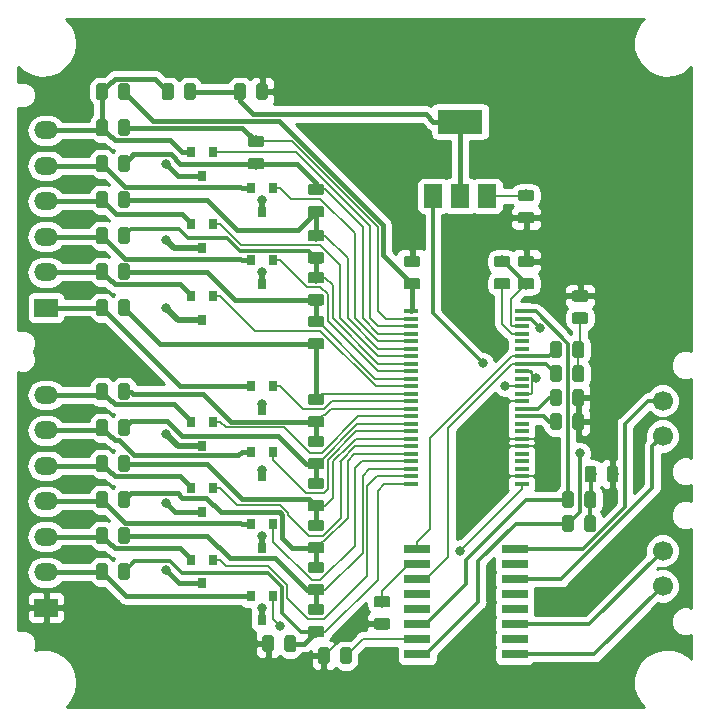
<source format=gbr>
G04 #@! TF.GenerationSoftware,KiCad,Pcbnew,(5.0.0)*
G04 #@! TF.CreationDate,2019-01-26T22:59:53-06:00*
G04 #@! TF.ProjectId,BPSVoltage,425053566F6C746167652E6B69636164,rev?*
G04 #@! TF.SameCoordinates,Original*
G04 #@! TF.FileFunction,Copper,L1,Top,Signal*
G04 #@! TF.FilePolarity,Positive*
%FSLAX46Y46*%
G04 Gerber Fmt 4.6, Leading zero omitted, Abs format (unit mm)*
G04 Created by KiCad (PCBNEW (5.0.0)) date 01/26/19 22:59:54*
%MOMM*%
%LPD*%
G01*
G04 APERTURE LIST*
G04 #@! TA.AperFunction,SMDPad,CuDef*
%ADD10R,2.200000X0.760000*%
G04 #@! TD*
G04 #@! TA.AperFunction,ComponentPad*
%ADD11R,2.000000X1.500000*%
G04 #@! TD*
G04 #@! TA.AperFunction,ComponentPad*
%ADD12O,2.000000X1.500000*%
G04 #@! TD*
G04 #@! TA.AperFunction,SMDPad,CuDef*
%ADD13R,1.200000X0.400000*%
G04 #@! TD*
G04 #@! TA.AperFunction,SMDPad,CuDef*
%ADD14R,3.800000X2.000000*%
G04 #@! TD*
G04 #@! TA.AperFunction,SMDPad,CuDef*
%ADD15R,1.500000X2.000000*%
G04 #@! TD*
G04 #@! TA.AperFunction,Conductor*
%ADD16C,0.100000*%
G04 #@! TD*
G04 #@! TA.AperFunction,SMDPad,CuDef*
%ADD17C,0.975000*%
G04 #@! TD*
G04 #@! TA.AperFunction,ComponentPad*
%ADD18C,1.700000*%
G04 #@! TD*
G04 #@! TA.AperFunction,SMDPad,CuDef*
%ADD19R,0.800000X0.900000*%
G04 #@! TD*
G04 #@! TA.AperFunction,ViaPad*
%ADD20C,0.800000*%
G04 #@! TD*
G04 #@! TA.AperFunction,Conductor*
%ADD21C,0.381000*%
G04 #@! TD*
G04 #@! TA.AperFunction,Conductor*
%ADD22C,0.203200*%
G04 #@! TD*
G04 #@! TA.AperFunction,Conductor*
%ADD23C,0.304800*%
G04 #@! TD*
G04 #@! TA.AperFunction,Conductor*
%ADD24C,0.508000*%
G04 #@! TD*
G04 #@! TA.AperFunction,Conductor*
%ADD25C,0.254000*%
G04 #@! TD*
G04 APERTURE END LIST*
D10*
G04 #@! TO.P,U2,16*
G04 #@! TO.N,Net-(J1-Pad1)*
X210375500Y-64643000D03*
G04 #@! TO.P,U2,15*
G04 #@! TO.N,N/C*
X210375500Y-65913000D03*
G04 #@! TO.P,U2,8*
G04 #@! TO.N,/IMB*
X202120500Y-73533000D03*
G04 #@! TO.P,U2,10*
G04 #@! TO.N,N/C*
X210375500Y-72263000D03*
G04 #@! TO.P,U2,7*
G04 #@! TO.N,Net-(C17-Pad1)*
X202120500Y-72263000D03*
G04 #@! TO.P,U2,5*
G04 #@! TO.N,N/C*
X202120500Y-69723000D03*
G04 #@! TO.P,U2,9*
G04 #@! TO.N,Net-(J2-Pad2)*
X210375500Y-73533000D03*
G04 #@! TO.P,U2,6*
G04 #@! TO.N,/IPB*
X202120500Y-70993000D03*
G04 #@! TO.P,U2,11*
G04 #@! TO.N,Net-(J2-Pad1)*
X210375500Y-70993000D03*
G04 #@! TO.P,U2,12*
G04 #@! TO.N,N/C*
X210375500Y-69723000D03*
G04 #@! TO.P,U2,14*
G04 #@! TO.N,Net-(J1-Pad2)*
X210375500Y-67183000D03*
G04 #@! TO.P,U2,4*
G04 #@! TO.N,N/C*
X202120500Y-68453000D03*
G04 #@! TO.P,U2,3*
G04 #@! TO.N,/IMA*
X202120500Y-67183000D03*
G04 #@! TO.P,U2,1*
G04 #@! TO.N,/IPA*
X202120500Y-64643000D03*
G04 #@! TO.P,U2,13*
G04 #@! TO.N,N/C*
X210375500Y-68453000D03*
G04 #@! TO.P,U2,2*
G04 #@! TO.N,Net-(C14-Pad1)*
X202120500Y-65913000D03*
G04 #@! TD*
D11*
G04 #@! TO.P,J4,1*
G04 #@! TO.N,GND*
X170688000Y-69596000D03*
D12*
G04 #@! TO.P,J4,2*
G04 #@! TO.N,/Batt1*
X170688000Y-66596000D03*
G04 #@! TO.P,J4,3*
G04 #@! TO.N,/Batt2*
X170688000Y-63596000D03*
G04 #@! TO.P,J4,4*
G04 #@! TO.N,/Batt3*
X170688000Y-60596000D03*
G04 #@! TO.P,J4,5*
G04 #@! TO.N,/Batt4*
X170688000Y-57596000D03*
G04 #@! TO.P,J4,6*
G04 #@! TO.N,/Batt5*
X170688000Y-54596000D03*
G04 #@! TO.P,J4,7*
G04 #@! TO.N,/Batt6*
X170688000Y-51596000D03*
G04 #@! TD*
D11*
G04 #@! TO.P,J3,1*
G04 #@! TO.N,/Batt7*
X170688000Y-44196000D03*
D12*
G04 #@! TO.P,J3,2*
G04 #@! TO.N,/Batt8*
X170688000Y-41196000D03*
G04 #@! TO.P,J3,3*
G04 #@! TO.N,/Batt9*
X170688000Y-38196000D03*
G04 #@! TO.P,J3,4*
G04 #@! TO.N,/Batt10*
X170688000Y-35196000D03*
G04 #@! TO.P,J3,5*
G04 #@! TO.N,/Batt11*
X170688000Y-32196000D03*
G04 #@! TO.P,J3,6*
G04 #@! TO.N,/Batt12*
X170688000Y-29196000D03*
G04 #@! TD*
D13*
G04 #@! TO.P,U1,1*
G04 #@! TO.N,Net-(C3-Pad1)*
X201548000Y-44513500D03*
G04 #@! TO.P,U1,2*
G04 #@! TO.N,Net-(C2-Pad2)*
X201548000Y-45148500D03*
G04 #@! TO.P,U1,3*
G04 #@! TO.N,Net-(Q1-Pad1)*
X201548000Y-45783500D03*
G04 #@! TO.P,U1,4*
G04 #@! TO.N,Net-(C2-Pad1)*
X201548000Y-46418500D03*
G04 #@! TO.P,U1,5*
G04 #@! TO.N,Net-(Q2-Pad1)*
X201548000Y-47053500D03*
G04 #@! TO.P,U1,6*
G04 #@! TO.N,Net-(C4-Pad1)*
X201548000Y-47688500D03*
G04 #@! TO.P,U1,7*
G04 #@! TO.N,Net-(Q3-Pad1)*
X201548000Y-48323500D03*
G04 #@! TO.P,U1,8*
G04 #@! TO.N,Net-(C5-Pad1)*
X201548000Y-48958500D03*
G04 #@! TO.P,U1,9*
G04 #@! TO.N,Net-(Q4-Pad1)*
X201548000Y-49593500D03*
G04 #@! TO.P,U1,10*
G04 #@! TO.N,Net-(C6-Pad1)*
X201548000Y-50228500D03*
G04 #@! TO.P,U1,11*
G04 #@! TO.N,Net-(Q6-Pad1)*
X201548000Y-50863500D03*
G04 #@! TO.P,U1,12*
G04 #@! TO.N,Net-(C11-Pad2)*
X201548000Y-51498500D03*
G04 #@! TO.P,U1,13*
G04 #@! TO.N,Net-(Q7-Pad1)*
X201548000Y-52133500D03*
G04 #@! TO.P,U1,14*
G04 #@! TO.N,Net-(C11-Pad1)*
X201548000Y-52768500D03*
G04 #@! TO.P,U1,15*
G04 #@! TO.N,Net-(Q8-Pad1)*
X201548000Y-53403500D03*
G04 #@! TO.P,U1,16*
G04 #@! TO.N,Net-(C12-Pad1)*
X201548000Y-54038500D03*
G04 #@! TO.P,U1,17*
G04 #@! TO.N,Net-(Q9-Pad1)*
X201548000Y-54673500D03*
G04 #@! TO.P,U1,18*
G04 #@! TO.N,Net-(C13-Pad1)*
X201548000Y-55308500D03*
G04 #@! TO.P,U1,19*
G04 #@! TO.N,Net-(Q10-Pad1)*
X201548000Y-55943500D03*
G04 #@! TO.P,U1,20*
G04 #@! TO.N,Net-(C16-Pad1)*
X201548000Y-56578500D03*
G04 #@! TO.P,U1,21*
G04 #@! TO.N,Net-(Q11-Pad1)*
X201548000Y-57213500D03*
G04 #@! TO.P,U1,22*
G04 #@! TO.N,Net-(C19-Pad1)*
X201548000Y-57848500D03*
G04 #@! TO.P,U1,23*
G04 #@! TO.N,Net-(Q12-Pad1)*
X201548000Y-58483500D03*
G04 #@! TO.P,U1,24*
G04 #@! TO.N,Net-(C20-Pad1)*
X201548000Y-59118500D03*
G04 #@! TO.P,U1,25*
G04 #@! TO.N,Net-(Q13-Pad1)*
X210948000Y-59118500D03*
G04 #@! TO.P,U1,26*
G04 #@! TO.N,GND*
X210948000Y-58483500D03*
G04 #@! TO.P,U1,27*
G04 #@! TO.N,N/C*
X210948000Y-57848500D03*
G04 #@! TO.P,U1,28*
X210948000Y-57213500D03*
G04 #@! TO.P,U1,29*
X210948000Y-56578500D03*
G04 #@! TO.P,U1,30*
G04 #@! TO.N,GND*
X210948000Y-55943500D03*
G04 #@! TO.P,U1,31*
X210948000Y-55308500D03*
G04 #@! TO.P,U1,32*
G04 #@! TO.N,N/C*
X210948000Y-54673500D03*
G04 #@! TO.P,U1,33*
X210948000Y-54038500D03*
G04 #@! TO.P,U1,34*
G04 #@! TO.N,Net-(C8-Pad1)*
X210948000Y-53403500D03*
G04 #@! TO.P,U1,35*
G04 #@! TO.N,Net-(C9-Pad1)*
X210948000Y-52768500D03*
G04 #@! TO.P,U1,36*
G04 #@! TO.N,GND*
X210948000Y-52133500D03*
G04 #@! TO.P,U1,37*
G04 #@! TO.N,/VREG*
X210948000Y-51498500D03*
G04 #@! TO.P,U1,38*
G04 #@! TO.N,Net-(Q5-Pad1)*
X210948000Y-50863500D03*
G04 #@! TO.P,U1,39*
G04 #@! TO.N,N/C*
X210948000Y-50228500D03*
G04 #@! TO.P,U1,40*
G04 #@! TO.N,/VREG*
X210948000Y-49593500D03*
G04 #@! TO.P,U1,41*
G04 #@! TO.N,/IMA*
X210948000Y-48958500D03*
G04 #@! TO.P,U1,42*
G04 #@! TO.N,/IPA*
X210948000Y-48323500D03*
G04 #@! TO.P,U1,43*
G04 #@! TO.N,N/C*
X210948000Y-47688500D03*
G04 #@! TO.P,U1,44*
X210948000Y-47053500D03*
G04 #@! TO.P,U1,45*
G04 #@! TO.N,Net-(R16-Pad2)*
X210948000Y-46418500D03*
G04 #@! TO.P,U1,46*
G04 #@! TO.N,Net-(R16-Pad1)*
X210948000Y-45783500D03*
G04 #@! TO.P,U1,47*
G04 #@! TO.N,/IMB*
X210948000Y-45148500D03*
G04 #@! TO.P,U1,48*
G04 #@! TO.N,/IPB*
X210948000Y-44513500D03*
G04 #@! TD*
D14*
G04 #@! TO.P,Q5,4*
G04 #@! TO.N,Net-(C1-Pad1)*
X205740000Y-28448000D03*
D15*
G04 #@! TO.P,Q5,2*
X205740000Y-34748000D03*
G04 #@! TO.P,Q5,3*
G04 #@! TO.N,/VREG*
X208040000Y-34748000D03*
G04 #@! TO.P,Q5,1*
G04 #@! TO.N,Net-(Q5-Pad1)*
X203440000Y-34748000D03*
G04 #@! TD*
D16*
G04 #@! TO.N,Net-(C1-Pad1)*
G04 #@! TO.C,C1*
G36*
X187368642Y-25209174D02*
X187392303Y-25212684D01*
X187415507Y-25218496D01*
X187438029Y-25226554D01*
X187459653Y-25236782D01*
X187480170Y-25249079D01*
X187499383Y-25263329D01*
X187517107Y-25279393D01*
X187533171Y-25297117D01*
X187547421Y-25316330D01*
X187559718Y-25336847D01*
X187569946Y-25358471D01*
X187578004Y-25380993D01*
X187583816Y-25404197D01*
X187587326Y-25427858D01*
X187588500Y-25451750D01*
X187588500Y-26364250D01*
X187587326Y-26388142D01*
X187583816Y-26411803D01*
X187578004Y-26435007D01*
X187569946Y-26457529D01*
X187559718Y-26479153D01*
X187547421Y-26499670D01*
X187533171Y-26518883D01*
X187517107Y-26536607D01*
X187499383Y-26552671D01*
X187480170Y-26566921D01*
X187459653Y-26579218D01*
X187438029Y-26589446D01*
X187415507Y-26597504D01*
X187392303Y-26603316D01*
X187368642Y-26606826D01*
X187344750Y-26608000D01*
X186857250Y-26608000D01*
X186833358Y-26606826D01*
X186809697Y-26603316D01*
X186786493Y-26597504D01*
X186763971Y-26589446D01*
X186742347Y-26579218D01*
X186721830Y-26566921D01*
X186702617Y-26552671D01*
X186684893Y-26536607D01*
X186668829Y-26518883D01*
X186654579Y-26499670D01*
X186642282Y-26479153D01*
X186632054Y-26457529D01*
X186623996Y-26435007D01*
X186618184Y-26411803D01*
X186614674Y-26388142D01*
X186613500Y-26364250D01*
X186613500Y-25451750D01*
X186614674Y-25427858D01*
X186618184Y-25404197D01*
X186623996Y-25380993D01*
X186632054Y-25358471D01*
X186642282Y-25336847D01*
X186654579Y-25316330D01*
X186668829Y-25297117D01*
X186684893Y-25279393D01*
X186702617Y-25263329D01*
X186721830Y-25249079D01*
X186742347Y-25236782D01*
X186763971Y-25226554D01*
X186786493Y-25218496D01*
X186809697Y-25212684D01*
X186833358Y-25209174D01*
X186857250Y-25208000D01*
X187344750Y-25208000D01*
X187368642Y-25209174D01*
X187368642Y-25209174D01*
G37*
D17*
G04 #@! TD*
G04 #@! TO.P,C1,1*
G04 #@! TO.N,Net-(C1-Pad1)*
X187101000Y-25908000D03*
D16*
G04 #@! TO.N,GND*
G04 #@! TO.C,C1*
G36*
X189243642Y-25209174D02*
X189267303Y-25212684D01*
X189290507Y-25218496D01*
X189313029Y-25226554D01*
X189334653Y-25236782D01*
X189355170Y-25249079D01*
X189374383Y-25263329D01*
X189392107Y-25279393D01*
X189408171Y-25297117D01*
X189422421Y-25316330D01*
X189434718Y-25336847D01*
X189444946Y-25358471D01*
X189453004Y-25380993D01*
X189458816Y-25404197D01*
X189462326Y-25427858D01*
X189463500Y-25451750D01*
X189463500Y-26364250D01*
X189462326Y-26388142D01*
X189458816Y-26411803D01*
X189453004Y-26435007D01*
X189444946Y-26457529D01*
X189434718Y-26479153D01*
X189422421Y-26499670D01*
X189408171Y-26518883D01*
X189392107Y-26536607D01*
X189374383Y-26552671D01*
X189355170Y-26566921D01*
X189334653Y-26579218D01*
X189313029Y-26589446D01*
X189290507Y-26597504D01*
X189267303Y-26603316D01*
X189243642Y-26606826D01*
X189219750Y-26608000D01*
X188732250Y-26608000D01*
X188708358Y-26606826D01*
X188684697Y-26603316D01*
X188661493Y-26597504D01*
X188638971Y-26589446D01*
X188617347Y-26579218D01*
X188596830Y-26566921D01*
X188577617Y-26552671D01*
X188559893Y-26536607D01*
X188543829Y-26518883D01*
X188529579Y-26499670D01*
X188517282Y-26479153D01*
X188507054Y-26457529D01*
X188498996Y-26435007D01*
X188493184Y-26411803D01*
X188489674Y-26388142D01*
X188488500Y-26364250D01*
X188488500Y-25451750D01*
X188489674Y-25427858D01*
X188493184Y-25404197D01*
X188498996Y-25380993D01*
X188507054Y-25358471D01*
X188517282Y-25336847D01*
X188529579Y-25316330D01*
X188543829Y-25297117D01*
X188559893Y-25279393D01*
X188577617Y-25263329D01*
X188596830Y-25249079D01*
X188617347Y-25236782D01*
X188638971Y-25226554D01*
X188661493Y-25218496D01*
X188684697Y-25212684D01*
X188708358Y-25209174D01*
X188732250Y-25208000D01*
X189219750Y-25208000D01*
X189243642Y-25209174D01*
X189243642Y-25209174D01*
G37*
D17*
G04 #@! TD*
G04 #@! TO.P,C1,2*
G04 #@! TO.N,GND*
X188976000Y-25908000D03*
D16*
G04 #@! TO.N,Net-(C2-Pad1)*
G04 #@! TO.C,C2*
G36*
X188948142Y-31517674D02*
X188971803Y-31521184D01*
X188995007Y-31526996D01*
X189017529Y-31535054D01*
X189039153Y-31545282D01*
X189059670Y-31557579D01*
X189078883Y-31571829D01*
X189096607Y-31587893D01*
X189112671Y-31605617D01*
X189126921Y-31624830D01*
X189139218Y-31645347D01*
X189149446Y-31666971D01*
X189157504Y-31689493D01*
X189163316Y-31712697D01*
X189166826Y-31736358D01*
X189168000Y-31760250D01*
X189168000Y-32247750D01*
X189166826Y-32271642D01*
X189163316Y-32295303D01*
X189157504Y-32318507D01*
X189149446Y-32341029D01*
X189139218Y-32362653D01*
X189126921Y-32383170D01*
X189112671Y-32402383D01*
X189096607Y-32420107D01*
X189078883Y-32436171D01*
X189059670Y-32450421D01*
X189039153Y-32462718D01*
X189017529Y-32472946D01*
X188995007Y-32481004D01*
X188971803Y-32486816D01*
X188948142Y-32490326D01*
X188924250Y-32491500D01*
X188011750Y-32491500D01*
X187987858Y-32490326D01*
X187964197Y-32486816D01*
X187940993Y-32481004D01*
X187918471Y-32472946D01*
X187896847Y-32462718D01*
X187876330Y-32450421D01*
X187857117Y-32436171D01*
X187839393Y-32420107D01*
X187823329Y-32402383D01*
X187809079Y-32383170D01*
X187796782Y-32362653D01*
X187786554Y-32341029D01*
X187778496Y-32318507D01*
X187772684Y-32295303D01*
X187769174Y-32271642D01*
X187768000Y-32247750D01*
X187768000Y-31760250D01*
X187769174Y-31736358D01*
X187772684Y-31712697D01*
X187778496Y-31689493D01*
X187786554Y-31666971D01*
X187796782Y-31645347D01*
X187809079Y-31624830D01*
X187823329Y-31605617D01*
X187839393Y-31587893D01*
X187857117Y-31571829D01*
X187876330Y-31557579D01*
X187896847Y-31545282D01*
X187918471Y-31535054D01*
X187940993Y-31526996D01*
X187964197Y-31521184D01*
X187987858Y-31517674D01*
X188011750Y-31516500D01*
X188924250Y-31516500D01*
X188948142Y-31517674D01*
X188948142Y-31517674D01*
G37*
D17*
G04 #@! TD*
G04 #@! TO.P,C2,1*
G04 #@! TO.N,Net-(C2-Pad1)*
X188468000Y-32004000D03*
D16*
G04 #@! TO.N,Net-(C2-Pad2)*
G04 #@! TO.C,C2*
G36*
X188948142Y-29642674D02*
X188971803Y-29646184D01*
X188995007Y-29651996D01*
X189017529Y-29660054D01*
X189039153Y-29670282D01*
X189059670Y-29682579D01*
X189078883Y-29696829D01*
X189096607Y-29712893D01*
X189112671Y-29730617D01*
X189126921Y-29749830D01*
X189139218Y-29770347D01*
X189149446Y-29791971D01*
X189157504Y-29814493D01*
X189163316Y-29837697D01*
X189166826Y-29861358D01*
X189168000Y-29885250D01*
X189168000Y-30372750D01*
X189166826Y-30396642D01*
X189163316Y-30420303D01*
X189157504Y-30443507D01*
X189149446Y-30466029D01*
X189139218Y-30487653D01*
X189126921Y-30508170D01*
X189112671Y-30527383D01*
X189096607Y-30545107D01*
X189078883Y-30561171D01*
X189059670Y-30575421D01*
X189039153Y-30587718D01*
X189017529Y-30597946D01*
X188995007Y-30606004D01*
X188971803Y-30611816D01*
X188948142Y-30615326D01*
X188924250Y-30616500D01*
X188011750Y-30616500D01*
X187987858Y-30615326D01*
X187964197Y-30611816D01*
X187940993Y-30606004D01*
X187918471Y-30597946D01*
X187896847Y-30587718D01*
X187876330Y-30575421D01*
X187857117Y-30561171D01*
X187839393Y-30545107D01*
X187823329Y-30527383D01*
X187809079Y-30508170D01*
X187796782Y-30487653D01*
X187786554Y-30466029D01*
X187778496Y-30443507D01*
X187772684Y-30420303D01*
X187769174Y-30396642D01*
X187768000Y-30372750D01*
X187768000Y-29885250D01*
X187769174Y-29861358D01*
X187772684Y-29837697D01*
X187778496Y-29814493D01*
X187786554Y-29791971D01*
X187796782Y-29770347D01*
X187809079Y-29749830D01*
X187823329Y-29730617D01*
X187839393Y-29712893D01*
X187857117Y-29696829D01*
X187876330Y-29682579D01*
X187896847Y-29670282D01*
X187918471Y-29660054D01*
X187940993Y-29651996D01*
X187964197Y-29646184D01*
X187987858Y-29642674D01*
X188011750Y-29641500D01*
X188924250Y-29641500D01*
X188948142Y-29642674D01*
X188948142Y-29642674D01*
G37*
D17*
G04 #@! TD*
G04 #@! TO.P,C2,2*
G04 #@! TO.N,Net-(C2-Pad2)*
X188468000Y-30129000D03*
D16*
G04 #@! TO.N,GND*
G04 #@! TO.C,C3*
G36*
X202156142Y-39802674D02*
X202179803Y-39806184D01*
X202203007Y-39811996D01*
X202225529Y-39820054D01*
X202247153Y-39830282D01*
X202267670Y-39842579D01*
X202286883Y-39856829D01*
X202304607Y-39872893D01*
X202320671Y-39890617D01*
X202334921Y-39909830D01*
X202347218Y-39930347D01*
X202357446Y-39951971D01*
X202365504Y-39974493D01*
X202371316Y-39997697D01*
X202374826Y-40021358D01*
X202376000Y-40045250D01*
X202376000Y-40532750D01*
X202374826Y-40556642D01*
X202371316Y-40580303D01*
X202365504Y-40603507D01*
X202357446Y-40626029D01*
X202347218Y-40647653D01*
X202334921Y-40668170D01*
X202320671Y-40687383D01*
X202304607Y-40705107D01*
X202286883Y-40721171D01*
X202267670Y-40735421D01*
X202247153Y-40747718D01*
X202225529Y-40757946D01*
X202203007Y-40766004D01*
X202179803Y-40771816D01*
X202156142Y-40775326D01*
X202132250Y-40776500D01*
X201219750Y-40776500D01*
X201195858Y-40775326D01*
X201172197Y-40771816D01*
X201148993Y-40766004D01*
X201126471Y-40757946D01*
X201104847Y-40747718D01*
X201084330Y-40735421D01*
X201065117Y-40721171D01*
X201047393Y-40705107D01*
X201031329Y-40687383D01*
X201017079Y-40668170D01*
X201004782Y-40647653D01*
X200994554Y-40626029D01*
X200986496Y-40603507D01*
X200980684Y-40580303D01*
X200977174Y-40556642D01*
X200976000Y-40532750D01*
X200976000Y-40045250D01*
X200977174Y-40021358D01*
X200980684Y-39997697D01*
X200986496Y-39974493D01*
X200994554Y-39951971D01*
X201004782Y-39930347D01*
X201017079Y-39909830D01*
X201031329Y-39890617D01*
X201047393Y-39872893D01*
X201065117Y-39856829D01*
X201084330Y-39842579D01*
X201104847Y-39830282D01*
X201126471Y-39820054D01*
X201148993Y-39811996D01*
X201172197Y-39806184D01*
X201195858Y-39802674D01*
X201219750Y-39801500D01*
X202132250Y-39801500D01*
X202156142Y-39802674D01*
X202156142Y-39802674D01*
G37*
D17*
G04 #@! TD*
G04 #@! TO.P,C3,2*
G04 #@! TO.N,GND*
X201676000Y-40289000D03*
D16*
G04 #@! TO.N,Net-(C3-Pad1)*
G04 #@! TO.C,C3*
G36*
X202156142Y-41677674D02*
X202179803Y-41681184D01*
X202203007Y-41686996D01*
X202225529Y-41695054D01*
X202247153Y-41705282D01*
X202267670Y-41717579D01*
X202286883Y-41731829D01*
X202304607Y-41747893D01*
X202320671Y-41765617D01*
X202334921Y-41784830D01*
X202347218Y-41805347D01*
X202357446Y-41826971D01*
X202365504Y-41849493D01*
X202371316Y-41872697D01*
X202374826Y-41896358D01*
X202376000Y-41920250D01*
X202376000Y-42407750D01*
X202374826Y-42431642D01*
X202371316Y-42455303D01*
X202365504Y-42478507D01*
X202357446Y-42501029D01*
X202347218Y-42522653D01*
X202334921Y-42543170D01*
X202320671Y-42562383D01*
X202304607Y-42580107D01*
X202286883Y-42596171D01*
X202267670Y-42610421D01*
X202247153Y-42622718D01*
X202225529Y-42632946D01*
X202203007Y-42641004D01*
X202179803Y-42646816D01*
X202156142Y-42650326D01*
X202132250Y-42651500D01*
X201219750Y-42651500D01*
X201195858Y-42650326D01*
X201172197Y-42646816D01*
X201148993Y-42641004D01*
X201126471Y-42632946D01*
X201104847Y-42622718D01*
X201084330Y-42610421D01*
X201065117Y-42596171D01*
X201047393Y-42580107D01*
X201031329Y-42562383D01*
X201017079Y-42543170D01*
X201004782Y-42522653D01*
X200994554Y-42501029D01*
X200986496Y-42478507D01*
X200980684Y-42455303D01*
X200977174Y-42431642D01*
X200976000Y-42407750D01*
X200976000Y-41920250D01*
X200977174Y-41896358D01*
X200980684Y-41872697D01*
X200986496Y-41849493D01*
X200994554Y-41826971D01*
X201004782Y-41805347D01*
X201017079Y-41784830D01*
X201031329Y-41765617D01*
X201047393Y-41747893D01*
X201065117Y-41731829D01*
X201084330Y-41717579D01*
X201104847Y-41705282D01*
X201126471Y-41695054D01*
X201148993Y-41686996D01*
X201172197Y-41681184D01*
X201195858Y-41677674D01*
X201219750Y-41676500D01*
X202132250Y-41676500D01*
X202156142Y-41677674D01*
X202156142Y-41677674D01*
G37*
D17*
G04 #@! TD*
G04 #@! TO.P,C3,1*
G04 #@! TO.N,Net-(C3-Pad1)*
X201676000Y-42164000D03*
D16*
G04 #@! TO.N,Net-(C2-Pad1)*
G04 #@! TO.C,C4*
G36*
X194028142Y-33706674D02*
X194051803Y-33710184D01*
X194075007Y-33715996D01*
X194097529Y-33724054D01*
X194119153Y-33734282D01*
X194139670Y-33746579D01*
X194158883Y-33760829D01*
X194176607Y-33776893D01*
X194192671Y-33794617D01*
X194206921Y-33813830D01*
X194219218Y-33834347D01*
X194229446Y-33855971D01*
X194237504Y-33878493D01*
X194243316Y-33901697D01*
X194246826Y-33925358D01*
X194248000Y-33949250D01*
X194248000Y-34436750D01*
X194246826Y-34460642D01*
X194243316Y-34484303D01*
X194237504Y-34507507D01*
X194229446Y-34530029D01*
X194219218Y-34551653D01*
X194206921Y-34572170D01*
X194192671Y-34591383D01*
X194176607Y-34609107D01*
X194158883Y-34625171D01*
X194139670Y-34639421D01*
X194119153Y-34651718D01*
X194097529Y-34661946D01*
X194075007Y-34670004D01*
X194051803Y-34675816D01*
X194028142Y-34679326D01*
X194004250Y-34680500D01*
X193091750Y-34680500D01*
X193067858Y-34679326D01*
X193044197Y-34675816D01*
X193020993Y-34670004D01*
X192998471Y-34661946D01*
X192976847Y-34651718D01*
X192956330Y-34639421D01*
X192937117Y-34625171D01*
X192919393Y-34609107D01*
X192903329Y-34591383D01*
X192889079Y-34572170D01*
X192876782Y-34551653D01*
X192866554Y-34530029D01*
X192858496Y-34507507D01*
X192852684Y-34484303D01*
X192849174Y-34460642D01*
X192848000Y-34436750D01*
X192848000Y-33949250D01*
X192849174Y-33925358D01*
X192852684Y-33901697D01*
X192858496Y-33878493D01*
X192866554Y-33855971D01*
X192876782Y-33834347D01*
X192889079Y-33813830D01*
X192903329Y-33794617D01*
X192919393Y-33776893D01*
X192937117Y-33760829D01*
X192956330Y-33746579D01*
X192976847Y-33734282D01*
X192998471Y-33724054D01*
X193020993Y-33715996D01*
X193044197Y-33710184D01*
X193067858Y-33706674D01*
X193091750Y-33705500D01*
X194004250Y-33705500D01*
X194028142Y-33706674D01*
X194028142Y-33706674D01*
G37*
D17*
G04 #@! TD*
G04 #@! TO.P,C4,2*
G04 #@! TO.N,Net-(C2-Pad1)*
X193548000Y-34193000D03*
D16*
G04 #@! TO.N,Net-(C4-Pad1)*
G04 #@! TO.C,C4*
G36*
X194028142Y-35581674D02*
X194051803Y-35585184D01*
X194075007Y-35590996D01*
X194097529Y-35599054D01*
X194119153Y-35609282D01*
X194139670Y-35621579D01*
X194158883Y-35635829D01*
X194176607Y-35651893D01*
X194192671Y-35669617D01*
X194206921Y-35688830D01*
X194219218Y-35709347D01*
X194229446Y-35730971D01*
X194237504Y-35753493D01*
X194243316Y-35776697D01*
X194246826Y-35800358D01*
X194248000Y-35824250D01*
X194248000Y-36311750D01*
X194246826Y-36335642D01*
X194243316Y-36359303D01*
X194237504Y-36382507D01*
X194229446Y-36405029D01*
X194219218Y-36426653D01*
X194206921Y-36447170D01*
X194192671Y-36466383D01*
X194176607Y-36484107D01*
X194158883Y-36500171D01*
X194139670Y-36514421D01*
X194119153Y-36526718D01*
X194097529Y-36536946D01*
X194075007Y-36545004D01*
X194051803Y-36550816D01*
X194028142Y-36554326D01*
X194004250Y-36555500D01*
X193091750Y-36555500D01*
X193067858Y-36554326D01*
X193044197Y-36550816D01*
X193020993Y-36545004D01*
X192998471Y-36536946D01*
X192976847Y-36526718D01*
X192956330Y-36514421D01*
X192937117Y-36500171D01*
X192919393Y-36484107D01*
X192903329Y-36466383D01*
X192889079Y-36447170D01*
X192876782Y-36426653D01*
X192866554Y-36405029D01*
X192858496Y-36382507D01*
X192852684Y-36359303D01*
X192849174Y-36335642D01*
X192848000Y-36311750D01*
X192848000Y-35824250D01*
X192849174Y-35800358D01*
X192852684Y-35776697D01*
X192858496Y-35753493D01*
X192866554Y-35730971D01*
X192876782Y-35709347D01*
X192889079Y-35688830D01*
X192903329Y-35669617D01*
X192919393Y-35651893D01*
X192937117Y-35635829D01*
X192956330Y-35621579D01*
X192976847Y-35609282D01*
X192998471Y-35599054D01*
X193020993Y-35590996D01*
X193044197Y-35585184D01*
X193067858Y-35581674D01*
X193091750Y-35580500D01*
X194004250Y-35580500D01*
X194028142Y-35581674D01*
X194028142Y-35581674D01*
G37*
D17*
G04 #@! TD*
G04 #@! TO.P,C4,1*
G04 #@! TO.N,Net-(C4-Pad1)*
X193548000Y-36068000D03*
D16*
G04 #@! TO.N,Net-(C5-Pad1)*
G04 #@! TO.C,C5*
G36*
X194028142Y-39488674D02*
X194051803Y-39492184D01*
X194075007Y-39497996D01*
X194097529Y-39506054D01*
X194119153Y-39516282D01*
X194139670Y-39528579D01*
X194158883Y-39542829D01*
X194176607Y-39558893D01*
X194192671Y-39576617D01*
X194206921Y-39595830D01*
X194219218Y-39616347D01*
X194229446Y-39637971D01*
X194237504Y-39660493D01*
X194243316Y-39683697D01*
X194246826Y-39707358D01*
X194248000Y-39731250D01*
X194248000Y-40218750D01*
X194246826Y-40242642D01*
X194243316Y-40266303D01*
X194237504Y-40289507D01*
X194229446Y-40312029D01*
X194219218Y-40333653D01*
X194206921Y-40354170D01*
X194192671Y-40373383D01*
X194176607Y-40391107D01*
X194158883Y-40407171D01*
X194139670Y-40421421D01*
X194119153Y-40433718D01*
X194097529Y-40443946D01*
X194075007Y-40452004D01*
X194051803Y-40457816D01*
X194028142Y-40461326D01*
X194004250Y-40462500D01*
X193091750Y-40462500D01*
X193067858Y-40461326D01*
X193044197Y-40457816D01*
X193020993Y-40452004D01*
X192998471Y-40443946D01*
X192976847Y-40433718D01*
X192956330Y-40421421D01*
X192937117Y-40407171D01*
X192919393Y-40391107D01*
X192903329Y-40373383D01*
X192889079Y-40354170D01*
X192876782Y-40333653D01*
X192866554Y-40312029D01*
X192858496Y-40289507D01*
X192852684Y-40266303D01*
X192849174Y-40242642D01*
X192848000Y-40218750D01*
X192848000Y-39731250D01*
X192849174Y-39707358D01*
X192852684Y-39683697D01*
X192858496Y-39660493D01*
X192866554Y-39637971D01*
X192876782Y-39616347D01*
X192889079Y-39595830D01*
X192903329Y-39576617D01*
X192919393Y-39558893D01*
X192937117Y-39542829D01*
X192956330Y-39528579D01*
X192976847Y-39516282D01*
X192998471Y-39506054D01*
X193020993Y-39497996D01*
X193044197Y-39492184D01*
X193067858Y-39488674D01*
X193091750Y-39487500D01*
X194004250Y-39487500D01*
X194028142Y-39488674D01*
X194028142Y-39488674D01*
G37*
D17*
G04 #@! TD*
G04 #@! TO.P,C5,1*
G04 #@! TO.N,Net-(C5-Pad1)*
X193548000Y-39975000D03*
D16*
G04 #@! TO.N,Net-(C4-Pad1)*
G04 #@! TO.C,C5*
G36*
X194028142Y-37613674D02*
X194051803Y-37617184D01*
X194075007Y-37622996D01*
X194097529Y-37631054D01*
X194119153Y-37641282D01*
X194139670Y-37653579D01*
X194158883Y-37667829D01*
X194176607Y-37683893D01*
X194192671Y-37701617D01*
X194206921Y-37720830D01*
X194219218Y-37741347D01*
X194229446Y-37762971D01*
X194237504Y-37785493D01*
X194243316Y-37808697D01*
X194246826Y-37832358D01*
X194248000Y-37856250D01*
X194248000Y-38343750D01*
X194246826Y-38367642D01*
X194243316Y-38391303D01*
X194237504Y-38414507D01*
X194229446Y-38437029D01*
X194219218Y-38458653D01*
X194206921Y-38479170D01*
X194192671Y-38498383D01*
X194176607Y-38516107D01*
X194158883Y-38532171D01*
X194139670Y-38546421D01*
X194119153Y-38558718D01*
X194097529Y-38568946D01*
X194075007Y-38577004D01*
X194051803Y-38582816D01*
X194028142Y-38586326D01*
X194004250Y-38587500D01*
X193091750Y-38587500D01*
X193067858Y-38586326D01*
X193044197Y-38582816D01*
X193020993Y-38577004D01*
X192998471Y-38568946D01*
X192976847Y-38558718D01*
X192956330Y-38546421D01*
X192937117Y-38532171D01*
X192919393Y-38516107D01*
X192903329Y-38498383D01*
X192889079Y-38479170D01*
X192876782Y-38458653D01*
X192866554Y-38437029D01*
X192858496Y-38414507D01*
X192852684Y-38391303D01*
X192849174Y-38367642D01*
X192848000Y-38343750D01*
X192848000Y-37856250D01*
X192849174Y-37832358D01*
X192852684Y-37808697D01*
X192858496Y-37785493D01*
X192866554Y-37762971D01*
X192876782Y-37741347D01*
X192889079Y-37720830D01*
X192903329Y-37701617D01*
X192919393Y-37683893D01*
X192937117Y-37667829D01*
X192956330Y-37653579D01*
X192976847Y-37641282D01*
X192998471Y-37631054D01*
X193020993Y-37622996D01*
X193044197Y-37617184D01*
X193067858Y-37613674D01*
X193091750Y-37612500D01*
X194004250Y-37612500D01*
X194028142Y-37613674D01*
X194028142Y-37613674D01*
G37*
D17*
G04 #@! TD*
G04 #@! TO.P,C5,2*
G04 #@! TO.N,Net-(C4-Pad1)*
X193548000Y-38100000D03*
D16*
G04 #@! TO.N,Net-(C5-Pad1)*
G04 #@! TO.C,C6*
G36*
X194028142Y-41169674D02*
X194051803Y-41173184D01*
X194075007Y-41178996D01*
X194097529Y-41187054D01*
X194119153Y-41197282D01*
X194139670Y-41209579D01*
X194158883Y-41223829D01*
X194176607Y-41239893D01*
X194192671Y-41257617D01*
X194206921Y-41276830D01*
X194219218Y-41297347D01*
X194229446Y-41318971D01*
X194237504Y-41341493D01*
X194243316Y-41364697D01*
X194246826Y-41388358D01*
X194248000Y-41412250D01*
X194248000Y-41899750D01*
X194246826Y-41923642D01*
X194243316Y-41947303D01*
X194237504Y-41970507D01*
X194229446Y-41993029D01*
X194219218Y-42014653D01*
X194206921Y-42035170D01*
X194192671Y-42054383D01*
X194176607Y-42072107D01*
X194158883Y-42088171D01*
X194139670Y-42102421D01*
X194119153Y-42114718D01*
X194097529Y-42124946D01*
X194075007Y-42133004D01*
X194051803Y-42138816D01*
X194028142Y-42142326D01*
X194004250Y-42143500D01*
X193091750Y-42143500D01*
X193067858Y-42142326D01*
X193044197Y-42138816D01*
X193020993Y-42133004D01*
X192998471Y-42124946D01*
X192976847Y-42114718D01*
X192956330Y-42102421D01*
X192937117Y-42088171D01*
X192919393Y-42072107D01*
X192903329Y-42054383D01*
X192889079Y-42035170D01*
X192876782Y-42014653D01*
X192866554Y-41993029D01*
X192858496Y-41970507D01*
X192852684Y-41947303D01*
X192849174Y-41923642D01*
X192848000Y-41899750D01*
X192848000Y-41412250D01*
X192849174Y-41388358D01*
X192852684Y-41364697D01*
X192858496Y-41341493D01*
X192866554Y-41318971D01*
X192876782Y-41297347D01*
X192889079Y-41276830D01*
X192903329Y-41257617D01*
X192919393Y-41239893D01*
X192937117Y-41223829D01*
X192956330Y-41209579D01*
X192976847Y-41197282D01*
X192998471Y-41187054D01*
X193020993Y-41178996D01*
X193044197Y-41173184D01*
X193067858Y-41169674D01*
X193091750Y-41168500D01*
X194004250Y-41168500D01*
X194028142Y-41169674D01*
X194028142Y-41169674D01*
G37*
D17*
G04 #@! TD*
G04 #@! TO.P,C6,2*
G04 #@! TO.N,Net-(C5-Pad1)*
X193548000Y-41656000D03*
D16*
G04 #@! TO.N,Net-(C6-Pad1)*
G04 #@! TO.C,C6*
G36*
X194028142Y-43044674D02*
X194051803Y-43048184D01*
X194075007Y-43053996D01*
X194097529Y-43062054D01*
X194119153Y-43072282D01*
X194139670Y-43084579D01*
X194158883Y-43098829D01*
X194176607Y-43114893D01*
X194192671Y-43132617D01*
X194206921Y-43151830D01*
X194219218Y-43172347D01*
X194229446Y-43193971D01*
X194237504Y-43216493D01*
X194243316Y-43239697D01*
X194246826Y-43263358D01*
X194248000Y-43287250D01*
X194248000Y-43774750D01*
X194246826Y-43798642D01*
X194243316Y-43822303D01*
X194237504Y-43845507D01*
X194229446Y-43868029D01*
X194219218Y-43889653D01*
X194206921Y-43910170D01*
X194192671Y-43929383D01*
X194176607Y-43947107D01*
X194158883Y-43963171D01*
X194139670Y-43977421D01*
X194119153Y-43989718D01*
X194097529Y-43999946D01*
X194075007Y-44008004D01*
X194051803Y-44013816D01*
X194028142Y-44017326D01*
X194004250Y-44018500D01*
X193091750Y-44018500D01*
X193067858Y-44017326D01*
X193044197Y-44013816D01*
X193020993Y-44008004D01*
X192998471Y-43999946D01*
X192976847Y-43989718D01*
X192956330Y-43977421D01*
X192937117Y-43963171D01*
X192919393Y-43947107D01*
X192903329Y-43929383D01*
X192889079Y-43910170D01*
X192876782Y-43889653D01*
X192866554Y-43868029D01*
X192858496Y-43845507D01*
X192852684Y-43822303D01*
X192849174Y-43798642D01*
X192848000Y-43774750D01*
X192848000Y-43287250D01*
X192849174Y-43263358D01*
X192852684Y-43239697D01*
X192858496Y-43216493D01*
X192866554Y-43193971D01*
X192876782Y-43172347D01*
X192889079Y-43151830D01*
X192903329Y-43132617D01*
X192919393Y-43114893D01*
X192937117Y-43098829D01*
X192956330Y-43084579D01*
X192976847Y-43072282D01*
X192998471Y-43062054D01*
X193020993Y-43053996D01*
X193044197Y-43048184D01*
X193067858Y-43044674D01*
X193091750Y-43043500D01*
X194004250Y-43043500D01*
X194028142Y-43044674D01*
X194028142Y-43044674D01*
G37*
D17*
G04 #@! TD*
G04 #@! TO.P,C6,1*
G04 #@! TO.N,Net-(C6-Pad1)*
X193548000Y-43531000D03*
D16*
G04 #@! TO.N,Net-(C11-Pad2)*
G04 #@! TO.C,C7*
G36*
X194028142Y-46757674D02*
X194051803Y-46761184D01*
X194075007Y-46766996D01*
X194097529Y-46775054D01*
X194119153Y-46785282D01*
X194139670Y-46797579D01*
X194158883Y-46811829D01*
X194176607Y-46827893D01*
X194192671Y-46845617D01*
X194206921Y-46864830D01*
X194219218Y-46885347D01*
X194229446Y-46906971D01*
X194237504Y-46929493D01*
X194243316Y-46952697D01*
X194246826Y-46976358D01*
X194248000Y-47000250D01*
X194248000Y-47487750D01*
X194246826Y-47511642D01*
X194243316Y-47535303D01*
X194237504Y-47558507D01*
X194229446Y-47581029D01*
X194219218Y-47602653D01*
X194206921Y-47623170D01*
X194192671Y-47642383D01*
X194176607Y-47660107D01*
X194158883Y-47676171D01*
X194139670Y-47690421D01*
X194119153Y-47702718D01*
X194097529Y-47712946D01*
X194075007Y-47721004D01*
X194051803Y-47726816D01*
X194028142Y-47730326D01*
X194004250Y-47731500D01*
X193091750Y-47731500D01*
X193067858Y-47730326D01*
X193044197Y-47726816D01*
X193020993Y-47721004D01*
X192998471Y-47712946D01*
X192976847Y-47702718D01*
X192956330Y-47690421D01*
X192937117Y-47676171D01*
X192919393Y-47660107D01*
X192903329Y-47642383D01*
X192889079Y-47623170D01*
X192876782Y-47602653D01*
X192866554Y-47581029D01*
X192858496Y-47558507D01*
X192852684Y-47535303D01*
X192849174Y-47511642D01*
X192848000Y-47487750D01*
X192848000Y-47000250D01*
X192849174Y-46976358D01*
X192852684Y-46952697D01*
X192858496Y-46929493D01*
X192866554Y-46906971D01*
X192876782Y-46885347D01*
X192889079Y-46864830D01*
X192903329Y-46845617D01*
X192919393Y-46827893D01*
X192937117Y-46811829D01*
X192956330Y-46797579D01*
X192976847Y-46785282D01*
X192998471Y-46775054D01*
X193020993Y-46766996D01*
X193044197Y-46761184D01*
X193067858Y-46757674D01*
X193091750Y-46756500D01*
X194004250Y-46756500D01*
X194028142Y-46757674D01*
X194028142Y-46757674D01*
G37*
D17*
G04 #@! TD*
G04 #@! TO.P,C7,1*
G04 #@! TO.N,Net-(C11-Pad2)*
X193548000Y-47244000D03*
D16*
G04 #@! TO.N,Net-(C6-Pad1)*
G04 #@! TO.C,C7*
G36*
X194028142Y-44882674D02*
X194051803Y-44886184D01*
X194075007Y-44891996D01*
X194097529Y-44900054D01*
X194119153Y-44910282D01*
X194139670Y-44922579D01*
X194158883Y-44936829D01*
X194176607Y-44952893D01*
X194192671Y-44970617D01*
X194206921Y-44989830D01*
X194219218Y-45010347D01*
X194229446Y-45031971D01*
X194237504Y-45054493D01*
X194243316Y-45077697D01*
X194246826Y-45101358D01*
X194248000Y-45125250D01*
X194248000Y-45612750D01*
X194246826Y-45636642D01*
X194243316Y-45660303D01*
X194237504Y-45683507D01*
X194229446Y-45706029D01*
X194219218Y-45727653D01*
X194206921Y-45748170D01*
X194192671Y-45767383D01*
X194176607Y-45785107D01*
X194158883Y-45801171D01*
X194139670Y-45815421D01*
X194119153Y-45827718D01*
X194097529Y-45837946D01*
X194075007Y-45846004D01*
X194051803Y-45851816D01*
X194028142Y-45855326D01*
X194004250Y-45856500D01*
X193091750Y-45856500D01*
X193067858Y-45855326D01*
X193044197Y-45851816D01*
X193020993Y-45846004D01*
X192998471Y-45837946D01*
X192976847Y-45827718D01*
X192956330Y-45815421D01*
X192937117Y-45801171D01*
X192919393Y-45785107D01*
X192903329Y-45767383D01*
X192889079Y-45748170D01*
X192876782Y-45727653D01*
X192866554Y-45706029D01*
X192858496Y-45683507D01*
X192852684Y-45660303D01*
X192849174Y-45636642D01*
X192848000Y-45612750D01*
X192848000Y-45125250D01*
X192849174Y-45101358D01*
X192852684Y-45077697D01*
X192858496Y-45054493D01*
X192866554Y-45031971D01*
X192876782Y-45010347D01*
X192889079Y-44989830D01*
X192903329Y-44970617D01*
X192919393Y-44952893D01*
X192937117Y-44936829D01*
X192956330Y-44922579D01*
X192976847Y-44910282D01*
X192998471Y-44900054D01*
X193020993Y-44891996D01*
X193044197Y-44886184D01*
X193067858Y-44882674D01*
X193091750Y-44881500D01*
X194004250Y-44881500D01*
X194028142Y-44882674D01*
X194028142Y-44882674D01*
G37*
D17*
G04 #@! TD*
G04 #@! TO.P,C7,2*
G04 #@! TO.N,Net-(C6-Pad1)*
X193548000Y-45369000D03*
D16*
G04 #@! TO.N,GND*
G04 #@! TO.C,C8*
G36*
X216010642Y-53149174D02*
X216034303Y-53152684D01*
X216057507Y-53158496D01*
X216080029Y-53166554D01*
X216101653Y-53176782D01*
X216122170Y-53189079D01*
X216141383Y-53203329D01*
X216159107Y-53219393D01*
X216175171Y-53237117D01*
X216189421Y-53256330D01*
X216201718Y-53276847D01*
X216211946Y-53298471D01*
X216220004Y-53320993D01*
X216225816Y-53344197D01*
X216229326Y-53367858D01*
X216230500Y-53391750D01*
X216230500Y-54304250D01*
X216229326Y-54328142D01*
X216225816Y-54351803D01*
X216220004Y-54375007D01*
X216211946Y-54397529D01*
X216201718Y-54419153D01*
X216189421Y-54439670D01*
X216175171Y-54458883D01*
X216159107Y-54476607D01*
X216141383Y-54492671D01*
X216122170Y-54506921D01*
X216101653Y-54519218D01*
X216080029Y-54529446D01*
X216057507Y-54537504D01*
X216034303Y-54543316D01*
X216010642Y-54546826D01*
X215986750Y-54548000D01*
X215499250Y-54548000D01*
X215475358Y-54546826D01*
X215451697Y-54543316D01*
X215428493Y-54537504D01*
X215405971Y-54529446D01*
X215384347Y-54519218D01*
X215363830Y-54506921D01*
X215344617Y-54492671D01*
X215326893Y-54476607D01*
X215310829Y-54458883D01*
X215296579Y-54439670D01*
X215284282Y-54419153D01*
X215274054Y-54397529D01*
X215265996Y-54375007D01*
X215260184Y-54351803D01*
X215256674Y-54328142D01*
X215255500Y-54304250D01*
X215255500Y-53391750D01*
X215256674Y-53367858D01*
X215260184Y-53344197D01*
X215265996Y-53320993D01*
X215274054Y-53298471D01*
X215284282Y-53276847D01*
X215296579Y-53256330D01*
X215310829Y-53237117D01*
X215326893Y-53219393D01*
X215344617Y-53203329D01*
X215363830Y-53189079D01*
X215384347Y-53176782D01*
X215405971Y-53166554D01*
X215428493Y-53158496D01*
X215451697Y-53152684D01*
X215475358Y-53149174D01*
X215499250Y-53148000D01*
X215986750Y-53148000D01*
X216010642Y-53149174D01*
X216010642Y-53149174D01*
G37*
D17*
G04 #@! TD*
G04 #@! TO.P,C8,2*
G04 #@! TO.N,GND*
X215743000Y-53848000D03*
D16*
G04 #@! TO.N,Net-(C8-Pad1)*
G04 #@! TO.C,C8*
G36*
X214135642Y-53149174D02*
X214159303Y-53152684D01*
X214182507Y-53158496D01*
X214205029Y-53166554D01*
X214226653Y-53176782D01*
X214247170Y-53189079D01*
X214266383Y-53203329D01*
X214284107Y-53219393D01*
X214300171Y-53237117D01*
X214314421Y-53256330D01*
X214326718Y-53276847D01*
X214336946Y-53298471D01*
X214345004Y-53320993D01*
X214350816Y-53344197D01*
X214354326Y-53367858D01*
X214355500Y-53391750D01*
X214355500Y-54304250D01*
X214354326Y-54328142D01*
X214350816Y-54351803D01*
X214345004Y-54375007D01*
X214336946Y-54397529D01*
X214326718Y-54419153D01*
X214314421Y-54439670D01*
X214300171Y-54458883D01*
X214284107Y-54476607D01*
X214266383Y-54492671D01*
X214247170Y-54506921D01*
X214226653Y-54519218D01*
X214205029Y-54529446D01*
X214182507Y-54537504D01*
X214159303Y-54543316D01*
X214135642Y-54546826D01*
X214111750Y-54548000D01*
X213624250Y-54548000D01*
X213600358Y-54546826D01*
X213576697Y-54543316D01*
X213553493Y-54537504D01*
X213530971Y-54529446D01*
X213509347Y-54519218D01*
X213488830Y-54506921D01*
X213469617Y-54492671D01*
X213451893Y-54476607D01*
X213435829Y-54458883D01*
X213421579Y-54439670D01*
X213409282Y-54419153D01*
X213399054Y-54397529D01*
X213390996Y-54375007D01*
X213385184Y-54351803D01*
X213381674Y-54328142D01*
X213380500Y-54304250D01*
X213380500Y-53391750D01*
X213381674Y-53367858D01*
X213385184Y-53344197D01*
X213390996Y-53320993D01*
X213399054Y-53298471D01*
X213409282Y-53276847D01*
X213421579Y-53256330D01*
X213435829Y-53237117D01*
X213451893Y-53219393D01*
X213469617Y-53203329D01*
X213488830Y-53189079D01*
X213509347Y-53176782D01*
X213530971Y-53166554D01*
X213553493Y-53158496D01*
X213576697Y-53152684D01*
X213600358Y-53149174D01*
X213624250Y-53148000D01*
X214111750Y-53148000D01*
X214135642Y-53149174D01*
X214135642Y-53149174D01*
G37*
D17*
G04 #@! TD*
G04 #@! TO.P,C8,1*
G04 #@! TO.N,Net-(C8-Pad1)*
X213868000Y-53848000D03*
D16*
G04 #@! TO.N,Net-(C9-Pad1)*
G04 #@! TO.C,C9*
G36*
X214135642Y-51117174D02*
X214159303Y-51120684D01*
X214182507Y-51126496D01*
X214205029Y-51134554D01*
X214226653Y-51144782D01*
X214247170Y-51157079D01*
X214266383Y-51171329D01*
X214284107Y-51187393D01*
X214300171Y-51205117D01*
X214314421Y-51224330D01*
X214326718Y-51244847D01*
X214336946Y-51266471D01*
X214345004Y-51288993D01*
X214350816Y-51312197D01*
X214354326Y-51335858D01*
X214355500Y-51359750D01*
X214355500Y-52272250D01*
X214354326Y-52296142D01*
X214350816Y-52319803D01*
X214345004Y-52343007D01*
X214336946Y-52365529D01*
X214326718Y-52387153D01*
X214314421Y-52407670D01*
X214300171Y-52426883D01*
X214284107Y-52444607D01*
X214266383Y-52460671D01*
X214247170Y-52474921D01*
X214226653Y-52487218D01*
X214205029Y-52497446D01*
X214182507Y-52505504D01*
X214159303Y-52511316D01*
X214135642Y-52514826D01*
X214111750Y-52516000D01*
X213624250Y-52516000D01*
X213600358Y-52514826D01*
X213576697Y-52511316D01*
X213553493Y-52505504D01*
X213530971Y-52497446D01*
X213509347Y-52487218D01*
X213488830Y-52474921D01*
X213469617Y-52460671D01*
X213451893Y-52444607D01*
X213435829Y-52426883D01*
X213421579Y-52407670D01*
X213409282Y-52387153D01*
X213399054Y-52365529D01*
X213390996Y-52343007D01*
X213385184Y-52319803D01*
X213381674Y-52296142D01*
X213380500Y-52272250D01*
X213380500Y-51359750D01*
X213381674Y-51335858D01*
X213385184Y-51312197D01*
X213390996Y-51288993D01*
X213399054Y-51266471D01*
X213409282Y-51244847D01*
X213421579Y-51224330D01*
X213435829Y-51205117D01*
X213451893Y-51187393D01*
X213469617Y-51171329D01*
X213488830Y-51157079D01*
X213509347Y-51144782D01*
X213530971Y-51134554D01*
X213553493Y-51126496D01*
X213576697Y-51120684D01*
X213600358Y-51117174D01*
X213624250Y-51116000D01*
X214111750Y-51116000D01*
X214135642Y-51117174D01*
X214135642Y-51117174D01*
G37*
D17*
G04 #@! TD*
G04 #@! TO.P,C9,1*
G04 #@! TO.N,Net-(C9-Pad1)*
X213868000Y-51816000D03*
D16*
G04 #@! TO.N,GND*
G04 #@! TO.C,C9*
G36*
X216010642Y-51117174D02*
X216034303Y-51120684D01*
X216057507Y-51126496D01*
X216080029Y-51134554D01*
X216101653Y-51144782D01*
X216122170Y-51157079D01*
X216141383Y-51171329D01*
X216159107Y-51187393D01*
X216175171Y-51205117D01*
X216189421Y-51224330D01*
X216201718Y-51244847D01*
X216211946Y-51266471D01*
X216220004Y-51288993D01*
X216225816Y-51312197D01*
X216229326Y-51335858D01*
X216230500Y-51359750D01*
X216230500Y-52272250D01*
X216229326Y-52296142D01*
X216225816Y-52319803D01*
X216220004Y-52343007D01*
X216211946Y-52365529D01*
X216201718Y-52387153D01*
X216189421Y-52407670D01*
X216175171Y-52426883D01*
X216159107Y-52444607D01*
X216141383Y-52460671D01*
X216122170Y-52474921D01*
X216101653Y-52487218D01*
X216080029Y-52497446D01*
X216057507Y-52505504D01*
X216034303Y-52511316D01*
X216010642Y-52514826D01*
X215986750Y-52516000D01*
X215499250Y-52516000D01*
X215475358Y-52514826D01*
X215451697Y-52511316D01*
X215428493Y-52505504D01*
X215405971Y-52497446D01*
X215384347Y-52487218D01*
X215363830Y-52474921D01*
X215344617Y-52460671D01*
X215326893Y-52444607D01*
X215310829Y-52426883D01*
X215296579Y-52407670D01*
X215284282Y-52387153D01*
X215274054Y-52365529D01*
X215265996Y-52343007D01*
X215260184Y-52319803D01*
X215256674Y-52296142D01*
X215255500Y-52272250D01*
X215255500Y-51359750D01*
X215256674Y-51335858D01*
X215260184Y-51312197D01*
X215265996Y-51288993D01*
X215274054Y-51266471D01*
X215284282Y-51244847D01*
X215296579Y-51224330D01*
X215310829Y-51205117D01*
X215326893Y-51187393D01*
X215344617Y-51171329D01*
X215363830Y-51157079D01*
X215384347Y-51144782D01*
X215405971Y-51134554D01*
X215428493Y-51126496D01*
X215451697Y-51120684D01*
X215475358Y-51117174D01*
X215499250Y-51116000D01*
X215986750Y-51116000D01*
X216010642Y-51117174D01*
X216010642Y-51117174D01*
G37*
D17*
G04 #@! TD*
G04 #@! TO.P,C9,2*
G04 #@! TO.N,GND*
X215743000Y-51816000D03*
D16*
G04 #@! TO.N,GND*
G04 #@! TO.C,C10*
G36*
X211808142Y-36089674D02*
X211831803Y-36093184D01*
X211855007Y-36098996D01*
X211877529Y-36107054D01*
X211899153Y-36117282D01*
X211919670Y-36129579D01*
X211938883Y-36143829D01*
X211956607Y-36159893D01*
X211972671Y-36177617D01*
X211986921Y-36196830D01*
X211999218Y-36217347D01*
X212009446Y-36238971D01*
X212017504Y-36261493D01*
X212023316Y-36284697D01*
X212026826Y-36308358D01*
X212028000Y-36332250D01*
X212028000Y-36819750D01*
X212026826Y-36843642D01*
X212023316Y-36867303D01*
X212017504Y-36890507D01*
X212009446Y-36913029D01*
X211999218Y-36934653D01*
X211986921Y-36955170D01*
X211972671Y-36974383D01*
X211956607Y-36992107D01*
X211938883Y-37008171D01*
X211919670Y-37022421D01*
X211899153Y-37034718D01*
X211877529Y-37044946D01*
X211855007Y-37053004D01*
X211831803Y-37058816D01*
X211808142Y-37062326D01*
X211784250Y-37063500D01*
X210871750Y-37063500D01*
X210847858Y-37062326D01*
X210824197Y-37058816D01*
X210800993Y-37053004D01*
X210778471Y-37044946D01*
X210756847Y-37034718D01*
X210736330Y-37022421D01*
X210717117Y-37008171D01*
X210699393Y-36992107D01*
X210683329Y-36974383D01*
X210669079Y-36955170D01*
X210656782Y-36934653D01*
X210646554Y-36913029D01*
X210638496Y-36890507D01*
X210632684Y-36867303D01*
X210629174Y-36843642D01*
X210628000Y-36819750D01*
X210628000Y-36332250D01*
X210629174Y-36308358D01*
X210632684Y-36284697D01*
X210638496Y-36261493D01*
X210646554Y-36238971D01*
X210656782Y-36217347D01*
X210669079Y-36196830D01*
X210683329Y-36177617D01*
X210699393Y-36159893D01*
X210717117Y-36143829D01*
X210736330Y-36129579D01*
X210756847Y-36117282D01*
X210778471Y-36107054D01*
X210800993Y-36098996D01*
X210824197Y-36093184D01*
X210847858Y-36089674D01*
X210871750Y-36088500D01*
X211784250Y-36088500D01*
X211808142Y-36089674D01*
X211808142Y-36089674D01*
G37*
D17*
G04 #@! TD*
G04 #@! TO.P,C10,2*
G04 #@! TO.N,GND*
X211328000Y-36576000D03*
D16*
G04 #@! TO.N,/VREG*
G04 #@! TO.C,C10*
G36*
X211808142Y-34214674D02*
X211831803Y-34218184D01*
X211855007Y-34223996D01*
X211877529Y-34232054D01*
X211899153Y-34242282D01*
X211919670Y-34254579D01*
X211938883Y-34268829D01*
X211956607Y-34284893D01*
X211972671Y-34302617D01*
X211986921Y-34321830D01*
X211999218Y-34342347D01*
X212009446Y-34363971D01*
X212017504Y-34386493D01*
X212023316Y-34409697D01*
X212026826Y-34433358D01*
X212028000Y-34457250D01*
X212028000Y-34944750D01*
X212026826Y-34968642D01*
X212023316Y-34992303D01*
X212017504Y-35015507D01*
X212009446Y-35038029D01*
X211999218Y-35059653D01*
X211986921Y-35080170D01*
X211972671Y-35099383D01*
X211956607Y-35117107D01*
X211938883Y-35133171D01*
X211919670Y-35147421D01*
X211899153Y-35159718D01*
X211877529Y-35169946D01*
X211855007Y-35178004D01*
X211831803Y-35183816D01*
X211808142Y-35187326D01*
X211784250Y-35188500D01*
X210871750Y-35188500D01*
X210847858Y-35187326D01*
X210824197Y-35183816D01*
X210800993Y-35178004D01*
X210778471Y-35169946D01*
X210756847Y-35159718D01*
X210736330Y-35147421D01*
X210717117Y-35133171D01*
X210699393Y-35117107D01*
X210683329Y-35099383D01*
X210669079Y-35080170D01*
X210656782Y-35059653D01*
X210646554Y-35038029D01*
X210638496Y-35015507D01*
X210632684Y-34992303D01*
X210629174Y-34968642D01*
X210628000Y-34944750D01*
X210628000Y-34457250D01*
X210629174Y-34433358D01*
X210632684Y-34409697D01*
X210638496Y-34386493D01*
X210646554Y-34363971D01*
X210656782Y-34342347D01*
X210669079Y-34321830D01*
X210683329Y-34302617D01*
X210699393Y-34284893D01*
X210717117Y-34268829D01*
X210736330Y-34254579D01*
X210756847Y-34242282D01*
X210778471Y-34232054D01*
X210800993Y-34223996D01*
X210824197Y-34218184D01*
X210847858Y-34214674D01*
X210871750Y-34213500D01*
X211784250Y-34213500D01*
X211808142Y-34214674D01*
X211808142Y-34214674D01*
G37*
D17*
G04 #@! TD*
G04 #@! TO.P,C10,1*
G04 #@! TO.N,/VREG*
X211328000Y-34701000D03*
D16*
G04 #@! TO.N,Net-(C11-Pad1)*
G04 #@! TO.C,C11*
G36*
X194028142Y-53361674D02*
X194051803Y-53365184D01*
X194075007Y-53370996D01*
X194097529Y-53379054D01*
X194119153Y-53389282D01*
X194139670Y-53401579D01*
X194158883Y-53415829D01*
X194176607Y-53431893D01*
X194192671Y-53449617D01*
X194206921Y-53468830D01*
X194219218Y-53489347D01*
X194229446Y-53510971D01*
X194237504Y-53533493D01*
X194243316Y-53556697D01*
X194246826Y-53580358D01*
X194248000Y-53604250D01*
X194248000Y-54091750D01*
X194246826Y-54115642D01*
X194243316Y-54139303D01*
X194237504Y-54162507D01*
X194229446Y-54185029D01*
X194219218Y-54206653D01*
X194206921Y-54227170D01*
X194192671Y-54246383D01*
X194176607Y-54264107D01*
X194158883Y-54280171D01*
X194139670Y-54294421D01*
X194119153Y-54306718D01*
X194097529Y-54316946D01*
X194075007Y-54325004D01*
X194051803Y-54330816D01*
X194028142Y-54334326D01*
X194004250Y-54335500D01*
X193091750Y-54335500D01*
X193067858Y-54334326D01*
X193044197Y-54330816D01*
X193020993Y-54325004D01*
X192998471Y-54316946D01*
X192976847Y-54306718D01*
X192956330Y-54294421D01*
X192937117Y-54280171D01*
X192919393Y-54264107D01*
X192903329Y-54246383D01*
X192889079Y-54227170D01*
X192876782Y-54206653D01*
X192866554Y-54185029D01*
X192858496Y-54162507D01*
X192852684Y-54139303D01*
X192849174Y-54115642D01*
X192848000Y-54091750D01*
X192848000Y-53604250D01*
X192849174Y-53580358D01*
X192852684Y-53556697D01*
X192858496Y-53533493D01*
X192866554Y-53510971D01*
X192876782Y-53489347D01*
X192889079Y-53468830D01*
X192903329Y-53449617D01*
X192919393Y-53431893D01*
X192937117Y-53415829D01*
X192956330Y-53401579D01*
X192976847Y-53389282D01*
X192998471Y-53379054D01*
X193020993Y-53370996D01*
X193044197Y-53365184D01*
X193067858Y-53361674D01*
X193091750Y-53360500D01*
X194004250Y-53360500D01*
X194028142Y-53361674D01*
X194028142Y-53361674D01*
G37*
D17*
G04 #@! TD*
G04 #@! TO.P,C11,1*
G04 #@! TO.N,Net-(C11-Pad1)*
X193548000Y-53848000D03*
D16*
G04 #@! TO.N,Net-(C11-Pad2)*
G04 #@! TO.C,C11*
G36*
X194028142Y-51486674D02*
X194051803Y-51490184D01*
X194075007Y-51495996D01*
X194097529Y-51504054D01*
X194119153Y-51514282D01*
X194139670Y-51526579D01*
X194158883Y-51540829D01*
X194176607Y-51556893D01*
X194192671Y-51574617D01*
X194206921Y-51593830D01*
X194219218Y-51614347D01*
X194229446Y-51635971D01*
X194237504Y-51658493D01*
X194243316Y-51681697D01*
X194246826Y-51705358D01*
X194248000Y-51729250D01*
X194248000Y-52216750D01*
X194246826Y-52240642D01*
X194243316Y-52264303D01*
X194237504Y-52287507D01*
X194229446Y-52310029D01*
X194219218Y-52331653D01*
X194206921Y-52352170D01*
X194192671Y-52371383D01*
X194176607Y-52389107D01*
X194158883Y-52405171D01*
X194139670Y-52419421D01*
X194119153Y-52431718D01*
X194097529Y-52441946D01*
X194075007Y-52450004D01*
X194051803Y-52455816D01*
X194028142Y-52459326D01*
X194004250Y-52460500D01*
X193091750Y-52460500D01*
X193067858Y-52459326D01*
X193044197Y-52455816D01*
X193020993Y-52450004D01*
X192998471Y-52441946D01*
X192976847Y-52431718D01*
X192956330Y-52419421D01*
X192937117Y-52405171D01*
X192919393Y-52389107D01*
X192903329Y-52371383D01*
X192889079Y-52352170D01*
X192876782Y-52331653D01*
X192866554Y-52310029D01*
X192858496Y-52287507D01*
X192852684Y-52264303D01*
X192849174Y-52240642D01*
X192848000Y-52216750D01*
X192848000Y-51729250D01*
X192849174Y-51705358D01*
X192852684Y-51681697D01*
X192858496Y-51658493D01*
X192866554Y-51635971D01*
X192876782Y-51614347D01*
X192889079Y-51593830D01*
X192903329Y-51574617D01*
X192919393Y-51556893D01*
X192937117Y-51540829D01*
X192956330Y-51526579D01*
X192976847Y-51514282D01*
X192998471Y-51504054D01*
X193020993Y-51495996D01*
X193044197Y-51490184D01*
X193067858Y-51486674D01*
X193091750Y-51485500D01*
X194004250Y-51485500D01*
X194028142Y-51486674D01*
X194028142Y-51486674D01*
G37*
D17*
G04 #@! TD*
G04 #@! TO.P,C11,2*
G04 #@! TO.N,Net-(C11-Pad2)*
X193548000Y-51973000D03*
D16*
G04 #@! TO.N,Net-(C12-Pad1)*
G04 #@! TO.C,C12*
G36*
X194028142Y-56917674D02*
X194051803Y-56921184D01*
X194075007Y-56926996D01*
X194097529Y-56935054D01*
X194119153Y-56945282D01*
X194139670Y-56957579D01*
X194158883Y-56971829D01*
X194176607Y-56987893D01*
X194192671Y-57005617D01*
X194206921Y-57024830D01*
X194219218Y-57045347D01*
X194229446Y-57066971D01*
X194237504Y-57089493D01*
X194243316Y-57112697D01*
X194246826Y-57136358D01*
X194248000Y-57160250D01*
X194248000Y-57647750D01*
X194246826Y-57671642D01*
X194243316Y-57695303D01*
X194237504Y-57718507D01*
X194229446Y-57741029D01*
X194219218Y-57762653D01*
X194206921Y-57783170D01*
X194192671Y-57802383D01*
X194176607Y-57820107D01*
X194158883Y-57836171D01*
X194139670Y-57850421D01*
X194119153Y-57862718D01*
X194097529Y-57872946D01*
X194075007Y-57881004D01*
X194051803Y-57886816D01*
X194028142Y-57890326D01*
X194004250Y-57891500D01*
X193091750Y-57891500D01*
X193067858Y-57890326D01*
X193044197Y-57886816D01*
X193020993Y-57881004D01*
X192998471Y-57872946D01*
X192976847Y-57862718D01*
X192956330Y-57850421D01*
X192937117Y-57836171D01*
X192919393Y-57820107D01*
X192903329Y-57802383D01*
X192889079Y-57783170D01*
X192876782Y-57762653D01*
X192866554Y-57741029D01*
X192858496Y-57718507D01*
X192852684Y-57695303D01*
X192849174Y-57671642D01*
X192848000Y-57647750D01*
X192848000Y-57160250D01*
X192849174Y-57136358D01*
X192852684Y-57112697D01*
X192858496Y-57089493D01*
X192866554Y-57066971D01*
X192876782Y-57045347D01*
X192889079Y-57024830D01*
X192903329Y-57005617D01*
X192919393Y-56987893D01*
X192937117Y-56971829D01*
X192956330Y-56957579D01*
X192976847Y-56945282D01*
X192998471Y-56935054D01*
X193020993Y-56926996D01*
X193044197Y-56921184D01*
X193067858Y-56917674D01*
X193091750Y-56916500D01*
X194004250Y-56916500D01*
X194028142Y-56917674D01*
X194028142Y-56917674D01*
G37*
D17*
G04 #@! TD*
G04 #@! TO.P,C12,1*
G04 #@! TO.N,Net-(C12-Pad1)*
X193548000Y-57404000D03*
D16*
G04 #@! TO.N,Net-(C11-Pad1)*
G04 #@! TO.C,C12*
G36*
X194028142Y-55042674D02*
X194051803Y-55046184D01*
X194075007Y-55051996D01*
X194097529Y-55060054D01*
X194119153Y-55070282D01*
X194139670Y-55082579D01*
X194158883Y-55096829D01*
X194176607Y-55112893D01*
X194192671Y-55130617D01*
X194206921Y-55149830D01*
X194219218Y-55170347D01*
X194229446Y-55191971D01*
X194237504Y-55214493D01*
X194243316Y-55237697D01*
X194246826Y-55261358D01*
X194248000Y-55285250D01*
X194248000Y-55772750D01*
X194246826Y-55796642D01*
X194243316Y-55820303D01*
X194237504Y-55843507D01*
X194229446Y-55866029D01*
X194219218Y-55887653D01*
X194206921Y-55908170D01*
X194192671Y-55927383D01*
X194176607Y-55945107D01*
X194158883Y-55961171D01*
X194139670Y-55975421D01*
X194119153Y-55987718D01*
X194097529Y-55997946D01*
X194075007Y-56006004D01*
X194051803Y-56011816D01*
X194028142Y-56015326D01*
X194004250Y-56016500D01*
X193091750Y-56016500D01*
X193067858Y-56015326D01*
X193044197Y-56011816D01*
X193020993Y-56006004D01*
X192998471Y-55997946D01*
X192976847Y-55987718D01*
X192956330Y-55975421D01*
X192937117Y-55961171D01*
X192919393Y-55945107D01*
X192903329Y-55927383D01*
X192889079Y-55908170D01*
X192876782Y-55887653D01*
X192866554Y-55866029D01*
X192858496Y-55843507D01*
X192852684Y-55820303D01*
X192849174Y-55796642D01*
X192848000Y-55772750D01*
X192848000Y-55285250D01*
X192849174Y-55261358D01*
X192852684Y-55237697D01*
X192858496Y-55214493D01*
X192866554Y-55191971D01*
X192876782Y-55170347D01*
X192889079Y-55149830D01*
X192903329Y-55130617D01*
X192919393Y-55112893D01*
X192937117Y-55096829D01*
X192956330Y-55082579D01*
X192976847Y-55070282D01*
X192998471Y-55060054D01*
X193020993Y-55051996D01*
X193044197Y-55046184D01*
X193067858Y-55042674D01*
X193091750Y-55041500D01*
X194004250Y-55041500D01*
X194028142Y-55042674D01*
X194028142Y-55042674D01*
G37*
D17*
G04 #@! TD*
G04 #@! TO.P,C12,2*
G04 #@! TO.N,Net-(C11-Pad1)*
X193548000Y-55529000D03*
D16*
G04 #@! TO.N,Net-(C12-Pad1)*
G04 #@! TO.C,C13*
G36*
X194028142Y-58598674D02*
X194051803Y-58602184D01*
X194075007Y-58607996D01*
X194097529Y-58616054D01*
X194119153Y-58626282D01*
X194139670Y-58638579D01*
X194158883Y-58652829D01*
X194176607Y-58668893D01*
X194192671Y-58686617D01*
X194206921Y-58705830D01*
X194219218Y-58726347D01*
X194229446Y-58747971D01*
X194237504Y-58770493D01*
X194243316Y-58793697D01*
X194246826Y-58817358D01*
X194248000Y-58841250D01*
X194248000Y-59328750D01*
X194246826Y-59352642D01*
X194243316Y-59376303D01*
X194237504Y-59399507D01*
X194229446Y-59422029D01*
X194219218Y-59443653D01*
X194206921Y-59464170D01*
X194192671Y-59483383D01*
X194176607Y-59501107D01*
X194158883Y-59517171D01*
X194139670Y-59531421D01*
X194119153Y-59543718D01*
X194097529Y-59553946D01*
X194075007Y-59562004D01*
X194051803Y-59567816D01*
X194028142Y-59571326D01*
X194004250Y-59572500D01*
X193091750Y-59572500D01*
X193067858Y-59571326D01*
X193044197Y-59567816D01*
X193020993Y-59562004D01*
X192998471Y-59553946D01*
X192976847Y-59543718D01*
X192956330Y-59531421D01*
X192937117Y-59517171D01*
X192919393Y-59501107D01*
X192903329Y-59483383D01*
X192889079Y-59464170D01*
X192876782Y-59443653D01*
X192866554Y-59422029D01*
X192858496Y-59399507D01*
X192852684Y-59376303D01*
X192849174Y-59352642D01*
X192848000Y-59328750D01*
X192848000Y-58841250D01*
X192849174Y-58817358D01*
X192852684Y-58793697D01*
X192858496Y-58770493D01*
X192866554Y-58747971D01*
X192876782Y-58726347D01*
X192889079Y-58705830D01*
X192903329Y-58686617D01*
X192919393Y-58668893D01*
X192937117Y-58652829D01*
X192956330Y-58638579D01*
X192976847Y-58626282D01*
X192998471Y-58616054D01*
X193020993Y-58607996D01*
X193044197Y-58602184D01*
X193067858Y-58598674D01*
X193091750Y-58597500D01*
X194004250Y-58597500D01*
X194028142Y-58598674D01*
X194028142Y-58598674D01*
G37*
D17*
G04 #@! TD*
G04 #@! TO.P,C13,2*
G04 #@! TO.N,Net-(C12-Pad1)*
X193548000Y-59085000D03*
D16*
G04 #@! TO.N,Net-(C13-Pad1)*
G04 #@! TO.C,C13*
G36*
X194028142Y-60473674D02*
X194051803Y-60477184D01*
X194075007Y-60482996D01*
X194097529Y-60491054D01*
X194119153Y-60501282D01*
X194139670Y-60513579D01*
X194158883Y-60527829D01*
X194176607Y-60543893D01*
X194192671Y-60561617D01*
X194206921Y-60580830D01*
X194219218Y-60601347D01*
X194229446Y-60622971D01*
X194237504Y-60645493D01*
X194243316Y-60668697D01*
X194246826Y-60692358D01*
X194248000Y-60716250D01*
X194248000Y-61203750D01*
X194246826Y-61227642D01*
X194243316Y-61251303D01*
X194237504Y-61274507D01*
X194229446Y-61297029D01*
X194219218Y-61318653D01*
X194206921Y-61339170D01*
X194192671Y-61358383D01*
X194176607Y-61376107D01*
X194158883Y-61392171D01*
X194139670Y-61406421D01*
X194119153Y-61418718D01*
X194097529Y-61428946D01*
X194075007Y-61437004D01*
X194051803Y-61442816D01*
X194028142Y-61446326D01*
X194004250Y-61447500D01*
X193091750Y-61447500D01*
X193067858Y-61446326D01*
X193044197Y-61442816D01*
X193020993Y-61437004D01*
X192998471Y-61428946D01*
X192976847Y-61418718D01*
X192956330Y-61406421D01*
X192937117Y-61392171D01*
X192919393Y-61376107D01*
X192903329Y-61358383D01*
X192889079Y-61339170D01*
X192876782Y-61318653D01*
X192866554Y-61297029D01*
X192858496Y-61274507D01*
X192852684Y-61251303D01*
X192849174Y-61227642D01*
X192848000Y-61203750D01*
X192848000Y-60716250D01*
X192849174Y-60692358D01*
X192852684Y-60668697D01*
X192858496Y-60645493D01*
X192866554Y-60622971D01*
X192876782Y-60601347D01*
X192889079Y-60580830D01*
X192903329Y-60561617D01*
X192919393Y-60543893D01*
X192937117Y-60527829D01*
X192956330Y-60513579D01*
X192976847Y-60501282D01*
X192998471Y-60491054D01*
X193020993Y-60482996D01*
X193044197Y-60477184D01*
X193067858Y-60473674D01*
X193091750Y-60472500D01*
X194004250Y-60472500D01*
X194028142Y-60473674D01*
X194028142Y-60473674D01*
G37*
D17*
G04 #@! TD*
G04 #@! TO.P,C13,1*
G04 #@! TO.N,Net-(C13-Pad1)*
X193548000Y-60960000D03*
D16*
G04 #@! TO.N,Net-(C14-Pad1)*
G04 #@! TO.C,C14*
G36*
X199616142Y-68601674D02*
X199639803Y-68605184D01*
X199663007Y-68610996D01*
X199685529Y-68619054D01*
X199707153Y-68629282D01*
X199727670Y-68641579D01*
X199746883Y-68655829D01*
X199764607Y-68671893D01*
X199780671Y-68689617D01*
X199794921Y-68708830D01*
X199807218Y-68729347D01*
X199817446Y-68750971D01*
X199825504Y-68773493D01*
X199831316Y-68796697D01*
X199834826Y-68820358D01*
X199836000Y-68844250D01*
X199836000Y-69331750D01*
X199834826Y-69355642D01*
X199831316Y-69379303D01*
X199825504Y-69402507D01*
X199817446Y-69425029D01*
X199807218Y-69446653D01*
X199794921Y-69467170D01*
X199780671Y-69486383D01*
X199764607Y-69504107D01*
X199746883Y-69520171D01*
X199727670Y-69534421D01*
X199707153Y-69546718D01*
X199685529Y-69556946D01*
X199663007Y-69565004D01*
X199639803Y-69570816D01*
X199616142Y-69574326D01*
X199592250Y-69575500D01*
X198679750Y-69575500D01*
X198655858Y-69574326D01*
X198632197Y-69570816D01*
X198608993Y-69565004D01*
X198586471Y-69556946D01*
X198564847Y-69546718D01*
X198544330Y-69534421D01*
X198525117Y-69520171D01*
X198507393Y-69504107D01*
X198491329Y-69486383D01*
X198477079Y-69467170D01*
X198464782Y-69446653D01*
X198454554Y-69425029D01*
X198446496Y-69402507D01*
X198440684Y-69379303D01*
X198437174Y-69355642D01*
X198436000Y-69331750D01*
X198436000Y-68844250D01*
X198437174Y-68820358D01*
X198440684Y-68796697D01*
X198446496Y-68773493D01*
X198454554Y-68750971D01*
X198464782Y-68729347D01*
X198477079Y-68708830D01*
X198491329Y-68689617D01*
X198507393Y-68671893D01*
X198525117Y-68655829D01*
X198544330Y-68641579D01*
X198564847Y-68629282D01*
X198586471Y-68619054D01*
X198608993Y-68610996D01*
X198632197Y-68605184D01*
X198655858Y-68601674D01*
X198679750Y-68600500D01*
X199592250Y-68600500D01*
X199616142Y-68601674D01*
X199616142Y-68601674D01*
G37*
D17*
G04 #@! TD*
G04 #@! TO.P,C14,1*
G04 #@! TO.N,Net-(C14-Pad1)*
X199136000Y-69088000D03*
D16*
G04 #@! TO.N,GND*
G04 #@! TO.C,C14*
G36*
X199616142Y-70476674D02*
X199639803Y-70480184D01*
X199663007Y-70485996D01*
X199685529Y-70494054D01*
X199707153Y-70504282D01*
X199727670Y-70516579D01*
X199746883Y-70530829D01*
X199764607Y-70546893D01*
X199780671Y-70564617D01*
X199794921Y-70583830D01*
X199807218Y-70604347D01*
X199817446Y-70625971D01*
X199825504Y-70648493D01*
X199831316Y-70671697D01*
X199834826Y-70695358D01*
X199836000Y-70719250D01*
X199836000Y-71206750D01*
X199834826Y-71230642D01*
X199831316Y-71254303D01*
X199825504Y-71277507D01*
X199817446Y-71300029D01*
X199807218Y-71321653D01*
X199794921Y-71342170D01*
X199780671Y-71361383D01*
X199764607Y-71379107D01*
X199746883Y-71395171D01*
X199727670Y-71409421D01*
X199707153Y-71421718D01*
X199685529Y-71431946D01*
X199663007Y-71440004D01*
X199639803Y-71445816D01*
X199616142Y-71449326D01*
X199592250Y-71450500D01*
X198679750Y-71450500D01*
X198655858Y-71449326D01*
X198632197Y-71445816D01*
X198608993Y-71440004D01*
X198586471Y-71431946D01*
X198564847Y-71421718D01*
X198544330Y-71409421D01*
X198525117Y-71395171D01*
X198507393Y-71379107D01*
X198491329Y-71361383D01*
X198477079Y-71342170D01*
X198464782Y-71321653D01*
X198454554Y-71300029D01*
X198446496Y-71277507D01*
X198440684Y-71254303D01*
X198437174Y-71230642D01*
X198436000Y-71206750D01*
X198436000Y-70719250D01*
X198437174Y-70695358D01*
X198440684Y-70671697D01*
X198446496Y-70648493D01*
X198454554Y-70625971D01*
X198464782Y-70604347D01*
X198477079Y-70583830D01*
X198491329Y-70564617D01*
X198507393Y-70546893D01*
X198525117Y-70530829D01*
X198544330Y-70516579D01*
X198564847Y-70504282D01*
X198586471Y-70494054D01*
X198608993Y-70485996D01*
X198632197Y-70480184D01*
X198655858Y-70476674D01*
X198679750Y-70475500D01*
X199592250Y-70475500D01*
X199616142Y-70476674D01*
X199616142Y-70476674D01*
G37*
D17*
G04 #@! TD*
G04 #@! TO.P,C14,2*
G04 #@! TO.N,GND*
X199136000Y-70963000D03*
D16*
G04 #@! TO.N,Net-(C15-Pad1)*
G04 #@! TO.C,C15*
G36*
X216380142Y-44598674D02*
X216403803Y-44602184D01*
X216427007Y-44607996D01*
X216449529Y-44616054D01*
X216471153Y-44626282D01*
X216491670Y-44638579D01*
X216510883Y-44652829D01*
X216528607Y-44668893D01*
X216544671Y-44686617D01*
X216558921Y-44705830D01*
X216571218Y-44726347D01*
X216581446Y-44747971D01*
X216589504Y-44770493D01*
X216595316Y-44793697D01*
X216598826Y-44817358D01*
X216600000Y-44841250D01*
X216600000Y-45328750D01*
X216598826Y-45352642D01*
X216595316Y-45376303D01*
X216589504Y-45399507D01*
X216581446Y-45422029D01*
X216571218Y-45443653D01*
X216558921Y-45464170D01*
X216544671Y-45483383D01*
X216528607Y-45501107D01*
X216510883Y-45517171D01*
X216491670Y-45531421D01*
X216471153Y-45543718D01*
X216449529Y-45553946D01*
X216427007Y-45562004D01*
X216403803Y-45567816D01*
X216380142Y-45571326D01*
X216356250Y-45572500D01*
X215443750Y-45572500D01*
X215419858Y-45571326D01*
X215396197Y-45567816D01*
X215372993Y-45562004D01*
X215350471Y-45553946D01*
X215328847Y-45543718D01*
X215308330Y-45531421D01*
X215289117Y-45517171D01*
X215271393Y-45501107D01*
X215255329Y-45483383D01*
X215241079Y-45464170D01*
X215228782Y-45443653D01*
X215218554Y-45422029D01*
X215210496Y-45399507D01*
X215204684Y-45376303D01*
X215201174Y-45352642D01*
X215200000Y-45328750D01*
X215200000Y-44841250D01*
X215201174Y-44817358D01*
X215204684Y-44793697D01*
X215210496Y-44770493D01*
X215218554Y-44747971D01*
X215228782Y-44726347D01*
X215241079Y-44705830D01*
X215255329Y-44686617D01*
X215271393Y-44668893D01*
X215289117Y-44652829D01*
X215308330Y-44638579D01*
X215328847Y-44626282D01*
X215350471Y-44616054D01*
X215372993Y-44607996D01*
X215396197Y-44602184D01*
X215419858Y-44598674D01*
X215443750Y-44597500D01*
X216356250Y-44597500D01*
X216380142Y-44598674D01*
X216380142Y-44598674D01*
G37*
D17*
G04 #@! TD*
G04 #@! TO.P,C15,1*
G04 #@! TO.N,Net-(C15-Pad1)*
X215900000Y-45085000D03*
D16*
G04 #@! TO.N,GND*
G04 #@! TO.C,C15*
G36*
X216380142Y-42723674D02*
X216403803Y-42727184D01*
X216427007Y-42732996D01*
X216449529Y-42741054D01*
X216471153Y-42751282D01*
X216491670Y-42763579D01*
X216510883Y-42777829D01*
X216528607Y-42793893D01*
X216544671Y-42811617D01*
X216558921Y-42830830D01*
X216571218Y-42851347D01*
X216581446Y-42872971D01*
X216589504Y-42895493D01*
X216595316Y-42918697D01*
X216598826Y-42942358D01*
X216600000Y-42966250D01*
X216600000Y-43453750D01*
X216598826Y-43477642D01*
X216595316Y-43501303D01*
X216589504Y-43524507D01*
X216581446Y-43547029D01*
X216571218Y-43568653D01*
X216558921Y-43589170D01*
X216544671Y-43608383D01*
X216528607Y-43626107D01*
X216510883Y-43642171D01*
X216491670Y-43656421D01*
X216471153Y-43668718D01*
X216449529Y-43678946D01*
X216427007Y-43687004D01*
X216403803Y-43692816D01*
X216380142Y-43696326D01*
X216356250Y-43697500D01*
X215443750Y-43697500D01*
X215419858Y-43696326D01*
X215396197Y-43692816D01*
X215372993Y-43687004D01*
X215350471Y-43678946D01*
X215328847Y-43668718D01*
X215308330Y-43656421D01*
X215289117Y-43642171D01*
X215271393Y-43626107D01*
X215255329Y-43608383D01*
X215241079Y-43589170D01*
X215228782Y-43568653D01*
X215218554Y-43547029D01*
X215210496Y-43524507D01*
X215204684Y-43501303D01*
X215201174Y-43477642D01*
X215200000Y-43453750D01*
X215200000Y-42966250D01*
X215201174Y-42942358D01*
X215204684Y-42918697D01*
X215210496Y-42895493D01*
X215218554Y-42872971D01*
X215228782Y-42851347D01*
X215241079Y-42830830D01*
X215255329Y-42811617D01*
X215271393Y-42793893D01*
X215289117Y-42777829D01*
X215308330Y-42763579D01*
X215328847Y-42751282D01*
X215350471Y-42741054D01*
X215372993Y-42732996D01*
X215396197Y-42727184D01*
X215419858Y-42723674D01*
X215443750Y-42722500D01*
X216356250Y-42722500D01*
X216380142Y-42723674D01*
X216380142Y-42723674D01*
G37*
D17*
G04 #@! TD*
G04 #@! TO.P,C15,2*
G04 #@! TO.N,GND*
X215900000Y-43210000D03*
D16*
G04 #@! TO.N,Net-(C16-Pad1)*
G04 #@! TO.C,C16*
G36*
X194028142Y-64029674D02*
X194051803Y-64033184D01*
X194075007Y-64038996D01*
X194097529Y-64047054D01*
X194119153Y-64057282D01*
X194139670Y-64069579D01*
X194158883Y-64083829D01*
X194176607Y-64099893D01*
X194192671Y-64117617D01*
X194206921Y-64136830D01*
X194219218Y-64157347D01*
X194229446Y-64178971D01*
X194237504Y-64201493D01*
X194243316Y-64224697D01*
X194246826Y-64248358D01*
X194248000Y-64272250D01*
X194248000Y-64759750D01*
X194246826Y-64783642D01*
X194243316Y-64807303D01*
X194237504Y-64830507D01*
X194229446Y-64853029D01*
X194219218Y-64874653D01*
X194206921Y-64895170D01*
X194192671Y-64914383D01*
X194176607Y-64932107D01*
X194158883Y-64948171D01*
X194139670Y-64962421D01*
X194119153Y-64974718D01*
X194097529Y-64984946D01*
X194075007Y-64993004D01*
X194051803Y-64998816D01*
X194028142Y-65002326D01*
X194004250Y-65003500D01*
X193091750Y-65003500D01*
X193067858Y-65002326D01*
X193044197Y-64998816D01*
X193020993Y-64993004D01*
X192998471Y-64984946D01*
X192976847Y-64974718D01*
X192956330Y-64962421D01*
X192937117Y-64948171D01*
X192919393Y-64932107D01*
X192903329Y-64914383D01*
X192889079Y-64895170D01*
X192876782Y-64874653D01*
X192866554Y-64853029D01*
X192858496Y-64830507D01*
X192852684Y-64807303D01*
X192849174Y-64783642D01*
X192848000Y-64759750D01*
X192848000Y-64272250D01*
X192849174Y-64248358D01*
X192852684Y-64224697D01*
X192858496Y-64201493D01*
X192866554Y-64178971D01*
X192876782Y-64157347D01*
X192889079Y-64136830D01*
X192903329Y-64117617D01*
X192919393Y-64099893D01*
X192937117Y-64083829D01*
X192956330Y-64069579D01*
X192976847Y-64057282D01*
X192998471Y-64047054D01*
X193020993Y-64038996D01*
X193044197Y-64033184D01*
X193067858Y-64029674D01*
X193091750Y-64028500D01*
X194004250Y-64028500D01*
X194028142Y-64029674D01*
X194028142Y-64029674D01*
G37*
D17*
G04 #@! TD*
G04 #@! TO.P,C16,1*
G04 #@! TO.N,Net-(C16-Pad1)*
X193548000Y-64516000D03*
D16*
G04 #@! TO.N,Net-(C13-Pad1)*
G04 #@! TO.C,C16*
G36*
X194028142Y-62154674D02*
X194051803Y-62158184D01*
X194075007Y-62163996D01*
X194097529Y-62172054D01*
X194119153Y-62182282D01*
X194139670Y-62194579D01*
X194158883Y-62208829D01*
X194176607Y-62224893D01*
X194192671Y-62242617D01*
X194206921Y-62261830D01*
X194219218Y-62282347D01*
X194229446Y-62303971D01*
X194237504Y-62326493D01*
X194243316Y-62349697D01*
X194246826Y-62373358D01*
X194248000Y-62397250D01*
X194248000Y-62884750D01*
X194246826Y-62908642D01*
X194243316Y-62932303D01*
X194237504Y-62955507D01*
X194229446Y-62978029D01*
X194219218Y-62999653D01*
X194206921Y-63020170D01*
X194192671Y-63039383D01*
X194176607Y-63057107D01*
X194158883Y-63073171D01*
X194139670Y-63087421D01*
X194119153Y-63099718D01*
X194097529Y-63109946D01*
X194075007Y-63118004D01*
X194051803Y-63123816D01*
X194028142Y-63127326D01*
X194004250Y-63128500D01*
X193091750Y-63128500D01*
X193067858Y-63127326D01*
X193044197Y-63123816D01*
X193020993Y-63118004D01*
X192998471Y-63109946D01*
X192976847Y-63099718D01*
X192956330Y-63087421D01*
X192937117Y-63073171D01*
X192919393Y-63057107D01*
X192903329Y-63039383D01*
X192889079Y-63020170D01*
X192876782Y-62999653D01*
X192866554Y-62978029D01*
X192858496Y-62955507D01*
X192852684Y-62932303D01*
X192849174Y-62908642D01*
X192848000Y-62884750D01*
X192848000Y-62397250D01*
X192849174Y-62373358D01*
X192852684Y-62349697D01*
X192858496Y-62326493D01*
X192866554Y-62303971D01*
X192876782Y-62282347D01*
X192889079Y-62261830D01*
X192903329Y-62242617D01*
X192919393Y-62224893D01*
X192937117Y-62208829D01*
X192956330Y-62194579D01*
X192976847Y-62182282D01*
X192998471Y-62172054D01*
X193020993Y-62163996D01*
X193044197Y-62158184D01*
X193067858Y-62154674D01*
X193091750Y-62153500D01*
X194004250Y-62153500D01*
X194028142Y-62154674D01*
X194028142Y-62154674D01*
G37*
D17*
G04 #@! TD*
G04 #@! TO.P,C16,2*
G04 #@! TO.N,Net-(C13-Pad1)*
X193548000Y-62641000D03*
D16*
G04 #@! TO.N,GND*
G04 #@! TO.C,C17*
G36*
X194480642Y-72961174D02*
X194504303Y-72964684D01*
X194527507Y-72970496D01*
X194550029Y-72978554D01*
X194571653Y-72988782D01*
X194592170Y-73001079D01*
X194611383Y-73015329D01*
X194629107Y-73031393D01*
X194645171Y-73049117D01*
X194659421Y-73068330D01*
X194671718Y-73088847D01*
X194681946Y-73110471D01*
X194690004Y-73132993D01*
X194695816Y-73156197D01*
X194699326Y-73179858D01*
X194700500Y-73203750D01*
X194700500Y-74116250D01*
X194699326Y-74140142D01*
X194695816Y-74163803D01*
X194690004Y-74187007D01*
X194681946Y-74209529D01*
X194671718Y-74231153D01*
X194659421Y-74251670D01*
X194645171Y-74270883D01*
X194629107Y-74288607D01*
X194611383Y-74304671D01*
X194592170Y-74318921D01*
X194571653Y-74331218D01*
X194550029Y-74341446D01*
X194527507Y-74349504D01*
X194504303Y-74355316D01*
X194480642Y-74358826D01*
X194456750Y-74360000D01*
X193969250Y-74360000D01*
X193945358Y-74358826D01*
X193921697Y-74355316D01*
X193898493Y-74349504D01*
X193875971Y-74341446D01*
X193854347Y-74331218D01*
X193833830Y-74318921D01*
X193814617Y-74304671D01*
X193796893Y-74288607D01*
X193780829Y-74270883D01*
X193766579Y-74251670D01*
X193754282Y-74231153D01*
X193744054Y-74209529D01*
X193735996Y-74187007D01*
X193730184Y-74163803D01*
X193726674Y-74140142D01*
X193725500Y-74116250D01*
X193725500Y-73203750D01*
X193726674Y-73179858D01*
X193730184Y-73156197D01*
X193735996Y-73132993D01*
X193744054Y-73110471D01*
X193754282Y-73088847D01*
X193766579Y-73068330D01*
X193780829Y-73049117D01*
X193796893Y-73031393D01*
X193814617Y-73015329D01*
X193833830Y-73001079D01*
X193854347Y-72988782D01*
X193875971Y-72978554D01*
X193898493Y-72970496D01*
X193921697Y-72964684D01*
X193945358Y-72961174D01*
X193969250Y-72960000D01*
X194456750Y-72960000D01*
X194480642Y-72961174D01*
X194480642Y-72961174D01*
G37*
D17*
G04 #@! TD*
G04 #@! TO.P,C17,2*
G04 #@! TO.N,GND*
X194213000Y-73660000D03*
D16*
G04 #@! TO.N,Net-(C17-Pad1)*
G04 #@! TO.C,C17*
G36*
X196355642Y-72961174D02*
X196379303Y-72964684D01*
X196402507Y-72970496D01*
X196425029Y-72978554D01*
X196446653Y-72988782D01*
X196467170Y-73001079D01*
X196486383Y-73015329D01*
X196504107Y-73031393D01*
X196520171Y-73049117D01*
X196534421Y-73068330D01*
X196546718Y-73088847D01*
X196556946Y-73110471D01*
X196565004Y-73132993D01*
X196570816Y-73156197D01*
X196574326Y-73179858D01*
X196575500Y-73203750D01*
X196575500Y-74116250D01*
X196574326Y-74140142D01*
X196570816Y-74163803D01*
X196565004Y-74187007D01*
X196556946Y-74209529D01*
X196546718Y-74231153D01*
X196534421Y-74251670D01*
X196520171Y-74270883D01*
X196504107Y-74288607D01*
X196486383Y-74304671D01*
X196467170Y-74318921D01*
X196446653Y-74331218D01*
X196425029Y-74341446D01*
X196402507Y-74349504D01*
X196379303Y-74355316D01*
X196355642Y-74358826D01*
X196331750Y-74360000D01*
X195844250Y-74360000D01*
X195820358Y-74358826D01*
X195796697Y-74355316D01*
X195773493Y-74349504D01*
X195750971Y-74341446D01*
X195729347Y-74331218D01*
X195708830Y-74318921D01*
X195689617Y-74304671D01*
X195671893Y-74288607D01*
X195655829Y-74270883D01*
X195641579Y-74251670D01*
X195629282Y-74231153D01*
X195619054Y-74209529D01*
X195610996Y-74187007D01*
X195605184Y-74163803D01*
X195601674Y-74140142D01*
X195600500Y-74116250D01*
X195600500Y-73203750D01*
X195601674Y-73179858D01*
X195605184Y-73156197D01*
X195610996Y-73132993D01*
X195619054Y-73110471D01*
X195629282Y-73088847D01*
X195641579Y-73068330D01*
X195655829Y-73049117D01*
X195671893Y-73031393D01*
X195689617Y-73015329D01*
X195708830Y-73001079D01*
X195729347Y-72988782D01*
X195750971Y-72978554D01*
X195773493Y-72970496D01*
X195796697Y-72964684D01*
X195820358Y-72961174D01*
X195844250Y-72960000D01*
X196331750Y-72960000D01*
X196355642Y-72961174D01*
X196355642Y-72961174D01*
G37*
D17*
G04 #@! TD*
G04 #@! TO.P,C17,1*
G04 #@! TO.N,Net-(C17-Pad1)*
X196088000Y-73660000D03*
D16*
G04 #@! TO.N,GND*
G04 #@! TO.C,C18*
G36*
X218931642Y-57594174D02*
X218955303Y-57597684D01*
X218978507Y-57603496D01*
X219001029Y-57611554D01*
X219022653Y-57621782D01*
X219043170Y-57634079D01*
X219062383Y-57648329D01*
X219080107Y-57664393D01*
X219096171Y-57682117D01*
X219110421Y-57701330D01*
X219122718Y-57721847D01*
X219132946Y-57743471D01*
X219141004Y-57765993D01*
X219146816Y-57789197D01*
X219150326Y-57812858D01*
X219151500Y-57836750D01*
X219151500Y-58749250D01*
X219150326Y-58773142D01*
X219146816Y-58796803D01*
X219141004Y-58820007D01*
X219132946Y-58842529D01*
X219122718Y-58864153D01*
X219110421Y-58884670D01*
X219096171Y-58903883D01*
X219080107Y-58921607D01*
X219062383Y-58937671D01*
X219043170Y-58951921D01*
X219022653Y-58964218D01*
X219001029Y-58974446D01*
X218978507Y-58982504D01*
X218955303Y-58988316D01*
X218931642Y-58991826D01*
X218907750Y-58993000D01*
X218420250Y-58993000D01*
X218396358Y-58991826D01*
X218372697Y-58988316D01*
X218349493Y-58982504D01*
X218326971Y-58974446D01*
X218305347Y-58964218D01*
X218284830Y-58951921D01*
X218265617Y-58937671D01*
X218247893Y-58921607D01*
X218231829Y-58903883D01*
X218217579Y-58884670D01*
X218205282Y-58864153D01*
X218195054Y-58842529D01*
X218186996Y-58820007D01*
X218181184Y-58796803D01*
X218177674Y-58773142D01*
X218176500Y-58749250D01*
X218176500Y-57836750D01*
X218177674Y-57812858D01*
X218181184Y-57789197D01*
X218186996Y-57765993D01*
X218195054Y-57743471D01*
X218205282Y-57721847D01*
X218217579Y-57701330D01*
X218231829Y-57682117D01*
X218247893Y-57664393D01*
X218265617Y-57648329D01*
X218284830Y-57634079D01*
X218305347Y-57621782D01*
X218326971Y-57611554D01*
X218349493Y-57603496D01*
X218372697Y-57597684D01*
X218396358Y-57594174D01*
X218420250Y-57593000D01*
X218907750Y-57593000D01*
X218931642Y-57594174D01*
X218931642Y-57594174D01*
G37*
D17*
G04 #@! TD*
G04 #@! TO.P,C18,2*
G04 #@! TO.N,GND*
X218664000Y-58293000D03*
D16*
G04 #@! TO.N,Net-(C18-Pad1)*
G04 #@! TO.C,C18*
G36*
X217056642Y-57594174D02*
X217080303Y-57597684D01*
X217103507Y-57603496D01*
X217126029Y-57611554D01*
X217147653Y-57621782D01*
X217168170Y-57634079D01*
X217187383Y-57648329D01*
X217205107Y-57664393D01*
X217221171Y-57682117D01*
X217235421Y-57701330D01*
X217247718Y-57721847D01*
X217257946Y-57743471D01*
X217266004Y-57765993D01*
X217271816Y-57789197D01*
X217275326Y-57812858D01*
X217276500Y-57836750D01*
X217276500Y-58749250D01*
X217275326Y-58773142D01*
X217271816Y-58796803D01*
X217266004Y-58820007D01*
X217257946Y-58842529D01*
X217247718Y-58864153D01*
X217235421Y-58884670D01*
X217221171Y-58903883D01*
X217205107Y-58921607D01*
X217187383Y-58937671D01*
X217168170Y-58951921D01*
X217147653Y-58964218D01*
X217126029Y-58974446D01*
X217103507Y-58982504D01*
X217080303Y-58988316D01*
X217056642Y-58991826D01*
X217032750Y-58993000D01*
X216545250Y-58993000D01*
X216521358Y-58991826D01*
X216497697Y-58988316D01*
X216474493Y-58982504D01*
X216451971Y-58974446D01*
X216430347Y-58964218D01*
X216409830Y-58951921D01*
X216390617Y-58937671D01*
X216372893Y-58921607D01*
X216356829Y-58903883D01*
X216342579Y-58884670D01*
X216330282Y-58864153D01*
X216320054Y-58842529D01*
X216311996Y-58820007D01*
X216306184Y-58796803D01*
X216302674Y-58773142D01*
X216301500Y-58749250D01*
X216301500Y-57836750D01*
X216302674Y-57812858D01*
X216306184Y-57789197D01*
X216311996Y-57765993D01*
X216320054Y-57743471D01*
X216330282Y-57721847D01*
X216342579Y-57701330D01*
X216356829Y-57682117D01*
X216372893Y-57664393D01*
X216390617Y-57648329D01*
X216409830Y-57634079D01*
X216430347Y-57621782D01*
X216451971Y-57611554D01*
X216474493Y-57603496D01*
X216497697Y-57597684D01*
X216521358Y-57594174D01*
X216545250Y-57593000D01*
X217032750Y-57593000D01*
X217056642Y-57594174D01*
X217056642Y-57594174D01*
G37*
D17*
G04 #@! TD*
G04 #@! TO.P,C18,1*
G04 #@! TO.N,Net-(C18-Pad1)*
X216789000Y-58293000D03*
D16*
G04 #@! TO.N,Net-(C16-Pad1)*
G04 #@! TO.C,C19*
G36*
X194028142Y-65710674D02*
X194051803Y-65714184D01*
X194075007Y-65719996D01*
X194097529Y-65728054D01*
X194119153Y-65738282D01*
X194139670Y-65750579D01*
X194158883Y-65764829D01*
X194176607Y-65780893D01*
X194192671Y-65798617D01*
X194206921Y-65817830D01*
X194219218Y-65838347D01*
X194229446Y-65859971D01*
X194237504Y-65882493D01*
X194243316Y-65905697D01*
X194246826Y-65929358D01*
X194248000Y-65953250D01*
X194248000Y-66440750D01*
X194246826Y-66464642D01*
X194243316Y-66488303D01*
X194237504Y-66511507D01*
X194229446Y-66534029D01*
X194219218Y-66555653D01*
X194206921Y-66576170D01*
X194192671Y-66595383D01*
X194176607Y-66613107D01*
X194158883Y-66629171D01*
X194139670Y-66643421D01*
X194119153Y-66655718D01*
X194097529Y-66665946D01*
X194075007Y-66674004D01*
X194051803Y-66679816D01*
X194028142Y-66683326D01*
X194004250Y-66684500D01*
X193091750Y-66684500D01*
X193067858Y-66683326D01*
X193044197Y-66679816D01*
X193020993Y-66674004D01*
X192998471Y-66665946D01*
X192976847Y-66655718D01*
X192956330Y-66643421D01*
X192937117Y-66629171D01*
X192919393Y-66613107D01*
X192903329Y-66595383D01*
X192889079Y-66576170D01*
X192876782Y-66555653D01*
X192866554Y-66534029D01*
X192858496Y-66511507D01*
X192852684Y-66488303D01*
X192849174Y-66464642D01*
X192848000Y-66440750D01*
X192848000Y-65953250D01*
X192849174Y-65929358D01*
X192852684Y-65905697D01*
X192858496Y-65882493D01*
X192866554Y-65859971D01*
X192876782Y-65838347D01*
X192889079Y-65817830D01*
X192903329Y-65798617D01*
X192919393Y-65780893D01*
X192937117Y-65764829D01*
X192956330Y-65750579D01*
X192976847Y-65738282D01*
X192998471Y-65728054D01*
X193020993Y-65719996D01*
X193044197Y-65714184D01*
X193067858Y-65710674D01*
X193091750Y-65709500D01*
X194004250Y-65709500D01*
X194028142Y-65710674D01*
X194028142Y-65710674D01*
G37*
D17*
G04 #@! TD*
G04 #@! TO.P,C19,2*
G04 #@! TO.N,Net-(C16-Pad1)*
X193548000Y-66197000D03*
D16*
G04 #@! TO.N,Net-(C19-Pad1)*
G04 #@! TO.C,C19*
G36*
X194028142Y-67585674D02*
X194051803Y-67589184D01*
X194075007Y-67594996D01*
X194097529Y-67603054D01*
X194119153Y-67613282D01*
X194139670Y-67625579D01*
X194158883Y-67639829D01*
X194176607Y-67655893D01*
X194192671Y-67673617D01*
X194206921Y-67692830D01*
X194219218Y-67713347D01*
X194229446Y-67734971D01*
X194237504Y-67757493D01*
X194243316Y-67780697D01*
X194246826Y-67804358D01*
X194248000Y-67828250D01*
X194248000Y-68315750D01*
X194246826Y-68339642D01*
X194243316Y-68363303D01*
X194237504Y-68386507D01*
X194229446Y-68409029D01*
X194219218Y-68430653D01*
X194206921Y-68451170D01*
X194192671Y-68470383D01*
X194176607Y-68488107D01*
X194158883Y-68504171D01*
X194139670Y-68518421D01*
X194119153Y-68530718D01*
X194097529Y-68540946D01*
X194075007Y-68549004D01*
X194051803Y-68554816D01*
X194028142Y-68558326D01*
X194004250Y-68559500D01*
X193091750Y-68559500D01*
X193067858Y-68558326D01*
X193044197Y-68554816D01*
X193020993Y-68549004D01*
X192998471Y-68540946D01*
X192976847Y-68530718D01*
X192956330Y-68518421D01*
X192937117Y-68504171D01*
X192919393Y-68488107D01*
X192903329Y-68470383D01*
X192889079Y-68451170D01*
X192876782Y-68430653D01*
X192866554Y-68409029D01*
X192858496Y-68386507D01*
X192852684Y-68363303D01*
X192849174Y-68339642D01*
X192848000Y-68315750D01*
X192848000Y-67828250D01*
X192849174Y-67804358D01*
X192852684Y-67780697D01*
X192858496Y-67757493D01*
X192866554Y-67734971D01*
X192876782Y-67713347D01*
X192889079Y-67692830D01*
X192903329Y-67673617D01*
X192919393Y-67655893D01*
X192937117Y-67639829D01*
X192956330Y-67625579D01*
X192976847Y-67613282D01*
X192998471Y-67603054D01*
X193020993Y-67594996D01*
X193044197Y-67589184D01*
X193067858Y-67585674D01*
X193091750Y-67584500D01*
X194004250Y-67584500D01*
X194028142Y-67585674D01*
X194028142Y-67585674D01*
G37*
D17*
G04 #@! TD*
G04 #@! TO.P,C19,1*
G04 #@! TO.N,Net-(C19-Pad1)*
X193548000Y-68072000D03*
D16*
G04 #@! TO.N,Net-(C20-Pad1)*
G04 #@! TO.C,C20*
G36*
X194028142Y-71141674D02*
X194051803Y-71145184D01*
X194075007Y-71150996D01*
X194097529Y-71159054D01*
X194119153Y-71169282D01*
X194139670Y-71181579D01*
X194158883Y-71195829D01*
X194176607Y-71211893D01*
X194192671Y-71229617D01*
X194206921Y-71248830D01*
X194219218Y-71269347D01*
X194229446Y-71290971D01*
X194237504Y-71313493D01*
X194243316Y-71336697D01*
X194246826Y-71360358D01*
X194248000Y-71384250D01*
X194248000Y-71871750D01*
X194246826Y-71895642D01*
X194243316Y-71919303D01*
X194237504Y-71942507D01*
X194229446Y-71965029D01*
X194219218Y-71986653D01*
X194206921Y-72007170D01*
X194192671Y-72026383D01*
X194176607Y-72044107D01*
X194158883Y-72060171D01*
X194139670Y-72074421D01*
X194119153Y-72086718D01*
X194097529Y-72096946D01*
X194075007Y-72105004D01*
X194051803Y-72110816D01*
X194028142Y-72114326D01*
X194004250Y-72115500D01*
X193091750Y-72115500D01*
X193067858Y-72114326D01*
X193044197Y-72110816D01*
X193020993Y-72105004D01*
X192998471Y-72096946D01*
X192976847Y-72086718D01*
X192956330Y-72074421D01*
X192937117Y-72060171D01*
X192919393Y-72044107D01*
X192903329Y-72026383D01*
X192889079Y-72007170D01*
X192876782Y-71986653D01*
X192866554Y-71965029D01*
X192858496Y-71942507D01*
X192852684Y-71919303D01*
X192849174Y-71895642D01*
X192848000Y-71871750D01*
X192848000Y-71384250D01*
X192849174Y-71360358D01*
X192852684Y-71336697D01*
X192858496Y-71313493D01*
X192866554Y-71290971D01*
X192876782Y-71269347D01*
X192889079Y-71248830D01*
X192903329Y-71229617D01*
X192919393Y-71211893D01*
X192937117Y-71195829D01*
X192956330Y-71181579D01*
X192976847Y-71169282D01*
X192998471Y-71159054D01*
X193020993Y-71150996D01*
X193044197Y-71145184D01*
X193067858Y-71141674D01*
X193091750Y-71140500D01*
X194004250Y-71140500D01*
X194028142Y-71141674D01*
X194028142Y-71141674D01*
G37*
D17*
G04 #@! TD*
G04 #@! TO.P,C20,1*
G04 #@! TO.N,Net-(C20-Pad1)*
X193548000Y-71628000D03*
D16*
G04 #@! TO.N,Net-(C19-Pad1)*
G04 #@! TO.C,C20*
G36*
X194028142Y-69266674D02*
X194051803Y-69270184D01*
X194075007Y-69275996D01*
X194097529Y-69284054D01*
X194119153Y-69294282D01*
X194139670Y-69306579D01*
X194158883Y-69320829D01*
X194176607Y-69336893D01*
X194192671Y-69354617D01*
X194206921Y-69373830D01*
X194219218Y-69394347D01*
X194229446Y-69415971D01*
X194237504Y-69438493D01*
X194243316Y-69461697D01*
X194246826Y-69485358D01*
X194248000Y-69509250D01*
X194248000Y-69996750D01*
X194246826Y-70020642D01*
X194243316Y-70044303D01*
X194237504Y-70067507D01*
X194229446Y-70090029D01*
X194219218Y-70111653D01*
X194206921Y-70132170D01*
X194192671Y-70151383D01*
X194176607Y-70169107D01*
X194158883Y-70185171D01*
X194139670Y-70199421D01*
X194119153Y-70211718D01*
X194097529Y-70221946D01*
X194075007Y-70230004D01*
X194051803Y-70235816D01*
X194028142Y-70239326D01*
X194004250Y-70240500D01*
X193091750Y-70240500D01*
X193067858Y-70239326D01*
X193044197Y-70235816D01*
X193020993Y-70230004D01*
X192998471Y-70221946D01*
X192976847Y-70211718D01*
X192956330Y-70199421D01*
X192937117Y-70185171D01*
X192919393Y-70169107D01*
X192903329Y-70151383D01*
X192889079Y-70132170D01*
X192876782Y-70111653D01*
X192866554Y-70090029D01*
X192858496Y-70067507D01*
X192852684Y-70044303D01*
X192849174Y-70020642D01*
X192848000Y-69996750D01*
X192848000Y-69509250D01*
X192849174Y-69485358D01*
X192852684Y-69461697D01*
X192858496Y-69438493D01*
X192866554Y-69415971D01*
X192876782Y-69394347D01*
X192889079Y-69373830D01*
X192903329Y-69354617D01*
X192919393Y-69336893D01*
X192937117Y-69320829D01*
X192956330Y-69306579D01*
X192976847Y-69294282D01*
X192998471Y-69284054D01*
X193020993Y-69275996D01*
X193044197Y-69270184D01*
X193067858Y-69266674D01*
X193091750Y-69265500D01*
X194004250Y-69265500D01*
X194028142Y-69266674D01*
X194028142Y-69266674D01*
G37*
D17*
G04 #@! TD*
G04 #@! TO.P,C20,2*
G04 #@! TO.N,Net-(C19-Pad1)*
X193548000Y-69753000D03*
D16*
G04 #@! TO.N,Net-(C20-Pad1)*
G04 #@! TO.C,C21*
G36*
X191626642Y-71945174D02*
X191650303Y-71948684D01*
X191673507Y-71954496D01*
X191696029Y-71962554D01*
X191717653Y-71972782D01*
X191738170Y-71985079D01*
X191757383Y-71999329D01*
X191775107Y-72015393D01*
X191791171Y-72033117D01*
X191805421Y-72052330D01*
X191817718Y-72072847D01*
X191827946Y-72094471D01*
X191836004Y-72116993D01*
X191841816Y-72140197D01*
X191845326Y-72163858D01*
X191846500Y-72187750D01*
X191846500Y-73100250D01*
X191845326Y-73124142D01*
X191841816Y-73147803D01*
X191836004Y-73171007D01*
X191827946Y-73193529D01*
X191817718Y-73215153D01*
X191805421Y-73235670D01*
X191791171Y-73254883D01*
X191775107Y-73272607D01*
X191757383Y-73288671D01*
X191738170Y-73302921D01*
X191717653Y-73315218D01*
X191696029Y-73325446D01*
X191673507Y-73333504D01*
X191650303Y-73339316D01*
X191626642Y-73342826D01*
X191602750Y-73344000D01*
X191115250Y-73344000D01*
X191091358Y-73342826D01*
X191067697Y-73339316D01*
X191044493Y-73333504D01*
X191021971Y-73325446D01*
X191000347Y-73315218D01*
X190979830Y-73302921D01*
X190960617Y-73288671D01*
X190942893Y-73272607D01*
X190926829Y-73254883D01*
X190912579Y-73235670D01*
X190900282Y-73215153D01*
X190890054Y-73193529D01*
X190881996Y-73171007D01*
X190876184Y-73147803D01*
X190872674Y-73124142D01*
X190871500Y-73100250D01*
X190871500Y-72187750D01*
X190872674Y-72163858D01*
X190876184Y-72140197D01*
X190881996Y-72116993D01*
X190890054Y-72094471D01*
X190900282Y-72072847D01*
X190912579Y-72052330D01*
X190926829Y-72033117D01*
X190942893Y-72015393D01*
X190960617Y-71999329D01*
X190979830Y-71985079D01*
X191000347Y-71972782D01*
X191021971Y-71962554D01*
X191044493Y-71954496D01*
X191067697Y-71948684D01*
X191091358Y-71945174D01*
X191115250Y-71944000D01*
X191602750Y-71944000D01*
X191626642Y-71945174D01*
X191626642Y-71945174D01*
G37*
D17*
G04 #@! TD*
G04 #@! TO.P,C21,2*
G04 #@! TO.N,Net-(C20-Pad1)*
X191359000Y-72644000D03*
D16*
G04 #@! TO.N,GND*
G04 #@! TO.C,C21*
G36*
X189751642Y-71945174D02*
X189775303Y-71948684D01*
X189798507Y-71954496D01*
X189821029Y-71962554D01*
X189842653Y-71972782D01*
X189863170Y-71985079D01*
X189882383Y-71999329D01*
X189900107Y-72015393D01*
X189916171Y-72033117D01*
X189930421Y-72052330D01*
X189942718Y-72072847D01*
X189952946Y-72094471D01*
X189961004Y-72116993D01*
X189966816Y-72140197D01*
X189970326Y-72163858D01*
X189971500Y-72187750D01*
X189971500Y-73100250D01*
X189970326Y-73124142D01*
X189966816Y-73147803D01*
X189961004Y-73171007D01*
X189952946Y-73193529D01*
X189942718Y-73215153D01*
X189930421Y-73235670D01*
X189916171Y-73254883D01*
X189900107Y-73272607D01*
X189882383Y-73288671D01*
X189863170Y-73302921D01*
X189842653Y-73315218D01*
X189821029Y-73325446D01*
X189798507Y-73333504D01*
X189775303Y-73339316D01*
X189751642Y-73342826D01*
X189727750Y-73344000D01*
X189240250Y-73344000D01*
X189216358Y-73342826D01*
X189192697Y-73339316D01*
X189169493Y-73333504D01*
X189146971Y-73325446D01*
X189125347Y-73315218D01*
X189104830Y-73302921D01*
X189085617Y-73288671D01*
X189067893Y-73272607D01*
X189051829Y-73254883D01*
X189037579Y-73235670D01*
X189025282Y-73215153D01*
X189015054Y-73193529D01*
X189006996Y-73171007D01*
X189001184Y-73147803D01*
X188997674Y-73124142D01*
X188996500Y-73100250D01*
X188996500Y-72187750D01*
X188997674Y-72163858D01*
X189001184Y-72140197D01*
X189006996Y-72116993D01*
X189015054Y-72094471D01*
X189025282Y-72072847D01*
X189037579Y-72052330D01*
X189051829Y-72033117D01*
X189067893Y-72015393D01*
X189085617Y-71999329D01*
X189104830Y-71985079D01*
X189125347Y-71972782D01*
X189146971Y-71962554D01*
X189169493Y-71954496D01*
X189192697Y-71948684D01*
X189216358Y-71945174D01*
X189240250Y-71944000D01*
X189727750Y-71944000D01*
X189751642Y-71945174D01*
X189751642Y-71945174D01*
G37*
D17*
G04 #@! TD*
G04 #@! TO.P,C21,1*
G04 #@! TO.N,GND*
X189484000Y-72644000D03*
D18*
G04 #@! TO.P,J1,1*
G04 #@! TO.N,Net-(J1-Pad1)*
X222885000Y-52070000D03*
G04 #@! TO.P,J1,2*
G04 #@! TO.N,Net-(J1-Pad2)*
X222885000Y-55070000D03*
G04 #@! TD*
G04 #@! TO.P,J2,2*
G04 #@! TO.N,Net-(J2-Pad2)*
X222885000Y-67770000D03*
G04 #@! TO.P,J2,1*
G04 #@! TO.N,Net-(J2-Pad1)*
X222885000Y-64770000D03*
G04 #@! TD*
D19*
G04 #@! TO.P,Q1,1*
G04 #@! TO.N,Net-(Q1-Pad1)*
X184846000Y-31020000D03*
G04 #@! TO.P,Q1,2*
G04 #@! TO.N,/Batt12*
X182946000Y-31020000D03*
G04 #@! TO.P,Q1,3*
G04 #@! TO.N,Net-(Q1-Pad3)*
X183896000Y-33020000D03*
G04 #@! TD*
G04 #@! TO.P,Q2,3*
G04 #@! TO.N,Net-(Q2-Pad3)*
X188976000Y-36068000D03*
G04 #@! TO.P,Q2,2*
G04 #@! TO.N,/Batt11*
X188026000Y-34068000D03*
G04 #@! TO.P,Q2,1*
G04 #@! TO.N,Net-(Q2-Pad1)*
X189926000Y-34068000D03*
G04 #@! TD*
G04 #@! TO.P,Q3,1*
G04 #@! TO.N,Net-(Q3-Pad1)*
X184846000Y-37116000D03*
G04 #@! TO.P,Q3,2*
G04 #@! TO.N,/Batt10*
X182946000Y-37116000D03*
G04 #@! TO.P,Q3,3*
G04 #@! TO.N,Net-(Q3-Pad3)*
X183896000Y-39116000D03*
G04 #@! TD*
G04 #@! TO.P,Q4,1*
G04 #@! TO.N,Net-(Q4-Pad1)*
X189926000Y-40164000D03*
G04 #@! TO.P,Q4,2*
G04 #@! TO.N,/Batt9*
X188026000Y-40164000D03*
G04 #@! TO.P,Q4,3*
G04 #@! TO.N,Net-(Q4-Pad3)*
X188976000Y-42164000D03*
G04 #@! TD*
G04 #@! TO.P,Q6,3*
G04 #@! TO.N,Net-(Q6-Pad3)*
X183896000Y-45212000D03*
G04 #@! TO.P,Q6,2*
G04 #@! TO.N,/Batt8*
X182946000Y-43212000D03*
G04 #@! TO.P,Q6,1*
G04 #@! TO.N,Net-(Q6-Pad1)*
X184846000Y-43212000D03*
G04 #@! TD*
G04 #@! TO.P,Q7,3*
G04 #@! TO.N,Net-(Q7-Pad3)*
X188976000Y-52832000D03*
G04 #@! TO.P,Q7,2*
G04 #@! TO.N,/Batt7*
X188026000Y-50832000D03*
G04 #@! TO.P,Q7,1*
G04 #@! TO.N,Net-(Q7-Pad1)*
X189926000Y-50832000D03*
G04 #@! TD*
G04 #@! TO.P,Q8,3*
G04 #@! TO.N,Net-(Q8-Pad3)*
X183896000Y-55880000D03*
G04 #@! TO.P,Q8,2*
G04 #@! TO.N,/Batt6*
X182946000Y-53880000D03*
G04 #@! TO.P,Q8,1*
G04 #@! TO.N,Net-(Q8-Pad1)*
X184846000Y-53880000D03*
G04 #@! TD*
G04 #@! TO.P,Q9,1*
G04 #@! TO.N,Net-(Q9-Pad1)*
X189926000Y-56420000D03*
G04 #@! TO.P,Q9,2*
G04 #@! TO.N,/Batt5*
X188026000Y-56420000D03*
G04 #@! TO.P,Q9,3*
G04 #@! TO.N,Net-(Q9-Pad3)*
X188976000Y-58420000D03*
G04 #@! TD*
G04 #@! TO.P,Q10,1*
G04 #@! TO.N,Net-(Q10-Pad1)*
X184846000Y-59468000D03*
G04 #@! TO.P,Q10,2*
G04 #@! TO.N,/Batt4*
X182946000Y-59468000D03*
G04 #@! TO.P,Q10,3*
G04 #@! TO.N,Net-(Q10-Pad3)*
X183896000Y-61468000D03*
G04 #@! TD*
G04 #@! TO.P,Q11,3*
G04 #@! TO.N,Net-(Q11-Pad3)*
X188976000Y-64516000D03*
G04 #@! TO.P,Q11,2*
G04 #@! TO.N,/Batt3*
X188026000Y-62516000D03*
G04 #@! TO.P,Q11,1*
G04 #@! TO.N,Net-(Q11-Pad1)*
X189926000Y-62516000D03*
G04 #@! TD*
G04 #@! TO.P,Q12,1*
G04 #@! TO.N,Net-(Q12-Pad1)*
X184846000Y-65532000D03*
G04 #@! TO.P,Q12,2*
G04 #@! TO.N,/Batt2*
X182946000Y-65532000D03*
G04 #@! TO.P,Q12,3*
G04 #@! TO.N,Net-(Q12-Pad3)*
X183896000Y-67532000D03*
G04 #@! TD*
G04 #@! TO.P,Q13,3*
G04 #@! TO.N,Net-(Q13-Pad3)*
X188976000Y-70612000D03*
G04 #@! TO.P,Q13,2*
G04 #@! TO.N,/Batt1*
X188026000Y-68612000D03*
G04 #@! TO.P,Q13,1*
G04 #@! TO.N,Net-(Q13-Pad1)*
X189926000Y-68612000D03*
G04 #@! TD*
D16*
G04 #@! TO.N,/Batt12*
G04 #@! TO.C,R1*
G36*
X181272642Y-25209174D02*
X181296303Y-25212684D01*
X181319507Y-25218496D01*
X181342029Y-25226554D01*
X181363653Y-25236782D01*
X181384170Y-25249079D01*
X181403383Y-25263329D01*
X181421107Y-25279393D01*
X181437171Y-25297117D01*
X181451421Y-25316330D01*
X181463718Y-25336847D01*
X181473946Y-25358471D01*
X181482004Y-25380993D01*
X181487816Y-25404197D01*
X181491326Y-25427858D01*
X181492500Y-25451750D01*
X181492500Y-26364250D01*
X181491326Y-26388142D01*
X181487816Y-26411803D01*
X181482004Y-26435007D01*
X181473946Y-26457529D01*
X181463718Y-26479153D01*
X181451421Y-26499670D01*
X181437171Y-26518883D01*
X181421107Y-26536607D01*
X181403383Y-26552671D01*
X181384170Y-26566921D01*
X181363653Y-26579218D01*
X181342029Y-26589446D01*
X181319507Y-26597504D01*
X181296303Y-26603316D01*
X181272642Y-26606826D01*
X181248750Y-26608000D01*
X180761250Y-26608000D01*
X180737358Y-26606826D01*
X180713697Y-26603316D01*
X180690493Y-26597504D01*
X180667971Y-26589446D01*
X180646347Y-26579218D01*
X180625830Y-26566921D01*
X180606617Y-26552671D01*
X180588893Y-26536607D01*
X180572829Y-26518883D01*
X180558579Y-26499670D01*
X180546282Y-26479153D01*
X180536054Y-26457529D01*
X180527996Y-26435007D01*
X180522184Y-26411803D01*
X180518674Y-26388142D01*
X180517500Y-26364250D01*
X180517500Y-25451750D01*
X180518674Y-25427858D01*
X180522184Y-25404197D01*
X180527996Y-25380993D01*
X180536054Y-25358471D01*
X180546282Y-25336847D01*
X180558579Y-25316330D01*
X180572829Y-25297117D01*
X180588893Y-25279393D01*
X180606617Y-25263329D01*
X180625830Y-25249079D01*
X180646347Y-25236782D01*
X180667971Y-25226554D01*
X180690493Y-25218496D01*
X180713697Y-25212684D01*
X180737358Y-25209174D01*
X180761250Y-25208000D01*
X181248750Y-25208000D01*
X181272642Y-25209174D01*
X181272642Y-25209174D01*
G37*
D17*
G04 #@! TD*
G04 #@! TO.P,R1,2*
G04 #@! TO.N,/Batt12*
X181005000Y-25908000D03*
D16*
G04 #@! TO.N,Net-(C1-Pad1)*
G04 #@! TO.C,R1*
G36*
X183147642Y-25209174D02*
X183171303Y-25212684D01*
X183194507Y-25218496D01*
X183217029Y-25226554D01*
X183238653Y-25236782D01*
X183259170Y-25249079D01*
X183278383Y-25263329D01*
X183296107Y-25279393D01*
X183312171Y-25297117D01*
X183326421Y-25316330D01*
X183338718Y-25336847D01*
X183348946Y-25358471D01*
X183357004Y-25380993D01*
X183362816Y-25404197D01*
X183366326Y-25427858D01*
X183367500Y-25451750D01*
X183367500Y-26364250D01*
X183366326Y-26388142D01*
X183362816Y-26411803D01*
X183357004Y-26435007D01*
X183348946Y-26457529D01*
X183338718Y-26479153D01*
X183326421Y-26499670D01*
X183312171Y-26518883D01*
X183296107Y-26536607D01*
X183278383Y-26552671D01*
X183259170Y-26566921D01*
X183238653Y-26579218D01*
X183217029Y-26589446D01*
X183194507Y-26597504D01*
X183171303Y-26603316D01*
X183147642Y-26606826D01*
X183123750Y-26608000D01*
X182636250Y-26608000D01*
X182612358Y-26606826D01*
X182588697Y-26603316D01*
X182565493Y-26597504D01*
X182542971Y-26589446D01*
X182521347Y-26579218D01*
X182500830Y-26566921D01*
X182481617Y-26552671D01*
X182463893Y-26536607D01*
X182447829Y-26518883D01*
X182433579Y-26499670D01*
X182421282Y-26479153D01*
X182411054Y-26457529D01*
X182402996Y-26435007D01*
X182397184Y-26411803D01*
X182393674Y-26388142D01*
X182392500Y-26364250D01*
X182392500Y-25451750D01*
X182393674Y-25427858D01*
X182397184Y-25404197D01*
X182402996Y-25380993D01*
X182411054Y-25358471D01*
X182421282Y-25336847D01*
X182433579Y-25316330D01*
X182447829Y-25297117D01*
X182463893Y-25279393D01*
X182481617Y-25263329D01*
X182500830Y-25249079D01*
X182521347Y-25236782D01*
X182542971Y-25226554D01*
X182565493Y-25218496D01*
X182588697Y-25212684D01*
X182612358Y-25209174D01*
X182636250Y-25208000D01*
X183123750Y-25208000D01*
X183147642Y-25209174D01*
X183147642Y-25209174D01*
G37*
D17*
G04 #@! TD*
G04 #@! TO.P,R1,1*
G04 #@! TO.N,Net-(C1-Pad1)*
X182880000Y-25908000D03*
D16*
G04 #@! TO.N,/Batt12*
G04 #@! TO.C,R2*
G36*
X175684642Y-28257174D02*
X175708303Y-28260684D01*
X175731507Y-28266496D01*
X175754029Y-28274554D01*
X175775653Y-28284782D01*
X175796170Y-28297079D01*
X175815383Y-28311329D01*
X175833107Y-28327393D01*
X175849171Y-28345117D01*
X175863421Y-28364330D01*
X175875718Y-28384847D01*
X175885946Y-28406471D01*
X175894004Y-28428993D01*
X175899816Y-28452197D01*
X175903326Y-28475858D01*
X175904500Y-28499750D01*
X175904500Y-29412250D01*
X175903326Y-29436142D01*
X175899816Y-29459803D01*
X175894004Y-29483007D01*
X175885946Y-29505529D01*
X175875718Y-29527153D01*
X175863421Y-29547670D01*
X175849171Y-29566883D01*
X175833107Y-29584607D01*
X175815383Y-29600671D01*
X175796170Y-29614921D01*
X175775653Y-29627218D01*
X175754029Y-29637446D01*
X175731507Y-29645504D01*
X175708303Y-29651316D01*
X175684642Y-29654826D01*
X175660750Y-29656000D01*
X175173250Y-29656000D01*
X175149358Y-29654826D01*
X175125697Y-29651316D01*
X175102493Y-29645504D01*
X175079971Y-29637446D01*
X175058347Y-29627218D01*
X175037830Y-29614921D01*
X175018617Y-29600671D01*
X175000893Y-29584607D01*
X174984829Y-29566883D01*
X174970579Y-29547670D01*
X174958282Y-29527153D01*
X174948054Y-29505529D01*
X174939996Y-29483007D01*
X174934184Y-29459803D01*
X174930674Y-29436142D01*
X174929500Y-29412250D01*
X174929500Y-28499750D01*
X174930674Y-28475858D01*
X174934184Y-28452197D01*
X174939996Y-28428993D01*
X174948054Y-28406471D01*
X174958282Y-28384847D01*
X174970579Y-28364330D01*
X174984829Y-28345117D01*
X175000893Y-28327393D01*
X175018617Y-28311329D01*
X175037830Y-28297079D01*
X175058347Y-28284782D01*
X175079971Y-28274554D01*
X175102493Y-28266496D01*
X175125697Y-28260684D01*
X175149358Y-28257174D01*
X175173250Y-28256000D01*
X175660750Y-28256000D01*
X175684642Y-28257174D01*
X175684642Y-28257174D01*
G37*
D17*
G04 #@! TD*
G04 #@! TO.P,R2,2*
G04 #@! TO.N,/Batt12*
X175417000Y-28956000D03*
D16*
G04 #@! TO.N,Net-(C2-Pad2)*
G04 #@! TO.C,R2*
G36*
X177559642Y-28257174D02*
X177583303Y-28260684D01*
X177606507Y-28266496D01*
X177629029Y-28274554D01*
X177650653Y-28284782D01*
X177671170Y-28297079D01*
X177690383Y-28311329D01*
X177708107Y-28327393D01*
X177724171Y-28345117D01*
X177738421Y-28364330D01*
X177750718Y-28384847D01*
X177760946Y-28406471D01*
X177769004Y-28428993D01*
X177774816Y-28452197D01*
X177778326Y-28475858D01*
X177779500Y-28499750D01*
X177779500Y-29412250D01*
X177778326Y-29436142D01*
X177774816Y-29459803D01*
X177769004Y-29483007D01*
X177760946Y-29505529D01*
X177750718Y-29527153D01*
X177738421Y-29547670D01*
X177724171Y-29566883D01*
X177708107Y-29584607D01*
X177690383Y-29600671D01*
X177671170Y-29614921D01*
X177650653Y-29627218D01*
X177629029Y-29637446D01*
X177606507Y-29645504D01*
X177583303Y-29651316D01*
X177559642Y-29654826D01*
X177535750Y-29656000D01*
X177048250Y-29656000D01*
X177024358Y-29654826D01*
X177000697Y-29651316D01*
X176977493Y-29645504D01*
X176954971Y-29637446D01*
X176933347Y-29627218D01*
X176912830Y-29614921D01*
X176893617Y-29600671D01*
X176875893Y-29584607D01*
X176859829Y-29566883D01*
X176845579Y-29547670D01*
X176833282Y-29527153D01*
X176823054Y-29505529D01*
X176814996Y-29483007D01*
X176809184Y-29459803D01*
X176805674Y-29436142D01*
X176804500Y-29412250D01*
X176804500Y-28499750D01*
X176805674Y-28475858D01*
X176809184Y-28452197D01*
X176814996Y-28428993D01*
X176823054Y-28406471D01*
X176833282Y-28384847D01*
X176845579Y-28364330D01*
X176859829Y-28345117D01*
X176875893Y-28327393D01*
X176893617Y-28311329D01*
X176912830Y-28297079D01*
X176933347Y-28284782D01*
X176954971Y-28274554D01*
X176977493Y-28266496D01*
X177000697Y-28260684D01*
X177024358Y-28257174D01*
X177048250Y-28256000D01*
X177535750Y-28256000D01*
X177559642Y-28257174D01*
X177559642Y-28257174D01*
G37*
D17*
G04 #@! TD*
G04 #@! TO.P,R2,1*
G04 #@! TO.N,Net-(C2-Pad2)*
X177292000Y-28956000D03*
D16*
G04 #@! TO.N,/Batt12*
G04 #@! TO.C,R3*
G36*
X175684642Y-25209174D02*
X175708303Y-25212684D01*
X175731507Y-25218496D01*
X175754029Y-25226554D01*
X175775653Y-25236782D01*
X175796170Y-25249079D01*
X175815383Y-25263329D01*
X175833107Y-25279393D01*
X175849171Y-25297117D01*
X175863421Y-25316330D01*
X175875718Y-25336847D01*
X175885946Y-25358471D01*
X175894004Y-25380993D01*
X175899816Y-25404197D01*
X175903326Y-25427858D01*
X175904500Y-25451750D01*
X175904500Y-26364250D01*
X175903326Y-26388142D01*
X175899816Y-26411803D01*
X175894004Y-26435007D01*
X175885946Y-26457529D01*
X175875718Y-26479153D01*
X175863421Y-26499670D01*
X175849171Y-26518883D01*
X175833107Y-26536607D01*
X175815383Y-26552671D01*
X175796170Y-26566921D01*
X175775653Y-26579218D01*
X175754029Y-26589446D01*
X175731507Y-26597504D01*
X175708303Y-26603316D01*
X175684642Y-26606826D01*
X175660750Y-26608000D01*
X175173250Y-26608000D01*
X175149358Y-26606826D01*
X175125697Y-26603316D01*
X175102493Y-26597504D01*
X175079971Y-26589446D01*
X175058347Y-26579218D01*
X175037830Y-26566921D01*
X175018617Y-26552671D01*
X175000893Y-26536607D01*
X174984829Y-26518883D01*
X174970579Y-26499670D01*
X174958282Y-26479153D01*
X174948054Y-26457529D01*
X174939996Y-26435007D01*
X174934184Y-26411803D01*
X174930674Y-26388142D01*
X174929500Y-26364250D01*
X174929500Y-25451750D01*
X174930674Y-25427858D01*
X174934184Y-25404197D01*
X174939996Y-25380993D01*
X174948054Y-25358471D01*
X174958282Y-25336847D01*
X174970579Y-25316330D01*
X174984829Y-25297117D01*
X175000893Y-25279393D01*
X175018617Y-25263329D01*
X175037830Y-25249079D01*
X175058347Y-25236782D01*
X175079971Y-25226554D01*
X175102493Y-25218496D01*
X175125697Y-25212684D01*
X175149358Y-25209174D01*
X175173250Y-25208000D01*
X175660750Y-25208000D01*
X175684642Y-25209174D01*
X175684642Y-25209174D01*
G37*
D17*
G04 #@! TD*
G04 #@! TO.P,R3,1*
G04 #@! TO.N,/Batt12*
X175417000Y-25908000D03*
D16*
G04 #@! TO.N,Net-(C3-Pad1)*
G04 #@! TO.C,R3*
G36*
X177559642Y-25209174D02*
X177583303Y-25212684D01*
X177606507Y-25218496D01*
X177629029Y-25226554D01*
X177650653Y-25236782D01*
X177671170Y-25249079D01*
X177690383Y-25263329D01*
X177708107Y-25279393D01*
X177724171Y-25297117D01*
X177738421Y-25316330D01*
X177750718Y-25336847D01*
X177760946Y-25358471D01*
X177769004Y-25380993D01*
X177774816Y-25404197D01*
X177778326Y-25427858D01*
X177779500Y-25451750D01*
X177779500Y-26364250D01*
X177778326Y-26388142D01*
X177774816Y-26411803D01*
X177769004Y-26435007D01*
X177760946Y-26457529D01*
X177750718Y-26479153D01*
X177738421Y-26499670D01*
X177724171Y-26518883D01*
X177708107Y-26536607D01*
X177690383Y-26552671D01*
X177671170Y-26566921D01*
X177650653Y-26579218D01*
X177629029Y-26589446D01*
X177606507Y-26597504D01*
X177583303Y-26603316D01*
X177559642Y-26606826D01*
X177535750Y-26608000D01*
X177048250Y-26608000D01*
X177024358Y-26606826D01*
X177000697Y-26603316D01*
X176977493Y-26597504D01*
X176954971Y-26589446D01*
X176933347Y-26579218D01*
X176912830Y-26566921D01*
X176893617Y-26552671D01*
X176875893Y-26536607D01*
X176859829Y-26518883D01*
X176845579Y-26499670D01*
X176833282Y-26479153D01*
X176823054Y-26457529D01*
X176814996Y-26435007D01*
X176809184Y-26411803D01*
X176805674Y-26388142D01*
X176804500Y-26364250D01*
X176804500Y-25451750D01*
X176805674Y-25427858D01*
X176809184Y-25404197D01*
X176814996Y-25380993D01*
X176823054Y-25358471D01*
X176833282Y-25336847D01*
X176845579Y-25316330D01*
X176859829Y-25297117D01*
X176875893Y-25279393D01*
X176893617Y-25263329D01*
X176912830Y-25249079D01*
X176933347Y-25236782D01*
X176954971Y-25226554D01*
X176977493Y-25218496D01*
X177000697Y-25212684D01*
X177024358Y-25209174D01*
X177048250Y-25208000D01*
X177535750Y-25208000D01*
X177559642Y-25209174D01*
X177559642Y-25209174D01*
G37*
D17*
G04 #@! TD*
G04 #@! TO.P,R3,2*
G04 #@! TO.N,Net-(C3-Pad1)*
X177292000Y-25908000D03*
D16*
G04 #@! TO.N,Net-(C2-Pad1)*
G04 #@! TO.C,R5*
G36*
X177559642Y-31305174D02*
X177583303Y-31308684D01*
X177606507Y-31314496D01*
X177629029Y-31322554D01*
X177650653Y-31332782D01*
X177671170Y-31345079D01*
X177690383Y-31359329D01*
X177708107Y-31375393D01*
X177724171Y-31393117D01*
X177738421Y-31412330D01*
X177750718Y-31432847D01*
X177760946Y-31454471D01*
X177769004Y-31476993D01*
X177774816Y-31500197D01*
X177778326Y-31523858D01*
X177779500Y-31547750D01*
X177779500Y-32460250D01*
X177778326Y-32484142D01*
X177774816Y-32507803D01*
X177769004Y-32531007D01*
X177760946Y-32553529D01*
X177750718Y-32575153D01*
X177738421Y-32595670D01*
X177724171Y-32614883D01*
X177708107Y-32632607D01*
X177690383Y-32648671D01*
X177671170Y-32662921D01*
X177650653Y-32675218D01*
X177629029Y-32685446D01*
X177606507Y-32693504D01*
X177583303Y-32699316D01*
X177559642Y-32702826D01*
X177535750Y-32704000D01*
X177048250Y-32704000D01*
X177024358Y-32702826D01*
X177000697Y-32699316D01*
X176977493Y-32693504D01*
X176954971Y-32685446D01*
X176933347Y-32675218D01*
X176912830Y-32662921D01*
X176893617Y-32648671D01*
X176875893Y-32632607D01*
X176859829Y-32614883D01*
X176845579Y-32595670D01*
X176833282Y-32575153D01*
X176823054Y-32553529D01*
X176814996Y-32531007D01*
X176809184Y-32507803D01*
X176805674Y-32484142D01*
X176804500Y-32460250D01*
X176804500Y-31547750D01*
X176805674Y-31523858D01*
X176809184Y-31500197D01*
X176814996Y-31476993D01*
X176823054Y-31454471D01*
X176833282Y-31432847D01*
X176845579Y-31412330D01*
X176859829Y-31393117D01*
X176875893Y-31375393D01*
X176893617Y-31359329D01*
X176912830Y-31345079D01*
X176933347Y-31332782D01*
X176954971Y-31322554D01*
X176977493Y-31314496D01*
X177000697Y-31308684D01*
X177024358Y-31305174D01*
X177048250Y-31304000D01*
X177535750Y-31304000D01*
X177559642Y-31305174D01*
X177559642Y-31305174D01*
G37*
D17*
G04 #@! TD*
G04 #@! TO.P,R5,1*
G04 #@! TO.N,Net-(C2-Pad1)*
X177292000Y-32004000D03*
D16*
G04 #@! TO.N,/Batt11*
G04 #@! TO.C,R5*
G36*
X175684642Y-31305174D02*
X175708303Y-31308684D01*
X175731507Y-31314496D01*
X175754029Y-31322554D01*
X175775653Y-31332782D01*
X175796170Y-31345079D01*
X175815383Y-31359329D01*
X175833107Y-31375393D01*
X175849171Y-31393117D01*
X175863421Y-31412330D01*
X175875718Y-31432847D01*
X175885946Y-31454471D01*
X175894004Y-31476993D01*
X175899816Y-31500197D01*
X175903326Y-31523858D01*
X175904500Y-31547750D01*
X175904500Y-32460250D01*
X175903326Y-32484142D01*
X175899816Y-32507803D01*
X175894004Y-32531007D01*
X175885946Y-32553529D01*
X175875718Y-32575153D01*
X175863421Y-32595670D01*
X175849171Y-32614883D01*
X175833107Y-32632607D01*
X175815383Y-32648671D01*
X175796170Y-32662921D01*
X175775653Y-32675218D01*
X175754029Y-32685446D01*
X175731507Y-32693504D01*
X175708303Y-32699316D01*
X175684642Y-32702826D01*
X175660750Y-32704000D01*
X175173250Y-32704000D01*
X175149358Y-32702826D01*
X175125697Y-32699316D01*
X175102493Y-32693504D01*
X175079971Y-32685446D01*
X175058347Y-32675218D01*
X175037830Y-32662921D01*
X175018617Y-32648671D01*
X175000893Y-32632607D01*
X174984829Y-32614883D01*
X174970579Y-32595670D01*
X174958282Y-32575153D01*
X174948054Y-32553529D01*
X174939996Y-32531007D01*
X174934184Y-32507803D01*
X174930674Y-32484142D01*
X174929500Y-32460250D01*
X174929500Y-31547750D01*
X174930674Y-31523858D01*
X174934184Y-31500197D01*
X174939996Y-31476993D01*
X174948054Y-31454471D01*
X174958282Y-31432847D01*
X174970579Y-31412330D01*
X174984829Y-31393117D01*
X175000893Y-31375393D01*
X175018617Y-31359329D01*
X175037830Y-31345079D01*
X175058347Y-31332782D01*
X175079971Y-31322554D01*
X175102493Y-31314496D01*
X175125697Y-31308684D01*
X175149358Y-31305174D01*
X175173250Y-31304000D01*
X175660750Y-31304000D01*
X175684642Y-31305174D01*
X175684642Y-31305174D01*
G37*
D17*
G04 #@! TD*
G04 #@! TO.P,R5,2*
G04 #@! TO.N,/Batt11*
X175417000Y-32004000D03*
D16*
G04 #@! TO.N,/Batt10*
G04 #@! TO.C,R7*
G36*
X175684642Y-34353174D02*
X175708303Y-34356684D01*
X175731507Y-34362496D01*
X175754029Y-34370554D01*
X175775653Y-34380782D01*
X175796170Y-34393079D01*
X175815383Y-34407329D01*
X175833107Y-34423393D01*
X175849171Y-34441117D01*
X175863421Y-34460330D01*
X175875718Y-34480847D01*
X175885946Y-34502471D01*
X175894004Y-34524993D01*
X175899816Y-34548197D01*
X175903326Y-34571858D01*
X175904500Y-34595750D01*
X175904500Y-35508250D01*
X175903326Y-35532142D01*
X175899816Y-35555803D01*
X175894004Y-35579007D01*
X175885946Y-35601529D01*
X175875718Y-35623153D01*
X175863421Y-35643670D01*
X175849171Y-35662883D01*
X175833107Y-35680607D01*
X175815383Y-35696671D01*
X175796170Y-35710921D01*
X175775653Y-35723218D01*
X175754029Y-35733446D01*
X175731507Y-35741504D01*
X175708303Y-35747316D01*
X175684642Y-35750826D01*
X175660750Y-35752000D01*
X175173250Y-35752000D01*
X175149358Y-35750826D01*
X175125697Y-35747316D01*
X175102493Y-35741504D01*
X175079971Y-35733446D01*
X175058347Y-35723218D01*
X175037830Y-35710921D01*
X175018617Y-35696671D01*
X175000893Y-35680607D01*
X174984829Y-35662883D01*
X174970579Y-35643670D01*
X174958282Y-35623153D01*
X174948054Y-35601529D01*
X174939996Y-35579007D01*
X174934184Y-35555803D01*
X174930674Y-35532142D01*
X174929500Y-35508250D01*
X174929500Y-34595750D01*
X174930674Y-34571858D01*
X174934184Y-34548197D01*
X174939996Y-34524993D01*
X174948054Y-34502471D01*
X174958282Y-34480847D01*
X174970579Y-34460330D01*
X174984829Y-34441117D01*
X175000893Y-34423393D01*
X175018617Y-34407329D01*
X175037830Y-34393079D01*
X175058347Y-34380782D01*
X175079971Y-34370554D01*
X175102493Y-34362496D01*
X175125697Y-34356684D01*
X175149358Y-34353174D01*
X175173250Y-34352000D01*
X175660750Y-34352000D01*
X175684642Y-34353174D01*
X175684642Y-34353174D01*
G37*
D17*
G04 #@! TD*
G04 #@! TO.P,R7,2*
G04 #@! TO.N,/Batt10*
X175417000Y-35052000D03*
D16*
G04 #@! TO.N,Net-(C4-Pad1)*
G04 #@! TO.C,R7*
G36*
X177559642Y-34353174D02*
X177583303Y-34356684D01*
X177606507Y-34362496D01*
X177629029Y-34370554D01*
X177650653Y-34380782D01*
X177671170Y-34393079D01*
X177690383Y-34407329D01*
X177708107Y-34423393D01*
X177724171Y-34441117D01*
X177738421Y-34460330D01*
X177750718Y-34480847D01*
X177760946Y-34502471D01*
X177769004Y-34524993D01*
X177774816Y-34548197D01*
X177778326Y-34571858D01*
X177779500Y-34595750D01*
X177779500Y-35508250D01*
X177778326Y-35532142D01*
X177774816Y-35555803D01*
X177769004Y-35579007D01*
X177760946Y-35601529D01*
X177750718Y-35623153D01*
X177738421Y-35643670D01*
X177724171Y-35662883D01*
X177708107Y-35680607D01*
X177690383Y-35696671D01*
X177671170Y-35710921D01*
X177650653Y-35723218D01*
X177629029Y-35733446D01*
X177606507Y-35741504D01*
X177583303Y-35747316D01*
X177559642Y-35750826D01*
X177535750Y-35752000D01*
X177048250Y-35752000D01*
X177024358Y-35750826D01*
X177000697Y-35747316D01*
X176977493Y-35741504D01*
X176954971Y-35733446D01*
X176933347Y-35723218D01*
X176912830Y-35710921D01*
X176893617Y-35696671D01*
X176875893Y-35680607D01*
X176859829Y-35662883D01*
X176845579Y-35643670D01*
X176833282Y-35623153D01*
X176823054Y-35601529D01*
X176814996Y-35579007D01*
X176809184Y-35555803D01*
X176805674Y-35532142D01*
X176804500Y-35508250D01*
X176804500Y-34595750D01*
X176805674Y-34571858D01*
X176809184Y-34548197D01*
X176814996Y-34524993D01*
X176823054Y-34502471D01*
X176833282Y-34480847D01*
X176845579Y-34460330D01*
X176859829Y-34441117D01*
X176875893Y-34423393D01*
X176893617Y-34407329D01*
X176912830Y-34393079D01*
X176933347Y-34380782D01*
X176954971Y-34370554D01*
X176977493Y-34362496D01*
X177000697Y-34356684D01*
X177024358Y-34353174D01*
X177048250Y-34352000D01*
X177535750Y-34352000D01*
X177559642Y-34353174D01*
X177559642Y-34353174D01*
G37*
D17*
G04 #@! TD*
G04 #@! TO.P,R7,1*
G04 #@! TO.N,Net-(C4-Pad1)*
X177292000Y-35052000D03*
D16*
G04 #@! TO.N,Net-(C5-Pad1)*
G04 #@! TO.C,R9*
G36*
X177559642Y-37401174D02*
X177583303Y-37404684D01*
X177606507Y-37410496D01*
X177629029Y-37418554D01*
X177650653Y-37428782D01*
X177671170Y-37441079D01*
X177690383Y-37455329D01*
X177708107Y-37471393D01*
X177724171Y-37489117D01*
X177738421Y-37508330D01*
X177750718Y-37528847D01*
X177760946Y-37550471D01*
X177769004Y-37572993D01*
X177774816Y-37596197D01*
X177778326Y-37619858D01*
X177779500Y-37643750D01*
X177779500Y-38556250D01*
X177778326Y-38580142D01*
X177774816Y-38603803D01*
X177769004Y-38627007D01*
X177760946Y-38649529D01*
X177750718Y-38671153D01*
X177738421Y-38691670D01*
X177724171Y-38710883D01*
X177708107Y-38728607D01*
X177690383Y-38744671D01*
X177671170Y-38758921D01*
X177650653Y-38771218D01*
X177629029Y-38781446D01*
X177606507Y-38789504D01*
X177583303Y-38795316D01*
X177559642Y-38798826D01*
X177535750Y-38800000D01*
X177048250Y-38800000D01*
X177024358Y-38798826D01*
X177000697Y-38795316D01*
X176977493Y-38789504D01*
X176954971Y-38781446D01*
X176933347Y-38771218D01*
X176912830Y-38758921D01*
X176893617Y-38744671D01*
X176875893Y-38728607D01*
X176859829Y-38710883D01*
X176845579Y-38691670D01*
X176833282Y-38671153D01*
X176823054Y-38649529D01*
X176814996Y-38627007D01*
X176809184Y-38603803D01*
X176805674Y-38580142D01*
X176804500Y-38556250D01*
X176804500Y-37643750D01*
X176805674Y-37619858D01*
X176809184Y-37596197D01*
X176814996Y-37572993D01*
X176823054Y-37550471D01*
X176833282Y-37528847D01*
X176845579Y-37508330D01*
X176859829Y-37489117D01*
X176875893Y-37471393D01*
X176893617Y-37455329D01*
X176912830Y-37441079D01*
X176933347Y-37428782D01*
X176954971Y-37418554D01*
X176977493Y-37410496D01*
X177000697Y-37404684D01*
X177024358Y-37401174D01*
X177048250Y-37400000D01*
X177535750Y-37400000D01*
X177559642Y-37401174D01*
X177559642Y-37401174D01*
G37*
D17*
G04 #@! TD*
G04 #@! TO.P,R9,1*
G04 #@! TO.N,Net-(C5-Pad1)*
X177292000Y-38100000D03*
D16*
G04 #@! TO.N,/Batt9*
G04 #@! TO.C,R9*
G36*
X175684642Y-37401174D02*
X175708303Y-37404684D01*
X175731507Y-37410496D01*
X175754029Y-37418554D01*
X175775653Y-37428782D01*
X175796170Y-37441079D01*
X175815383Y-37455329D01*
X175833107Y-37471393D01*
X175849171Y-37489117D01*
X175863421Y-37508330D01*
X175875718Y-37528847D01*
X175885946Y-37550471D01*
X175894004Y-37572993D01*
X175899816Y-37596197D01*
X175903326Y-37619858D01*
X175904500Y-37643750D01*
X175904500Y-38556250D01*
X175903326Y-38580142D01*
X175899816Y-38603803D01*
X175894004Y-38627007D01*
X175885946Y-38649529D01*
X175875718Y-38671153D01*
X175863421Y-38691670D01*
X175849171Y-38710883D01*
X175833107Y-38728607D01*
X175815383Y-38744671D01*
X175796170Y-38758921D01*
X175775653Y-38771218D01*
X175754029Y-38781446D01*
X175731507Y-38789504D01*
X175708303Y-38795316D01*
X175684642Y-38798826D01*
X175660750Y-38800000D01*
X175173250Y-38800000D01*
X175149358Y-38798826D01*
X175125697Y-38795316D01*
X175102493Y-38789504D01*
X175079971Y-38781446D01*
X175058347Y-38771218D01*
X175037830Y-38758921D01*
X175018617Y-38744671D01*
X175000893Y-38728607D01*
X174984829Y-38710883D01*
X174970579Y-38691670D01*
X174958282Y-38671153D01*
X174948054Y-38649529D01*
X174939996Y-38627007D01*
X174934184Y-38603803D01*
X174930674Y-38580142D01*
X174929500Y-38556250D01*
X174929500Y-37643750D01*
X174930674Y-37619858D01*
X174934184Y-37596197D01*
X174939996Y-37572993D01*
X174948054Y-37550471D01*
X174958282Y-37528847D01*
X174970579Y-37508330D01*
X174984829Y-37489117D01*
X175000893Y-37471393D01*
X175018617Y-37455329D01*
X175037830Y-37441079D01*
X175058347Y-37428782D01*
X175079971Y-37418554D01*
X175102493Y-37410496D01*
X175125697Y-37404684D01*
X175149358Y-37401174D01*
X175173250Y-37400000D01*
X175660750Y-37400000D01*
X175684642Y-37401174D01*
X175684642Y-37401174D01*
G37*
D17*
G04 #@! TD*
G04 #@! TO.P,R9,2*
G04 #@! TO.N,/Batt9*
X175417000Y-38100000D03*
D16*
G04 #@! TO.N,Net-(C6-Pad1)*
G04 #@! TO.C,R11*
G36*
X177559642Y-40449174D02*
X177583303Y-40452684D01*
X177606507Y-40458496D01*
X177629029Y-40466554D01*
X177650653Y-40476782D01*
X177671170Y-40489079D01*
X177690383Y-40503329D01*
X177708107Y-40519393D01*
X177724171Y-40537117D01*
X177738421Y-40556330D01*
X177750718Y-40576847D01*
X177760946Y-40598471D01*
X177769004Y-40620993D01*
X177774816Y-40644197D01*
X177778326Y-40667858D01*
X177779500Y-40691750D01*
X177779500Y-41604250D01*
X177778326Y-41628142D01*
X177774816Y-41651803D01*
X177769004Y-41675007D01*
X177760946Y-41697529D01*
X177750718Y-41719153D01*
X177738421Y-41739670D01*
X177724171Y-41758883D01*
X177708107Y-41776607D01*
X177690383Y-41792671D01*
X177671170Y-41806921D01*
X177650653Y-41819218D01*
X177629029Y-41829446D01*
X177606507Y-41837504D01*
X177583303Y-41843316D01*
X177559642Y-41846826D01*
X177535750Y-41848000D01*
X177048250Y-41848000D01*
X177024358Y-41846826D01*
X177000697Y-41843316D01*
X176977493Y-41837504D01*
X176954971Y-41829446D01*
X176933347Y-41819218D01*
X176912830Y-41806921D01*
X176893617Y-41792671D01*
X176875893Y-41776607D01*
X176859829Y-41758883D01*
X176845579Y-41739670D01*
X176833282Y-41719153D01*
X176823054Y-41697529D01*
X176814996Y-41675007D01*
X176809184Y-41651803D01*
X176805674Y-41628142D01*
X176804500Y-41604250D01*
X176804500Y-40691750D01*
X176805674Y-40667858D01*
X176809184Y-40644197D01*
X176814996Y-40620993D01*
X176823054Y-40598471D01*
X176833282Y-40576847D01*
X176845579Y-40556330D01*
X176859829Y-40537117D01*
X176875893Y-40519393D01*
X176893617Y-40503329D01*
X176912830Y-40489079D01*
X176933347Y-40476782D01*
X176954971Y-40466554D01*
X176977493Y-40458496D01*
X177000697Y-40452684D01*
X177024358Y-40449174D01*
X177048250Y-40448000D01*
X177535750Y-40448000D01*
X177559642Y-40449174D01*
X177559642Y-40449174D01*
G37*
D17*
G04 #@! TD*
G04 #@! TO.P,R11,1*
G04 #@! TO.N,Net-(C6-Pad1)*
X177292000Y-41148000D03*
D16*
G04 #@! TO.N,/Batt8*
G04 #@! TO.C,R11*
G36*
X175684642Y-40449174D02*
X175708303Y-40452684D01*
X175731507Y-40458496D01*
X175754029Y-40466554D01*
X175775653Y-40476782D01*
X175796170Y-40489079D01*
X175815383Y-40503329D01*
X175833107Y-40519393D01*
X175849171Y-40537117D01*
X175863421Y-40556330D01*
X175875718Y-40576847D01*
X175885946Y-40598471D01*
X175894004Y-40620993D01*
X175899816Y-40644197D01*
X175903326Y-40667858D01*
X175904500Y-40691750D01*
X175904500Y-41604250D01*
X175903326Y-41628142D01*
X175899816Y-41651803D01*
X175894004Y-41675007D01*
X175885946Y-41697529D01*
X175875718Y-41719153D01*
X175863421Y-41739670D01*
X175849171Y-41758883D01*
X175833107Y-41776607D01*
X175815383Y-41792671D01*
X175796170Y-41806921D01*
X175775653Y-41819218D01*
X175754029Y-41829446D01*
X175731507Y-41837504D01*
X175708303Y-41843316D01*
X175684642Y-41846826D01*
X175660750Y-41848000D01*
X175173250Y-41848000D01*
X175149358Y-41846826D01*
X175125697Y-41843316D01*
X175102493Y-41837504D01*
X175079971Y-41829446D01*
X175058347Y-41819218D01*
X175037830Y-41806921D01*
X175018617Y-41792671D01*
X175000893Y-41776607D01*
X174984829Y-41758883D01*
X174970579Y-41739670D01*
X174958282Y-41719153D01*
X174948054Y-41697529D01*
X174939996Y-41675007D01*
X174934184Y-41651803D01*
X174930674Y-41628142D01*
X174929500Y-41604250D01*
X174929500Y-40691750D01*
X174930674Y-40667858D01*
X174934184Y-40644197D01*
X174939996Y-40620993D01*
X174948054Y-40598471D01*
X174958282Y-40576847D01*
X174970579Y-40556330D01*
X174984829Y-40537117D01*
X175000893Y-40519393D01*
X175018617Y-40503329D01*
X175037830Y-40489079D01*
X175058347Y-40476782D01*
X175079971Y-40466554D01*
X175102493Y-40458496D01*
X175125697Y-40452684D01*
X175149358Y-40449174D01*
X175173250Y-40448000D01*
X175660750Y-40448000D01*
X175684642Y-40449174D01*
X175684642Y-40449174D01*
G37*
D17*
G04 #@! TD*
G04 #@! TO.P,R11,2*
G04 #@! TO.N,/Batt8*
X175417000Y-41148000D03*
D16*
G04 #@! TO.N,Net-(C11-Pad2)*
G04 #@! TO.C,R13*
G36*
X177559642Y-43497174D02*
X177583303Y-43500684D01*
X177606507Y-43506496D01*
X177629029Y-43514554D01*
X177650653Y-43524782D01*
X177671170Y-43537079D01*
X177690383Y-43551329D01*
X177708107Y-43567393D01*
X177724171Y-43585117D01*
X177738421Y-43604330D01*
X177750718Y-43624847D01*
X177760946Y-43646471D01*
X177769004Y-43668993D01*
X177774816Y-43692197D01*
X177778326Y-43715858D01*
X177779500Y-43739750D01*
X177779500Y-44652250D01*
X177778326Y-44676142D01*
X177774816Y-44699803D01*
X177769004Y-44723007D01*
X177760946Y-44745529D01*
X177750718Y-44767153D01*
X177738421Y-44787670D01*
X177724171Y-44806883D01*
X177708107Y-44824607D01*
X177690383Y-44840671D01*
X177671170Y-44854921D01*
X177650653Y-44867218D01*
X177629029Y-44877446D01*
X177606507Y-44885504D01*
X177583303Y-44891316D01*
X177559642Y-44894826D01*
X177535750Y-44896000D01*
X177048250Y-44896000D01*
X177024358Y-44894826D01*
X177000697Y-44891316D01*
X176977493Y-44885504D01*
X176954971Y-44877446D01*
X176933347Y-44867218D01*
X176912830Y-44854921D01*
X176893617Y-44840671D01*
X176875893Y-44824607D01*
X176859829Y-44806883D01*
X176845579Y-44787670D01*
X176833282Y-44767153D01*
X176823054Y-44745529D01*
X176814996Y-44723007D01*
X176809184Y-44699803D01*
X176805674Y-44676142D01*
X176804500Y-44652250D01*
X176804500Y-43739750D01*
X176805674Y-43715858D01*
X176809184Y-43692197D01*
X176814996Y-43668993D01*
X176823054Y-43646471D01*
X176833282Y-43624847D01*
X176845579Y-43604330D01*
X176859829Y-43585117D01*
X176875893Y-43567393D01*
X176893617Y-43551329D01*
X176912830Y-43537079D01*
X176933347Y-43524782D01*
X176954971Y-43514554D01*
X176977493Y-43506496D01*
X177000697Y-43500684D01*
X177024358Y-43497174D01*
X177048250Y-43496000D01*
X177535750Y-43496000D01*
X177559642Y-43497174D01*
X177559642Y-43497174D01*
G37*
D17*
G04 #@! TD*
G04 #@! TO.P,R13,1*
G04 #@! TO.N,Net-(C11-Pad2)*
X177292000Y-44196000D03*
D16*
G04 #@! TO.N,/Batt7*
G04 #@! TO.C,R13*
G36*
X175684642Y-43497174D02*
X175708303Y-43500684D01*
X175731507Y-43506496D01*
X175754029Y-43514554D01*
X175775653Y-43524782D01*
X175796170Y-43537079D01*
X175815383Y-43551329D01*
X175833107Y-43567393D01*
X175849171Y-43585117D01*
X175863421Y-43604330D01*
X175875718Y-43624847D01*
X175885946Y-43646471D01*
X175894004Y-43668993D01*
X175899816Y-43692197D01*
X175903326Y-43715858D01*
X175904500Y-43739750D01*
X175904500Y-44652250D01*
X175903326Y-44676142D01*
X175899816Y-44699803D01*
X175894004Y-44723007D01*
X175885946Y-44745529D01*
X175875718Y-44767153D01*
X175863421Y-44787670D01*
X175849171Y-44806883D01*
X175833107Y-44824607D01*
X175815383Y-44840671D01*
X175796170Y-44854921D01*
X175775653Y-44867218D01*
X175754029Y-44877446D01*
X175731507Y-44885504D01*
X175708303Y-44891316D01*
X175684642Y-44894826D01*
X175660750Y-44896000D01*
X175173250Y-44896000D01*
X175149358Y-44894826D01*
X175125697Y-44891316D01*
X175102493Y-44885504D01*
X175079971Y-44877446D01*
X175058347Y-44867218D01*
X175037830Y-44854921D01*
X175018617Y-44840671D01*
X175000893Y-44824607D01*
X174984829Y-44806883D01*
X174970579Y-44787670D01*
X174958282Y-44767153D01*
X174948054Y-44745529D01*
X174939996Y-44723007D01*
X174934184Y-44699803D01*
X174930674Y-44676142D01*
X174929500Y-44652250D01*
X174929500Y-43739750D01*
X174930674Y-43715858D01*
X174934184Y-43692197D01*
X174939996Y-43668993D01*
X174948054Y-43646471D01*
X174958282Y-43624847D01*
X174970579Y-43604330D01*
X174984829Y-43585117D01*
X175000893Y-43567393D01*
X175018617Y-43551329D01*
X175037830Y-43537079D01*
X175058347Y-43524782D01*
X175079971Y-43514554D01*
X175102493Y-43506496D01*
X175125697Y-43500684D01*
X175149358Y-43497174D01*
X175173250Y-43496000D01*
X175660750Y-43496000D01*
X175684642Y-43497174D01*
X175684642Y-43497174D01*
G37*
D17*
G04 #@! TD*
G04 #@! TO.P,R13,2*
G04 #@! TO.N,/Batt7*
X175417000Y-44196000D03*
D16*
G04 #@! TO.N,/Batt6*
G04 #@! TO.C,R15*
G36*
X175684642Y-50609174D02*
X175708303Y-50612684D01*
X175731507Y-50618496D01*
X175754029Y-50626554D01*
X175775653Y-50636782D01*
X175796170Y-50649079D01*
X175815383Y-50663329D01*
X175833107Y-50679393D01*
X175849171Y-50697117D01*
X175863421Y-50716330D01*
X175875718Y-50736847D01*
X175885946Y-50758471D01*
X175894004Y-50780993D01*
X175899816Y-50804197D01*
X175903326Y-50827858D01*
X175904500Y-50851750D01*
X175904500Y-51764250D01*
X175903326Y-51788142D01*
X175899816Y-51811803D01*
X175894004Y-51835007D01*
X175885946Y-51857529D01*
X175875718Y-51879153D01*
X175863421Y-51899670D01*
X175849171Y-51918883D01*
X175833107Y-51936607D01*
X175815383Y-51952671D01*
X175796170Y-51966921D01*
X175775653Y-51979218D01*
X175754029Y-51989446D01*
X175731507Y-51997504D01*
X175708303Y-52003316D01*
X175684642Y-52006826D01*
X175660750Y-52008000D01*
X175173250Y-52008000D01*
X175149358Y-52006826D01*
X175125697Y-52003316D01*
X175102493Y-51997504D01*
X175079971Y-51989446D01*
X175058347Y-51979218D01*
X175037830Y-51966921D01*
X175018617Y-51952671D01*
X175000893Y-51936607D01*
X174984829Y-51918883D01*
X174970579Y-51899670D01*
X174958282Y-51879153D01*
X174948054Y-51857529D01*
X174939996Y-51835007D01*
X174934184Y-51811803D01*
X174930674Y-51788142D01*
X174929500Y-51764250D01*
X174929500Y-50851750D01*
X174930674Y-50827858D01*
X174934184Y-50804197D01*
X174939996Y-50780993D01*
X174948054Y-50758471D01*
X174958282Y-50736847D01*
X174970579Y-50716330D01*
X174984829Y-50697117D01*
X175000893Y-50679393D01*
X175018617Y-50663329D01*
X175037830Y-50649079D01*
X175058347Y-50636782D01*
X175079971Y-50626554D01*
X175102493Y-50618496D01*
X175125697Y-50612684D01*
X175149358Y-50609174D01*
X175173250Y-50608000D01*
X175660750Y-50608000D01*
X175684642Y-50609174D01*
X175684642Y-50609174D01*
G37*
D17*
G04 #@! TD*
G04 #@! TO.P,R15,2*
G04 #@! TO.N,/Batt6*
X175417000Y-51308000D03*
D16*
G04 #@! TO.N,Net-(C11-Pad1)*
G04 #@! TO.C,R15*
G36*
X177559642Y-50609174D02*
X177583303Y-50612684D01*
X177606507Y-50618496D01*
X177629029Y-50626554D01*
X177650653Y-50636782D01*
X177671170Y-50649079D01*
X177690383Y-50663329D01*
X177708107Y-50679393D01*
X177724171Y-50697117D01*
X177738421Y-50716330D01*
X177750718Y-50736847D01*
X177760946Y-50758471D01*
X177769004Y-50780993D01*
X177774816Y-50804197D01*
X177778326Y-50827858D01*
X177779500Y-50851750D01*
X177779500Y-51764250D01*
X177778326Y-51788142D01*
X177774816Y-51811803D01*
X177769004Y-51835007D01*
X177760946Y-51857529D01*
X177750718Y-51879153D01*
X177738421Y-51899670D01*
X177724171Y-51918883D01*
X177708107Y-51936607D01*
X177690383Y-51952671D01*
X177671170Y-51966921D01*
X177650653Y-51979218D01*
X177629029Y-51989446D01*
X177606507Y-51997504D01*
X177583303Y-52003316D01*
X177559642Y-52006826D01*
X177535750Y-52008000D01*
X177048250Y-52008000D01*
X177024358Y-52006826D01*
X177000697Y-52003316D01*
X176977493Y-51997504D01*
X176954971Y-51989446D01*
X176933347Y-51979218D01*
X176912830Y-51966921D01*
X176893617Y-51952671D01*
X176875893Y-51936607D01*
X176859829Y-51918883D01*
X176845579Y-51899670D01*
X176833282Y-51879153D01*
X176823054Y-51857529D01*
X176814996Y-51835007D01*
X176809184Y-51811803D01*
X176805674Y-51788142D01*
X176804500Y-51764250D01*
X176804500Y-50851750D01*
X176805674Y-50827858D01*
X176809184Y-50804197D01*
X176814996Y-50780993D01*
X176823054Y-50758471D01*
X176833282Y-50736847D01*
X176845579Y-50716330D01*
X176859829Y-50697117D01*
X176875893Y-50679393D01*
X176893617Y-50663329D01*
X176912830Y-50649079D01*
X176933347Y-50636782D01*
X176954971Y-50626554D01*
X176977493Y-50618496D01*
X177000697Y-50612684D01*
X177024358Y-50609174D01*
X177048250Y-50608000D01*
X177535750Y-50608000D01*
X177559642Y-50609174D01*
X177559642Y-50609174D01*
G37*
D17*
G04 #@! TD*
G04 #@! TO.P,R15,1*
G04 #@! TO.N,Net-(C11-Pad1)*
X177292000Y-51308000D03*
D16*
G04 #@! TO.N,Net-(R16-Pad1)*
G04 #@! TO.C,R16*
G36*
X209776142Y-39802674D02*
X209799803Y-39806184D01*
X209823007Y-39811996D01*
X209845529Y-39820054D01*
X209867153Y-39830282D01*
X209887670Y-39842579D01*
X209906883Y-39856829D01*
X209924607Y-39872893D01*
X209940671Y-39890617D01*
X209954921Y-39909830D01*
X209967218Y-39930347D01*
X209977446Y-39951971D01*
X209985504Y-39974493D01*
X209991316Y-39997697D01*
X209994826Y-40021358D01*
X209996000Y-40045250D01*
X209996000Y-40532750D01*
X209994826Y-40556642D01*
X209991316Y-40580303D01*
X209985504Y-40603507D01*
X209977446Y-40626029D01*
X209967218Y-40647653D01*
X209954921Y-40668170D01*
X209940671Y-40687383D01*
X209924607Y-40705107D01*
X209906883Y-40721171D01*
X209887670Y-40735421D01*
X209867153Y-40747718D01*
X209845529Y-40757946D01*
X209823007Y-40766004D01*
X209799803Y-40771816D01*
X209776142Y-40775326D01*
X209752250Y-40776500D01*
X208839750Y-40776500D01*
X208815858Y-40775326D01*
X208792197Y-40771816D01*
X208768993Y-40766004D01*
X208746471Y-40757946D01*
X208724847Y-40747718D01*
X208704330Y-40735421D01*
X208685117Y-40721171D01*
X208667393Y-40705107D01*
X208651329Y-40687383D01*
X208637079Y-40668170D01*
X208624782Y-40647653D01*
X208614554Y-40626029D01*
X208606496Y-40603507D01*
X208600684Y-40580303D01*
X208597174Y-40556642D01*
X208596000Y-40532750D01*
X208596000Y-40045250D01*
X208597174Y-40021358D01*
X208600684Y-39997697D01*
X208606496Y-39974493D01*
X208614554Y-39951971D01*
X208624782Y-39930347D01*
X208637079Y-39909830D01*
X208651329Y-39890617D01*
X208667393Y-39872893D01*
X208685117Y-39856829D01*
X208704330Y-39842579D01*
X208724847Y-39830282D01*
X208746471Y-39820054D01*
X208768993Y-39811996D01*
X208792197Y-39806184D01*
X208815858Y-39802674D01*
X208839750Y-39801500D01*
X209752250Y-39801500D01*
X209776142Y-39802674D01*
X209776142Y-39802674D01*
G37*
D17*
G04 #@! TD*
G04 #@! TO.P,R16,1*
G04 #@! TO.N,Net-(R16-Pad1)*
X209296000Y-40289000D03*
D16*
G04 #@! TO.N,Net-(R16-Pad2)*
G04 #@! TO.C,R16*
G36*
X209776142Y-41677674D02*
X209799803Y-41681184D01*
X209823007Y-41686996D01*
X209845529Y-41695054D01*
X209867153Y-41705282D01*
X209887670Y-41717579D01*
X209906883Y-41731829D01*
X209924607Y-41747893D01*
X209940671Y-41765617D01*
X209954921Y-41784830D01*
X209967218Y-41805347D01*
X209977446Y-41826971D01*
X209985504Y-41849493D01*
X209991316Y-41872697D01*
X209994826Y-41896358D01*
X209996000Y-41920250D01*
X209996000Y-42407750D01*
X209994826Y-42431642D01*
X209991316Y-42455303D01*
X209985504Y-42478507D01*
X209977446Y-42501029D01*
X209967218Y-42522653D01*
X209954921Y-42543170D01*
X209940671Y-42562383D01*
X209924607Y-42580107D01*
X209906883Y-42596171D01*
X209887670Y-42610421D01*
X209867153Y-42622718D01*
X209845529Y-42632946D01*
X209823007Y-42641004D01*
X209799803Y-42646816D01*
X209776142Y-42650326D01*
X209752250Y-42651500D01*
X208839750Y-42651500D01*
X208815858Y-42650326D01*
X208792197Y-42646816D01*
X208768993Y-42641004D01*
X208746471Y-42632946D01*
X208724847Y-42622718D01*
X208704330Y-42610421D01*
X208685117Y-42596171D01*
X208667393Y-42580107D01*
X208651329Y-42562383D01*
X208637079Y-42543170D01*
X208624782Y-42522653D01*
X208614554Y-42501029D01*
X208606496Y-42478507D01*
X208600684Y-42455303D01*
X208597174Y-42431642D01*
X208596000Y-42407750D01*
X208596000Y-41920250D01*
X208597174Y-41896358D01*
X208600684Y-41872697D01*
X208606496Y-41849493D01*
X208614554Y-41826971D01*
X208624782Y-41805347D01*
X208637079Y-41784830D01*
X208651329Y-41765617D01*
X208667393Y-41747893D01*
X208685117Y-41731829D01*
X208704330Y-41717579D01*
X208724847Y-41705282D01*
X208746471Y-41695054D01*
X208768993Y-41686996D01*
X208792197Y-41681184D01*
X208815858Y-41677674D01*
X208839750Y-41676500D01*
X209752250Y-41676500D01*
X209776142Y-41677674D01*
X209776142Y-41677674D01*
G37*
D17*
G04 #@! TD*
G04 #@! TO.P,R16,2*
G04 #@! TO.N,Net-(R16-Pad2)*
X209296000Y-42164000D03*
D16*
G04 #@! TO.N,Net-(R16-Pad1)*
G04 #@! TO.C,R17*
G36*
X211808142Y-41677674D02*
X211831803Y-41681184D01*
X211855007Y-41686996D01*
X211877529Y-41695054D01*
X211899153Y-41705282D01*
X211919670Y-41717579D01*
X211938883Y-41731829D01*
X211956607Y-41747893D01*
X211972671Y-41765617D01*
X211986921Y-41784830D01*
X211999218Y-41805347D01*
X212009446Y-41826971D01*
X212017504Y-41849493D01*
X212023316Y-41872697D01*
X212026826Y-41896358D01*
X212028000Y-41920250D01*
X212028000Y-42407750D01*
X212026826Y-42431642D01*
X212023316Y-42455303D01*
X212017504Y-42478507D01*
X212009446Y-42501029D01*
X211999218Y-42522653D01*
X211986921Y-42543170D01*
X211972671Y-42562383D01*
X211956607Y-42580107D01*
X211938883Y-42596171D01*
X211919670Y-42610421D01*
X211899153Y-42622718D01*
X211877529Y-42632946D01*
X211855007Y-42641004D01*
X211831803Y-42646816D01*
X211808142Y-42650326D01*
X211784250Y-42651500D01*
X210871750Y-42651500D01*
X210847858Y-42650326D01*
X210824197Y-42646816D01*
X210800993Y-42641004D01*
X210778471Y-42632946D01*
X210756847Y-42622718D01*
X210736330Y-42610421D01*
X210717117Y-42596171D01*
X210699393Y-42580107D01*
X210683329Y-42562383D01*
X210669079Y-42543170D01*
X210656782Y-42522653D01*
X210646554Y-42501029D01*
X210638496Y-42478507D01*
X210632684Y-42455303D01*
X210629174Y-42431642D01*
X210628000Y-42407750D01*
X210628000Y-41920250D01*
X210629174Y-41896358D01*
X210632684Y-41872697D01*
X210638496Y-41849493D01*
X210646554Y-41826971D01*
X210656782Y-41805347D01*
X210669079Y-41784830D01*
X210683329Y-41765617D01*
X210699393Y-41747893D01*
X210717117Y-41731829D01*
X210736330Y-41717579D01*
X210756847Y-41705282D01*
X210778471Y-41695054D01*
X210800993Y-41686996D01*
X210824197Y-41681184D01*
X210847858Y-41677674D01*
X210871750Y-41676500D01*
X211784250Y-41676500D01*
X211808142Y-41677674D01*
X211808142Y-41677674D01*
G37*
D17*
G04 #@! TD*
G04 #@! TO.P,R17,2*
G04 #@! TO.N,Net-(R16-Pad1)*
X211328000Y-42164000D03*
D16*
G04 #@! TO.N,GND*
G04 #@! TO.C,R17*
G36*
X211808142Y-39802674D02*
X211831803Y-39806184D01*
X211855007Y-39811996D01*
X211877529Y-39820054D01*
X211899153Y-39830282D01*
X211919670Y-39842579D01*
X211938883Y-39856829D01*
X211956607Y-39872893D01*
X211972671Y-39890617D01*
X211986921Y-39909830D01*
X211999218Y-39930347D01*
X212009446Y-39951971D01*
X212017504Y-39974493D01*
X212023316Y-39997697D01*
X212026826Y-40021358D01*
X212028000Y-40045250D01*
X212028000Y-40532750D01*
X212026826Y-40556642D01*
X212023316Y-40580303D01*
X212017504Y-40603507D01*
X212009446Y-40626029D01*
X211999218Y-40647653D01*
X211986921Y-40668170D01*
X211972671Y-40687383D01*
X211956607Y-40705107D01*
X211938883Y-40721171D01*
X211919670Y-40735421D01*
X211899153Y-40747718D01*
X211877529Y-40757946D01*
X211855007Y-40766004D01*
X211831803Y-40771816D01*
X211808142Y-40775326D01*
X211784250Y-40776500D01*
X210871750Y-40776500D01*
X210847858Y-40775326D01*
X210824197Y-40771816D01*
X210800993Y-40766004D01*
X210778471Y-40757946D01*
X210756847Y-40747718D01*
X210736330Y-40735421D01*
X210717117Y-40721171D01*
X210699393Y-40705107D01*
X210683329Y-40687383D01*
X210669079Y-40668170D01*
X210656782Y-40647653D01*
X210646554Y-40626029D01*
X210638496Y-40603507D01*
X210632684Y-40580303D01*
X210629174Y-40556642D01*
X210628000Y-40532750D01*
X210628000Y-40045250D01*
X210629174Y-40021358D01*
X210632684Y-39997697D01*
X210638496Y-39974493D01*
X210646554Y-39951971D01*
X210656782Y-39930347D01*
X210669079Y-39909830D01*
X210683329Y-39890617D01*
X210699393Y-39872893D01*
X210717117Y-39856829D01*
X210736330Y-39842579D01*
X210756847Y-39830282D01*
X210778471Y-39820054D01*
X210800993Y-39811996D01*
X210824197Y-39806184D01*
X210847858Y-39802674D01*
X210871750Y-39801500D01*
X211784250Y-39801500D01*
X211808142Y-39802674D01*
X211808142Y-39802674D01*
G37*
D17*
G04 #@! TD*
G04 #@! TO.P,R17,1*
G04 #@! TO.N,GND*
X211328000Y-40289000D03*
D16*
G04 #@! TO.N,/Batt5*
G04 #@! TO.C,R19*
G36*
X175684642Y-53657174D02*
X175708303Y-53660684D01*
X175731507Y-53666496D01*
X175754029Y-53674554D01*
X175775653Y-53684782D01*
X175796170Y-53697079D01*
X175815383Y-53711329D01*
X175833107Y-53727393D01*
X175849171Y-53745117D01*
X175863421Y-53764330D01*
X175875718Y-53784847D01*
X175885946Y-53806471D01*
X175894004Y-53828993D01*
X175899816Y-53852197D01*
X175903326Y-53875858D01*
X175904500Y-53899750D01*
X175904500Y-54812250D01*
X175903326Y-54836142D01*
X175899816Y-54859803D01*
X175894004Y-54883007D01*
X175885946Y-54905529D01*
X175875718Y-54927153D01*
X175863421Y-54947670D01*
X175849171Y-54966883D01*
X175833107Y-54984607D01*
X175815383Y-55000671D01*
X175796170Y-55014921D01*
X175775653Y-55027218D01*
X175754029Y-55037446D01*
X175731507Y-55045504D01*
X175708303Y-55051316D01*
X175684642Y-55054826D01*
X175660750Y-55056000D01*
X175173250Y-55056000D01*
X175149358Y-55054826D01*
X175125697Y-55051316D01*
X175102493Y-55045504D01*
X175079971Y-55037446D01*
X175058347Y-55027218D01*
X175037830Y-55014921D01*
X175018617Y-55000671D01*
X175000893Y-54984607D01*
X174984829Y-54966883D01*
X174970579Y-54947670D01*
X174958282Y-54927153D01*
X174948054Y-54905529D01*
X174939996Y-54883007D01*
X174934184Y-54859803D01*
X174930674Y-54836142D01*
X174929500Y-54812250D01*
X174929500Y-53899750D01*
X174930674Y-53875858D01*
X174934184Y-53852197D01*
X174939996Y-53828993D01*
X174948054Y-53806471D01*
X174958282Y-53784847D01*
X174970579Y-53764330D01*
X174984829Y-53745117D01*
X175000893Y-53727393D01*
X175018617Y-53711329D01*
X175037830Y-53697079D01*
X175058347Y-53684782D01*
X175079971Y-53674554D01*
X175102493Y-53666496D01*
X175125697Y-53660684D01*
X175149358Y-53657174D01*
X175173250Y-53656000D01*
X175660750Y-53656000D01*
X175684642Y-53657174D01*
X175684642Y-53657174D01*
G37*
D17*
G04 #@! TD*
G04 #@! TO.P,R19,2*
G04 #@! TO.N,/Batt5*
X175417000Y-54356000D03*
D16*
G04 #@! TO.N,Net-(C12-Pad1)*
G04 #@! TO.C,R19*
G36*
X177559642Y-53657174D02*
X177583303Y-53660684D01*
X177606507Y-53666496D01*
X177629029Y-53674554D01*
X177650653Y-53684782D01*
X177671170Y-53697079D01*
X177690383Y-53711329D01*
X177708107Y-53727393D01*
X177724171Y-53745117D01*
X177738421Y-53764330D01*
X177750718Y-53784847D01*
X177760946Y-53806471D01*
X177769004Y-53828993D01*
X177774816Y-53852197D01*
X177778326Y-53875858D01*
X177779500Y-53899750D01*
X177779500Y-54812250D01*
X177778326Y-54836142D01*
X177774816Y-54859803D01*
X177769004Y-54883007D01*
X177760946Y-54905529D01*
X177750718Y-54927153D01*
X177738421Y-54947670D01*
X177724171Y-54966883D01*
X177708107Y-54984607D01*
X177690383Y-55000671D01*
X177671170Y-55014921D01*
X177650653Y-55027218D01*
X177629029Y-55037446D01*
X177606507Y-55045504D01*
X177583303Y-55051316D01*
X177559642Y-55054826D01*
X177535750Y-55056000D01*
X177048250Y-55056000D01*
X177024358Y-55054826D01*
X177000697Y-55051316D01*
X176977493Y-55045504D01*
X176954971Y-55037446D01*
X176933347Y-55027218D01*
X176912830Y-55014921D01*
X176893617Y-55000671D01*
X176875893Y-54984607D01*
X176859829Y-54966883D01*
X176845579Y-54947670D01*
X176833282Y-54927153D01*
X176823054Y-54905529D01*
X176814996Y-54883007D01*
X176809184Y-54859803D01*
X176805674Y-54836142D01*
X176804500Y-54812250D01*
X176804500Y-53899750D01*
X176805674Y-53875858D01*
X176809184Y-53852197D01*
X176814996Y-53828993D01*
X176823054Y-53806471D01*
X176833282Y-53784847D01*
X176845579Y-53764330D01*
X176859829Y-53745117D01*
X176875893Y-53727393D01*
X176893617Y-53711329D01*
X176912830Y-53697079D01*
X176933347Y-53684782D01*
X176954971Y-53674554D01*
X176977493Y-53666496D01*
X177000697Y-53660684D01*
X177024358Y-53657174D01*
X177048250Y-53656000D01*
X177535750Y-53656000D01*
X177559642Y-53657174D01*
X177559642Y-53657174D01*
G37*
D17*
G04 #@! TD*
G04 #@! TO.P,R19,1*
G04 #@! TO.N,Net-(C12-Pad1)*
X177292000Y-54356000D03*
D16*
G04 #@! TO.N,/IPA*
G04 #@! TO.C,R20*
G36*
X214135642Y-47053174D02*
X214159303Y-47056684D01*
X214182507Y-47062496D01*
X214205029Y-47070554D01*
X214226653Y-47080782D01*
X214247170Y-47093079D01*
X214266383Y-47107329D01*
X214284107Y-47123393D01*
X214300171Y-47141117D01*
X214314421Y-47160330D01*
X214326718Y-47180847D01*
X214336946Y-47202471D01*
X214345004Y-47224993D01*
X214350816Y-47248197D01*
X214354326Y-47271858D01*
X214355500Y-47295750D01*
X214355500Y-48208250D01*
X214354326Y-48232142D01*
X214350816Y-48255803D01*
X214345004Y-48279007D01*
X214336946Y-48301529D01*
X214326718Y-48323153D01*
X214314421Y-48343670D01*
X214300171Y-48362883D01*
X214284107Y-48380607D01*
X214266383Y-48396671D01*
X214247170Y-48410921D01*
X214226653Y-48423218D01*
X214205029Y-48433446D01*
X214182507Y-48441504D01*
X214159303Y-48447316D01*
X214135642Y-48450826D01*
X214111750Y-48452000D01*
X213624250Y-48452000D01*
X213600358Y-48450826D01*
X213576697Y-48447316D01*
X213553493Y-48441504D01*
X213530971Y-48433446D01*
X213509347Y-48423218D01*
X213488830Y-48410921D01*
X213469617Y-48396671D01*
X213451893Y-48380607D01*
X213435829Y-48362883D01*
X213421579Y-48343670D01*
X213409282Y-48323153D01*
X213399054Y-48301529D01*
X213390996Y-48279007D01*
X213385184Y-48255803D01*
X213381674Y-48232142D01*
X213380500Y-48208250D01*
X213380500Y-47295750D01*
X213381674Y-47271858D01*
X213385184Y-47248197D01*
X213390996Y-47224993D01*
X213399054Y-47202471D01*
X213409282Y-47180847D01*
X213421579Y-47160330D01*
X213435829Y-47141117D01*
X213451893Y-47123393D01*
X213469617Y-47107329D01*
X213488830Y-47093079D01*
X213509347Y-47080782D01*
X213530971Y-47070554D01*
X213553493Y-47062496D01*
X213576697Y-47056684D01*
X213600358Y-47053174D01*
X213624250Y-47052000D01*
X214111750Y-47052000D01*
X214135642Y-47053174D01*
X214135642Y-47053174D01*
G37*
D17*
G04 #@! TD*
G04 #@! TO.P,R20,1*
G04 #@! TO.N,/IPA*
X213868000Y-47752000D03*
D16*
G04 #@! TO.N,Net-(C15-Pad1)*
G04 #@! TO.C,R20*
G36*
X216010642Y-47053174D02*
X216034303Y-47056684D01*
X216057507Y-47062496D01*
X216080029Y-47070554D01*
X216101653Y-47080782D01*
X216122170Y-47093079D01*
X216141383Y-47107329D01*
X216159107Y-47123393D01*
X216175171Y-47141117D01*
X216189421Y-47160330D01*
X216201718Y-47180847D01*
X216211946Y-47202471D01*
X216220004Y-47224993D01*
X216225816Y-47248197D01*
X216229326Y-47271858D01*
X216230500Y-47295750D01*
X216230500Y-48208250D01*
X216229326Y-48232142D01*
X216225816Y-48255803D01*
X216220004Y-48279007D01*
X216211946Y-48301529D01*
X216201718Y-48323153D01*
X216189421Y-48343670D01*
X216175171Y-48362883D01*
X216159107Y-48380607D01*
X216141383Y-48396671D01*
X216122170Y-48410921D01*
X216101653Y-48423218D01*
X216080029Y-48433446D01*
X216057507Y-48441504D01*
X216034303Y-48447316D01*
X216010642Y-48450826D01*
X215986750Y-48452000D01*
X215499250Y-48452000D01*
X215475358Y-48450826D01*
X215451697Y-48447316D01*
X215428493Y-48441504D01*
X215405971Y-48433446D01*
X215384347Y-48423218D01*
X215363830Y-48410921D01*
X215344617Y-48396671D01*
X215326893Y-48380607D01*
X215310829Y-48362883D01*
X215296579Y-48343670D01*
X215284282Y-48323153D01*
X215274054Y-48301529D01*
X215265996Y-48279007D01*
X215260184Y-48255803D01*
X215256674Y-48232142D01*
X215255500Y-48208250D01*
X215255500Y-47295750D01*
X215256674Y-47271858D01*
X215260184Y-47248197D01*
X215265996Y-47224993D01*
X215274054Y-47202471D01*
X215284282Y-47180847D01*
X215296579Y-47160330D01*
X215310829Y-47141117D01*
X215326893Y-47123393D01*
X215344617Y-47107329D01*
X215363830Y-47093079D01*
X215384347Y-47080782D01*
X215405971Y-47070554D01*
X215428493Y-47062496D01*
X215451697Y-47056684D01*
X215475358Y-47053174D01*
X215499250Y-47052000D01*
X215986750Y-47052000D01*
X216010642Y-47053174D01*
X216010642Y-47053174D01*
G37*
D17*
G04 #@! TD*
G04 #@! TO.P,R20,2*
G04 #@! TO.N,Net-(C15-Pad1)*
X215743000Y-47752000D03*
D16*
G04 #@! TO.N,Net-(C13-Pad1)*
G04 #@! TO.C,R22*
G36*
X177559642Y-56705174D02*
X177583303Y-56708684D01*
X177606507Y-56714496D01*
X177629029Y-56722554D01*
X177650653Y-56732782D01*
X177671170Y-56745079D01*
X177690383Y-56759329D01*
X177708107Y-56775393D01*
X177724171Y-56793117D01*
X177738421Y-56812330D01*
X177750718Y-56832847D01*
X177760946Y-56854471D01*
X177769004Y-56876993D01*
X177774816Y-56900197D01*
X177778326Y-56923858D01*
X177779500Y-56947750D01*
X177779500Y-57860250D01*
X177778326Y-57884142D01*
X177774816Y-57907803D01*
X177769004Y-57931007D01*
X177760946Y-57953529D01*
X177750718Y-57975153D01*
X177738421Y-57995670D01*
X177724171Y-58014883D01*
X177708107Y-58032607D01*
X177690383Y-58048671D01*
X177671170Y-58062921D01*
X177650653Y-58075218D01*
X177629029Y-58085446D01*
X177606507Y-58093504D01*
X177583303Y-58099316D01*
X177559642Y-58102826D01*
X177535750Y-58104000D01*
X177048250Y-58104000D01*
X177024358Y-58102826D01*
X177000697Y-58099316D01*
X176977493Y-58093504D01*
X176954971Y-58085446D01*
X176933347Y-58075218D01*
X176912830Y-58062921D01*
X176893617Y-58048671D01*
X176875893Y-58032607D01*
X176859829Y-58014883D01*
X176845579Y-57995670D01*
X176833282Y-57975153D01*
X176823054Y-57953529D01*
X176814996Y-57931007D01*
X176809184Y-57907803D01*
X176805674Y-57884142D01*
X176804500Y-57860250D01*
X176804500Y-56947750D01*
X176805674Y-56923858D01*
X176809184Y-56900197D01*
X176814996Y-56876993D01*
X176823054Y-56854471D01*
X176833282Y-56832847D01*
X176845579Y-56812330D01*
X176859829Y-56793117D01*
X176875893Y-56775393D01*
X176893617Y-56759329D01*
X176912830Y-56745079D01*
X176933347Y-56732782D01*
X176954971Y-56722554D01*
X176977493Y-56714496D01*
X177000697Y-56708684D01*
X177024358Y-56705174D01*
X177048250Y-56704000D01*
X177535750Y-56704000D01*
X177559642Y-56705174D01*
X177559642Y-56705174D01*
G37*
D17*
G04 #@! TD*
G04 #@! TO.P,R22,1*
G04 #@! TO.N,Net-(C13-Pad1)*
X177292000Y-57404000D03*
D16*
G04 #@! TO.N,/Batt4*
G04 #@! TO.C,R22*
G36*
X175684642Y-56705174D02*
X175708303Y-56708684D01*
X175731507Y-56714496D01*
X175754029Y-56722554D01*
X175775653Y-56732782D01*
X175796170Y-56745079D01*
X175815383Y-56759329D01*
X175833107Y-56775393D01*
X175849171Y-56793117D01*
X175863421Y-56812330D01*
X175875718Y-56832847D01*
X175885946Y-56854471D01*
X175894004Y-56876993D01*
X175899816Y-56900197D01*
X175903326Y-56923858D01*
X175904500Y-56947750D01*
X175904500Y-57860250D01*
X175903326Y-57884142D01*
X175899816Y-57907803D01*
X175894004Y-57931007D01*
X175885946Y-57953529D01*
X175875718Y-57975153D01*
X175863421Y-57995670D01*
X175849171Y-58014883D01*
X175833107Y-58032607D01*
X175815383Y-58048671D01*
X175796170Y-58062921D01*
X175775653Y-58075218D01*
X175754029Y-58085446D01*
X175731507Y-58093504D01*
X175708303Y-58099316D01*
X175684642Y-58102826D01*
X175660750Y-58104000D01*
X175173250Y-58104000D01*
X175149358Y-58102826D01*
X175125697Y-58099316D01*
X175102493Y-58093504D01*
X175079971Y-58085446D01*
X175058347Y-58075218D01*
X175037830Y-58062921D01*
X175018617Y-58048671D01*
X175000893Y-58032607D01*
X174984829Y-58014883D01*
X174970579Y-57995670D01*
X174958282Y-57975153D01*
X174948054Y-57953529D01*
X174939996Y-57931007D01*
X174934184Y-57907803D01*
X174930674Y-57884142D01*
X174929500Y-57860250D01*
X174929500Y-56947750D01*
X174930674Y-56923858D01*
X174934184Y-56900197D01*
X174939996Y-56876993D01*
X174948054Y-56854471D01*
X174958282Y-56832847D01*
X174970579Y-56812330D01*
X174984829Y-56793117D01*
X175000893Y-56775393D01*
X175018617Y-56759329D01*
X175037830Y-56745079D01*
X175058347Y-56732782D01*
X175079971Y-56722554D01*
X175102493Y-56714496D01*
X175125697Y-56708684D01*
X175149358Y-56705174D01*
X175173250Y-56704000D01*
X175660750Y-56704000D01*
X175684642Y-56705174D01*
X175684642Y-56705174D01*
G37*
D17*
G04 #@! TD*
G04 #@! TO.P,R22,2*
G04 #@! TO.N,/Batt4*
X175417000Y-57404000D03*
D16*
G04 #@! TO.N,/IMA*
G04 #@! TO.C,R23*
G36*
X214135642Y-49085174D02*
X214159303Y-49088684D01*
X214182507Y-49094496D01*
X214205029Y-49102554D01*
X214226653Y-49112782D01*
X214247170Y-49125079D01*
X214266383Y-49139329D01*
X214284107Y-49155393D01*
X214300171Y-49173117D01*
X214314421Y-49192330D01*
X214326718Y-49212847D01*
X214336946Y-49234471D01*
X214345004Y-49256993D01*
X214350816Y-49280197D01*
X214354326Y-49303858D01*
X214355500Y-49327750D01*
X214355500Y-50240250D01*
X214354326Y-50264142D01*
X214350816Y-50287803D01*
X214345004Y-50311007D01*
X214336946Y-50333529D01*
X214326718Y-50355153D01*
X214314421Y-50375670D01*
X214300171Y-50394883D01*
X214284107Y-50412607D01*
X214266383Y-50428671D01*
X214247170Y-50442921D01*
X214226653Y-50455218D01*
X214205029Y-50465446D01*
X214182507Y-50473504D01*
X214159303Y-50479316D01*
X214135642Y-50482826D01*
X214111750Y-50484000D01*
X213624250Y-50484000D01*
X213600358Y-50482826D01*
X213576697Y-50479316D01*
X213553493Y-50473504D01*
X213530971Y-50465446D01*
X213509347Y-50455218D01*
X213488830Y-50442921D01*
X213469617Y-50428671D01*
X213451893Y-50412607D01*
X213435829Y-50394883D01*
X213421579Y-50375670D01*
X213409282Y-50355153D01*
X213399054Y-50333529D01*
X213390996Y-50311007D01*
X213385184Y-50287803D01*
X213381674Y-50264142D01*
X213380500Y-50240250D01*
X213380500Y-49327750D01*
X213381674Y-49303858D01*
X213385184Y-49280197D01*
X213390996Y-49256993D01*
X213399054Y-49234471D01*
X213409282Y-49212847D01*
X213421579Y-49192330D01*
X213435829Y-49173117D01*
X213451893Y-49155393D01*
X213469617Y-49139329D01*
X213488830Y-49125079D01*
X213509347Y-49112782D01*
X213530971Y-49102554D01*
X213553493Y-49094496D01*
X213576697Y-49088684D01*
X213600358Y-49085174D01*
X213624250Y-49084000D01*
X214111750Y-49084000D01*
X214135642Y-49085174D01*
X214135642Y-49085174D01*
G37*
D17*
G04 #@! TD*
G04 #@! TO.P,R23,1*
G04 #@! TO.N,/IMA*
X213868000Y-49784000D03*
D16*
G04 #@! TO.N,Net-(C15-Pad1)*
G04 #@! TO.C,R23*
G36*
X216010642Y-49085174D02*
X216034303Y-49088684D01*
X216057507Y-49094496D01*
X216080029Y-49102554D01*
X216101653Y-49112782D01*
X216122170Y-49125079D01*
X216141383Y-49139329D01*
X216159107Y-49155393D01*
X216175171Y-49173117D01*
X216189421Y-49192330D01*
X216201718Y-49212847D01*
X216211946Y-49234471D01*
X216220004Y-49256993D01*
X216225816Y-49280197D01*
X216229326Y-49303858D01*
X216230500Y-49327750D01*
X216230500Y-50240250D01*
X216229326Y-50264142D01*
X216225816Y-50287803D01*
X216220004Y-50311007D01*
X216211946Y-50333529D01*
X216201718Y-50355153D01*
X216189421Y-50375670D01*
X216175171Y-50394883D01*
X216159107Y-50412607D01*
X216141383Y-50428671D01*
X216122170Y-50442921D01*
X216101653Y-50455218D01*
X216080029Y-50465446D01*
X216057507Y-50473504D01*
X216034303Y-50479316D01*
X216010642Y-50482826D01*
X215986750Y-50484000D01*
X215499250Y-50484000D01*
X215475358Y-50482826D01*
X215451697Y-50479316D01*
X215428493Y-50473504D01*
X215405971Y-50465446D01*
X215384347Y-50455218D01*
X215363830Y-50442921D01*
X215344617Y-50428671D01*
X215326893Y-50412607D01*
X215310829Y-50394883D01*
X215296579Y-50375670D01*
X215284282Y-50355153D01*
X215274054Y-50333529D01*
X215265996Y-50311007D01*
X215260184Y-50287803D01*
X215256674Y-50264142D01*
X215255500Y-50240250D01*
X215255500Y-49327750D01*
X215256674Y-49303858D01*
X215260184Y-49280197D01*
X215265996Y-49256993D01*
X215274054Y-49234471D01*
X215284282Y-49212847D01*
X215296579Y-49192330D01*
X215310829Y-49173117D01*
X215326893Y-49155393D01*
X215344617Y-49139329D01*
X215363830Y-49125079D01*
X215384347Y-49112782D01*
X215405971Y-49102554D01*
X215428493Y-49094496D01*
X215451697Y-49088684D01*
X215475358Y-49085174D01*
X215499250Y-49084000D01*
X215986750Y-49084000D01*
X216010642Y-49085174D01*
X216010642Y-49085174D01*
G37*
D17*
G04 #@! TD*
G04 #@! TO.P,R23,2*
G04 #@! TO.N,Net-(C15-Pad1)*
X215743000Y-49784000D03*
D16*
G04 #@! TO.N,/IPB*
G04 #@! TO.C,R24*
G36*
X215151642Y-59753174D02*
X215175303Y-59756684D01*
X215198507Y-59762496D01*
X215221029Y-59770554D01*
X215242653Y-59780782D01*
X215263170Y-59793079D01*
X215282383Y-59807329D01*
X215300107Y-59823393D01*
X215316171Y-59841117D01*
X215330421Y-59860330D01*
X215342718Y-59880847D01*
X215352946Y-59902471D01*
X215361004Y-59924993D01*
X215366816Y-59948197D01*
X215370326Y-59971858D01*
X215371500Y-59995750D01*
X215371500Y-60908250D01*
X215370326Y-60932142D01*
X215366816Y-60955803D01*
X215361004Y-60979007D01*
X215352946Y-61001529D01*
X215342718Y-61023153D01*
X215330421Y-61043670D01*
X215316171Y-61062883D01*
X215300107Y-61080607D01*
X215282383Y-61096671D01*
X215263170Y-61110921D01*
X215242653Y-61123218D01*
X215221029Y-61133446D01*
X215198507Y-61141504D01*
X215175303Y-61147316D01*
X215151642Y-61150826D01*
X215127750Y-61152000D01*
X214640250Y-61152000D01*
X214616358Y-61150826D01*
X214592697Y-61147316D01*
X214569493Y-61141504D01*
X214546971Y-61133446D01*
X214525347Y-61123218D01*
X214504830Y-61110921D01*
X214485617Y-61096671D01*
X214467893Y-61080607D01*
X214451829Y-61062883D01*
X214437579Y-61043670D01*
X214425282Y-61023153D01*
X214415054Y-61001529D01*
X214406996Y-60979007D01*
X214401184Y-60955803D01*
X214397674Y-60932142D01*
X214396500Y-60908250D01*
X214396500Y-59995750D01*
X214397674Y-59971858D01*
X214401184Y-59948197D01*
X214406996Y-59924993D01*
X214415054Y-59902471D01*
X214425282Y-59880847D01*
X214437579Y-59860330D01*
X214451829Y-59841117D01*
X214467893Y-59823393D01*
X214485617Y-59807329D01*
X214504830Y-59793079D01*
X214525347Y-59780782D01*
X214546971Y-59770554D01*
X214569493Y-59762496D01*
X214592697Y-59756684D01*
X214616358Y-59753174D01*
X214640250Y-59752000D01*
X215127750Y-59752000D01*
X215151642Y-59753174D01*
X215151642Y-59753174D01*
G37*
D17*
G04 #@! TD*
G04 #@! TO.P,R24,1*
G04 #@! TO.N,/IPB*
X214884000Y-60452000D03*
D16*
G04 #@! TO.N,Net-(C18-Pad1)*
G04 #@! TO.C,R24*
G36*
X217026642Y-59753174D02*
X217050303Y-59756684D01*
X217073507Y-59762496D01*
X217096029Y-59770554D01*
X217117653Y-59780782D01*
X217138170Y-59793079D01*
X217157383Y-59807329D01*
X217175107Y-59823393D01*
X217191171Y-59841117D01*
X217205421Y-59860330D01*
X217217718Y-59880847D01*
X217227946Y-59902471D01*
X217236004Y-59924993D01*
X217241816Y-59948197D01*
X217245326Y-59971858D01*
X217246500Y-59995750D01*
X217246500Y-60908250D01*
X217245326Y-60932142D01*
X217241816Y-60955803D01*
X217236004Y-60979007D01*
X217227946Y-61001529D01*
X217217718Y-61023153D01*
X217205421Y-61043670D01*
X217191171Y-61062883D01*
X217175107Y-61080607D01*
X217157383Y-61096671D01*
X217138170Y-61110921D01*
X217117653Y-61123218D01*
X217096029Y-61133446D01*
X217073507Y-61141504D01*
X217050303Y-61147316D01*
X217026642Y-61150826D01*
X217002750Y-61152000D01*
X216515250Y-61152000D01*
X216491358Y-61150826D01*
X216467697Y-61147316D01*
X216444493Y-61141504D01*
X216421971Y-61133446D01*
X216400347Y-61123218D01*
X216379830Y-61110921D01*
X216360617Y-61096671D01*
X216342893Y-61080607D01*
X216326829Y-61062883D01*
X216312579Y-61043670D01*
X216300282Y-61023153D01*
X216290054Y-61001529D01*
X216281996Y-60979007D01*
X216276184Y-60955803D01*
X216272674Y-60932142D01*
X216271500Y-60908250D01*
X216271500Y-59995750D01*
X216272674Y-59971858D01*
X216276184Y-59948197D01*
X216281996Y-59924993D01*
X216290054Y-59902471D01*
X216300282Y-59880847D01*
X216312579Y-59860330D01*
X216326829Y-59841117D01*
X216342893Y-59823393D01*
X216360617Y-59807329D01*
X216379830Y-59793079D01*
X216400347Y-59780782D01*
X216421971Y-59770554D01*
X216444493Y-59762496D01*
X216467697Y-59756684D01*
X216491358Y-59753174D01*
X216515250Y-59752000D01*
X217002750Y-59752000D01*
X217026642Y-59753174D01*
X217026642Y-59753174D01*
G37*
D17*
G04 #@! TD*
G04 #@! TO.P,R24,2*
G04 #@! TO.N,Net-(C18-Pad1)*
X216759000Y-60452000D03*
D16*
G04 #@! TO.N,/Batt3*
G04 #@! TO.C,R26*
G36*
X175684642Y-59753174D02*
X175708303Y-59756684D01*
X175731507Y-59762496D01*
X175754029Y-59770554D01*
X175775653Y-59780782D01*
X175796170Y-59793079D01*
X175815383Y-59807329D01*
X175833107Y-59823393D01*
X175849171Y-59841117D01*
X175863421Y-59860330D01*
X175875718Y-59880847D01*
X175885946Y-59902471D01*
X175894004Y-59924993D01*
X175899816Y-59948197D01*
X175903326Y-59971858D01*
X175904500Y-59995750D01*
X175904500Y-60908250D01*
X175903326Y-60932142D01*
X175899816Y-60955803D01*
X175894004Y-60979007D01*
X175885946Y-61001529D01*
X175875718Y-61023153D01*
X175863421Y-61043670D01*
X175849171Y-61062883D01*
X175833107Y-61080607D01*
X175815383Y-61096671D01*
X175796170Y-61110921D01*
X175775653Y-61123218D01*
X175754029Y-61133446D01*
X175731507Y-61141504D01*
X175708303Y-61147316D01*
X175684642Y-61150826D01*
X175660750Y-61152000D01*
X175173250Y-61152000D01*
X175149358Y-61150826D01*
X175125697Y-61147316D01*
X175102493Y-61141504D01*
X175079971Y-61133446D01*
X175058347Y-61123218D01*
X175037830Y-61110921D01*
X175018617Y-61096671D01*
X175000893Y-61080607D01*
X174984829Y-61062883D01*
X174970579Y-61043670D01*
X174958282Y-61023153D01*
X174948054Y-61001529D01*
X174939996Y-60979007D01*
X174934184Y-60955803D01*
X174930674Y-60932142D01*
X174929500Y-60908250D01*
X174929500Y-59995750D01*
X174930674Y-59971858D01*
X174934184Y-59948197D01*
X174939996Y-59924993D01*
X174948054Y-59902471D01*
X174958282Y-59880847D01*
X174970579Y-59860330D01*
X174984829Y-59841117D01*
X175000893Y-59823393D01*
X175018617Y-59807329D01*
X175037830Y-59793079D01*
X175058347Y-59780782D01*
X175079971Y-59770554D01*
X175102493Y-59762496D01*
X175125697Y-59756684D01*
X175149358Y-59753174D01*
X175173250Y-59752000D01*
X175660750Y-59752000D01*
X175684642Y-59753174D01*
X175684642Y-59753174D01*
G37*
D17*
G04 #@! TD*
G04 #@! TO.P,R26,2*
G04 #@! TO.N,/Batt3*
X175417000Y-60452000D03*
D16*
G04 #@! TO.N,Net-(C16-Pad1)*
G04 #@! TO.C,R26*
G36*
X177559642Y-59753174D02*
X177583303Y-59756684D01*
X177606507Y-59762496D01*
X177629029Y-59770554D01*
X177650653Y-59780782D01*
X177671170Y-59793079D01*
X177690383Y-59807329D01*
X177708107Y-59823393D01*
X177724171Y-59841117D01*
X177738421Y-59860330D01*
X177750718Y-59880847D01*
X177760946Y-59902471D01*
X177769004Y-59924993D01*
X177774816Y-59948197D01*
X177778326Y-59971858D01*
X177779500Y-59995750D01*
X177779500Y-60908250D01*
X177778326Y-60932142D01*
X177774816Y-60955803D01*
X177769004Y-60979007D01*
X177760946Y-61001529D01*
X177750718Y-61023153D01*
X177738421Y-61043670D01*
X177724171Y-61062883D01*
X177708107Y-61080607D01*
X177690383Y-61096671D01*
X177671170Y-61110921D01*
X177650653Y-61123218D01*
X177629029Y-61133446D01*
X177606507Y-61141504D01*
X177583303Y-61147316D01*
X177559642Y-61150826D01*
X177535750Y-61152000D01*
X177048250Y-61152000D01*
X177024358Y-61150826D01*
X177000697Y-61147316D01*
X176977493Y-61141504D01*
X176954971Y-61133446D01*
X176933347Y-61123218D01*
X176912830Y-61110921D01*
X176893617Y-61096671D01*
X176875893Y-61080607D01*
X176859829Y-61062883D01*
X176845579Y-61043670D01*
X176833282Y-61023153D01*
X176823054Y-61001529D01*
X176814996Y-60979007D01*
X176809184Y-60955803D01*
X176805674Y-60932142D01*
X176804500Y-60908250D01*
X176804500Y-59995750D01*
X176805674Y-59971858D01*
X176809184Y-59948197D01*
X176814996Y-59924993D01*
X176823054Y-59902471D01*
X176833282Y-59880847D01*
X176845579Y-59860330D01*
X176859829Y-59841117D01*
X176875893Y-59823393D01*
X176893617Y-59807329D01*
X176912830Y-59793079D01*
X176933347Y-59780782D01*
X176954971Y-59770554D01*
X176977493Y-59762496D01*
X177000697Y-59756684D01*
X177024358Y-59753174D01*
X177048250Y-59752000D01*
X177535750Y-59752000D01*
X177559642Y-59753174D01*
X177559642Y-59753174D01*
G37*
D17*
G04 #@! TD*
G04 #@! TO.P,R26,1*
G04 #@! TO.N,Net-(C16-Pad1)*
X177292000Y-60452000D03*
D16*
G04 #@! TO.N,Net-(C18-Pad1)*
G04 #@! TO.C,R27*
G36*
X217026642Y-61785174D02*
X217050303Y-61788684D01*
X217073507Y-61794496D01*
X217096029Y-61802554D01*
X217117653Y-61812782D01*
X217138170Y-61825079D01*
X217157383Y-61839329D01*
X217175107Y-61855393D01*
X217191171Y-61873117D01*
X217205421Y-61892330D01*
X217217718Y-61912847D01*
X217227946Y-61934471D01*
X217236004Y-61956993D01*
X217241816Y-61980197D01*
X217245326Y-62003858D01*
X217246500Y-62027750D01*
X217246500Y-62940250D01*
X217245326Y-62964142D01*
X217241816Y-62987803D01*
X217236004Y-63011007D01*
X217227946Y-63033529D01*
X217217718Y-63055153D01*
X217205421Y-63075670D01*
X217191171Y-63094883D01*
X217175107Y-63112607D01*
X217157383Y-63128671D01*
X217138170Y-63142921D01*
X217117653Y-63155218D01*
X217096029Y-63165446D01*
X217073507Y-63173504D01*
X217050303Y-63179316D01*
X217026642Y-63182826D01*
X217002750Y-63184000D01*
X216515250Y-63184000D01*
X216491358Y-63182826D01*
X216467697Y-63179316D01*
X216444493Y-63173504D01*
X216421971Y-63165446D01*
X216400347Y-63155218D01*
X216379830Y-63142921D01*
X216360617Y-63128671D01*
X216342893Y-63112607D01*
X216326829Y-63094883D01*
X216312579Y-63075670D01*
X216300282Y-63055153D01*
X216290054Y-63033529D01*
X216281996Y-63011007D01*
X216276184Y-62987803D01*
X216272674Y-62964142D01*
X216271500Y-62940250D01*
X216271500Y-62027750D01*
X216272674Y-62003858D01*
X216276184Y-61980197D01*
X216281996Y-61956993D01*
X216290054Y-61934471D01*
X216300282Y-61912847D01*
X216312579Y-61892330D01*
X216326829Y-61873117D01*
X216342893Y-61855393D01*
X216360617Y-61839329D01*
X216379830Y-61825079D01*
X216400347Y-61812782D01*
X216421971Y-61802554D01*
X216444493Y-61794496D01*
X216467697Y-61788684D01*
X216491358Y-61785174D01*
X216515250Y-61784000D01*
X217002750Y-61784000D01*
X217026642Y-61785174D01*
X217026642Y-61785174D01*
G37*
D17*
G04 #@! TD*
G04 #@! TO.P,R27,2*
G04 #@! TO.N,Net-(C18-Pad1)*
X216759000Y-62484000D03*
D16*
G04 #@! TO.N,/IMB*
G04 #@! TO.C,R27*
G36*
X215151642Y-61785174D02*
X215175303Y-61788684D01*
X215198507Y-61794496D01*
X215221029Y-61802554D01*
X215242653Y-61812782D01*
X215263170Y-61825079D01*
X215282383Y-61839329D01*
X215300107Y-61855393D01*
X215316171Y-61873117D01*
X215330421Y-61892330D01*
X215342718Y-61912847D01*
X215352946Y-61934471D01*
X215361004Y-61956993D01*
X215366816Y-61980197D01*
X215370326Y-62003858D01*
X215371500Y-62027750D01*
X215371500Y-62940250D01*
X215370326Y-62964142D01*
X215366816Y-62987803D01*
X215361004Y-63011007D01*
X215352946Y-63033529D01*
X215342718Y-63055153D01*
X215330421Y-63075670D01*
X215316171Y-63094883D01*
X215300107Y-63112607D01*
X215282383Y-63128671D01*
X215263170Y-63142921D01*
X215242653Y-63155218D01*
X215221029Y-63165446D01*
X215198507Y-63173504D01*
X215175303Y-63179316D01*
X215151642Y-63182826D01*
X215127750Y-63184000D01*
X214640250Y-63184000D01*
X214616358Y-63182826D01*
X214592697Y-63179316D01*
X214569493Y-63173504D01*
X214546971Y-63165446D01*
X214525347Y-63155218D01*
X214504830Y-63142921D01*
X214485617Y-63128671D01*
X214467893Y-63112607D01*
X214451829Y-63094883D01*
X214437579Y-63075670D01*
X214425282Y-63055153D01*
X214415054Y-63033529D01*
X214406996Y-63011007D01*
X214401184Y-62987803D01*
X214397674Y-62964142D01*
X214396500Y-62940250D01*
X214396500Y-62027750D01*
X214397674Y-62003858D01*
X214401184Y-61980197D01*
X214406996Y-61956993D01*
X214415054Y-61934471D01*
X214425282Y-61912847D01*
X214437579Y-61892330D01*
X214451829Y-61873117D01*
X214467893Y-61855393D01*
X214485617Y-61839329D01*
X214504830Y-61825079D01*
X214525347Y-61812782D01*
X214546971Y-61802554D01*
X214569493Y-61794496D01*
X214592697Y-61788684D01*
X214616358Y-61785174D01*
X214640250Y-61784000D01*
X215127750Y-61784000D01*
X215151642Y-61785174D01*
X215151642Y-61785174D01*
G37*
D17*
G04 #@! TD*
G04 #@! TO.P,R27,1*
G04 #@! TO.N,/IMB*
X214884000Y-62484000D03*
D16*
G04 #@! TO.N,/Batt2*
G04 #@! TO.C,R29*
G36*
X175684642Y-62801174D02*
X175708303Y-62804684D01*
X175731507Y-62810496D01*
X175754029Y-62818554D01*
X175775653Y-62828782D01*
X175796170Y-62841079D01*
X175815383Y-62855329D01*
X175833107Y-62871393D01*
X175849171Y-62889117D01*
X175863421Y-62908330D01*
X175875718Y-62928847D01*
X175885946Y-62950471D01*
X175894004Y-62972993D01*
X175899816Y-62996197D01*
X175903326Y-63019858D01*
X175904500Y-63043750D01*
X175904500Y-63956250D01*
X175903326Y-63980142D01*
X175899816Y-64003803D01*
X175894004Y-64027007D01*
X175885946Y-64049529D01*
X175875718Y-64071153D01*
X175863421Y-64091670D01*
X175849171Y-64110883D01*
X175833107Y-64128607D01*
X175815383Y-64144671D01*
X175796170Y-64158921D01*
X175775653Y-64171218D01*
X175754029Y-64181446D01*
X175731507Y-64189504D01*
X175708303Y-64195316D01*
X175684642Y-64198826D01*
X175660750Y-64200000D01*
X175173250Y-64200000D01*
X175149358Y-64198826D01*
X175125697Y-64195316D01*
X175102493Y-64189504D01*
X175079971Y-64181446D01*
X175058347Y-64171218D01*
X175037830Y-64158921D01*
X175018617Y-64144671D01*
X175000893Y-64128607D01*
X174984829Y-64110883D01*
X174970579Y-64091670D01*
X174958282Y-64071153D01*
X174948054Y-64049529D01*
X174939996Y-64027007D01*
X174934184Y-64003803D01*
X174930674Y-63980142D01*
X174929500Y-63956250D01*
X174929500Y-63043750D01*
X174930674Y-63019858D01*
X174934184Y-62996197D01*
X174939996Y-62972993D01*
X174948054Y-62950471D01*
X174958282Y-62928847D01*
X174970579Y-62908330D01*
X174984829Y-62889117D01*
X175000893Y-62871393D01*
X175018617Y-62855329D01*
X175037830Y-62841079D01*
X175058347Y-62828782D01*
X175079971Y-62818554D01*
X175102493Y-62810496D01*
X175125697Y-62804684D01*
X175149358Y-62801174D01*
X175173250Y-62800000D01*
X175660750Y-62800000D01*
X175684642Y-62801174D01*
X175684642Y-62801174D01*
G37*
D17*
G04 #@! TD*
G04 #@! TO.P,R29,2*
G04 #@! TO.N,/Batt2*
X175417000Y-63500000D03*
D16*
G04 #@! TO.N,Net-(C19-Pad1)*
G04 #@! TO.C,R29*
G36*
X177559642Y-62801174D02*
X177583303Y-62804684D01*
X177606507Y-62810496D01*
X177629029Y-62818554D01*
X177650653Y-62828782D01*
X177671170Y-62841079D01*
X177690383Y-62855329D01*
X177708107Y-62871393D01*
X177724171Y-62889117D01*
X177738421Y-62908330D01*
X177750718Y-62928847D01*
X177760946Y-62950471D01*
X177769004Y-62972993D01*
X177774816Y-62996197D01*
X177778326Y-63019858D01*
X177779500Y-63043750D01*
X177779500Y-63956250D01*
X177778326Y-63980142D01*
X177774816Y-64003803D01*
X177769004Y-64027007D01*
X177760946Y-64049529D01*
X177750718Y-64071153D01*
X177738421Y-64091670D01*
X177724171Y-64110883D01*
X177708107Y-64128607D01*
X177690383Y-64144671D01*
X177671170Y-64158921D01*
X177650653Y-64171218D01*
X177629029Y-64181446D01*
X177606507Y-64189504D01*
X177583303Y-64195316D01*
X177559642Y-64198826D01*
X177535750Y-64200000D01*
X177048250Y-64200000D01*
X177024358Y-64198826D01*
X177000697Y-64195316D01*
X176977493Y-64189504D01*
X176954971Y-64181446D01*
X176933347Y-64171218D01*
X176912830Y-64158921D01*
X176893617Y-64144671D01*
X176875893Y-64128607D01*
X176859829Y-64110883D01*
X176845579Y-64091670D01*
X176833282Y-64071153D01*
X176823054Y-64049529D01*
X176814996Y-64027007D01*
X176809184Y-64003803D01*
X176805674Y-63980142D01*
X176804500Y-63956250D01*
X176804500Y-63043750D01*
X176805674Y-63019858D01*
X176809184Y-62996197D01*
X176814996Y-62972993D01*
X176823054Y-62950471D01*
X176833282Y-62928847D01*
X176845579Y-62908330D01*
X176859829Y-62889117D01*
X176875893Y-62871393D01*
X176893617Y-62855329D01*
X176912830Y-62841079D01*
X176933347Y-62828782D01*
X176954971Y-62818554D01*
X176977493Y-62810496D01*
X177000697Y-62804684D01*
X177024358Y-62801174D01*
X177048250Y-62800000D01*
X177535750Y-62800000D01*
X177559642Y-62801174D01*
X177559642Y-62801174D01*
G37*
D17*
G04 #@! TD*
G04 #@! TO.P,R29,1*
G04 #@! TO.N,Net-(C19-Pad1)*
X177292000Y-63500000D03*
D16*
G04 #@! TO.N,Net-(C20-Pad1)*
G04 #@! TO.C,R31*
G36*
X177559642Y-65849174D02*
X177583303Y-65852684D01*
X177606507Y-65858496D01*
X177629029Y-65866554D01*
X177650653Y-65876782D01*
X177671170Y-65889079D01*
X177690383Y-65903329D01*
X177708107Y-65919393D01*
X177724171Y-65937117D01*
X177738421Y-65956330D01*
X177750718Y-65976847D01*
X177760946Y-65998471D01*
X177769004Y-66020993D01*
X177774816Y-66044197D01*
X177778326Y-66067858D01*
X177779500Y-66091750D01*
X177779500Y-67004250D01*
X177778326Y-67028142D01*
X177774816Y-67051803D01*
X177769004Y-67075007D01*
X177760946Y-67097529D01*
X177750718Y-67119153D01*
X177738421Y-67139670D01*
X177724171Y-67158883D01*
X177708107Y-67176607D01*
X177690383Y-67192671D01*
X177671170Y-67206921D01*
X177650653Y-67219218D01*
X177629029Y-67229446D01*
X177606507Y-67237504D01*
X177583303Y-67243316D01*
X177559642Y-67246826D01*
X177535750Y-67248000D01*
X177048250Y-67248000D01*
X177024358Y-67246826D01*
X177000697Y-67243316D01*
X176977493Y-67237504D01*
X176954971Y-67229446D01*
X176933347Y-67219218D01*
X176912830Y-67206921D01*
X176893617Y-67192671D01*
X176875893Y-67176607D01*
X176859829Y-67158883D01*
X176845579Y-67139670D01*
X176833282Y-67119153D01*
X176823054Y-67097529D01*
X176814996Y-67075007D01*
X176809184Y-67051803D01*
X176805674Y-67028142D01*
X176804500Y-67004250D01*
X176804500Y-66091750D01*
X176805674Y-66067858D01*
X176809184Y-66044197D01*
X176814996Y-66020993D01*
X176823054Y-65998471D01*
X176833282Y-65976847D01*
X176845579Y-65956330D01*
X176859829Y-65937117D01*
X176875893Y-65919393D01*
X176893617Y-65903329D01*
X176912830Y-65889079D01*
X176933347Y-65876782D01*
X176954971Y-65866554D01*
X176977493Y-65858496D01*
X177000697Y-65852684D01*
X177024358Y-65849174D01*
X177048250Y-65848000D01*
X177535750Y-65848000D01*
X177559642Y-65849174D01*
X177559642Y-65849174D01*
G37*
D17*
G04 #@! TD*
G04 #@! TO.P,R31,1*
G04 #@! TO.N,Net-(C20-Pad1)*
X177292000Y-66548000D03*
D16*
G04 #@! TO.N,/Batt1*
G04 #@! TO.C,R31*
G36*
X175684642Y-65849174D02*
X175708303Y-65852684D01*
X175731507Y-65858496D01*
X175754029Y-65866554D01*
X175775653Y-65876782D01*
X175796170Y-65889079D01*
X175815383Y-65903329D01*
X175833107Y-65919393D01*
X175849171Y-65937117D01*
X175863421Y-65956330D01*
X175875718Y-65976847D01*
X175885946Y-65998471D01*
X175894004Y-66020993D01*
X175899816Y-66044197D01*
X175903326Y-66067858D01*
X175904500Y-66091750D01*
X175904500Y-67004250D01*
X175903326Y-67028142D01*
X175899816Y-67051803D01*
X175894004Y-67075007D01*
X175885946Y-67097529D01*
X175875718Y-67119153D01*
X175863421Y-67139670D01*
X175849171Y-67158883D01*
X175833107Y-67176607D01*
X175815383Y-67192671D01*
X175796170Y-67206921D01*
X175775653Y-67219218D01*
X175754029Y-67229446D01*
X175731507Y-67237504D01*
X175708303Y-67243316D01*
X175684642Y-67246826D01*
X175660750Y-67248000D01*
X175173250Y-67248000D01*
X175149358Y-67246826D01*
X175125697Y-67243316D01*
X175102493Y-67237504D01*
X175079971Y-67229446D01*
X175058347Y-67219218D01*
X175037830Y-67206921D01*
X175018617Y-67192671D01*
X175000893Y-67176607D01*
X174984829Y-67158883D01*
X174970579Y-67139670D01*
X174958282Y-67119153D01*
X174948054Y-67097529D01*
X174939996Y-67075007D01*
X174934184Y-67051803D01*
X174930674Y-67028142D01*
X174929500Y-67004250D01*
X174929500Y-66091750D01*
X174930674Y-66067858D01*
X174934184Y-66044197D01*
X174939996Y-66020993D01*
X174948054Y-65998471D01*
X174958282Y-65976847D01*
X174970579Y-65956330D01*
X174984829Y-65937117D01*
X175000893Y-65919393D01*
X175018617Y-65903329D01*
X175037830Y-65889079D01*
X175058347Y-65876782D01*
X175079971Y-65866554D01*
X175102493Y-65858496D01*
X175125697Y-65852684D01*
X175149358Y-65849174D01*
X175173250Y-65848000D01*
X175660750Y-65848000D01*
X175684642Y-65849174D01*
X175684642Y-65849174D01*
G37*
D17*
G04 #@! TD*
G04 #@! TO.P,R31,2*
G04 #@! TO.N,/Batt1*
X175417000Y-66548000D03*
D20*
G04 #@! TO.N,GND*
X207645000Y-55880000D03*
X199390000Y-31750000D03*
G04 #@! TO.N,/VREG*
X208040000Y-34748000D03*
X212135962Y-50165000D03*
G04 #@! TO.N,Net-(Q1-Pad3)*
X180848000Y-32004000D03*
G04 #@! TO.N,Net-(Q2-Pad3)*
X188976000Y-35052000D03*
G04 #@! TO.N,Net-(Q3-Pad3)*
X180848000Y-38481000D03*
G04 #@! TO.N,Net-(Q4-Pad3)*
X188976000Y-41148000D03*
G04 #@! TO.N,Net-(Q5-Pad1)*
X207645000Y-48895000D03*
X209550000Y-50800000D03*
G04 #@! TO.N,Net-(Q6-Pad3)*
X180848000Y-44196000D03*
G04 #@! TO.N,Net-(Q7-Pad3)*
X188976000Y-52324000D03*
G04 #@! TO.N,Net-(Q8-Pad3)*
X180848000Y-54864000D03*
G04 #@! TO.N,Net-(Q9-Pad3)*
X188976000Y-57912000D03*
G04 #@! TO.N,Net-(Q10-Pad3)*
X180848000Y-60706000D03*
G04 #@! TO.N,Net-(Q11-Pad3)*
X188976000Y-63500000D03*
G04 #@! TO.N,Net-(Q12-Pad3)*
X180848000Y-66421000D03*
G04 #@! TO.N,Net-(Q13-Pad3)*
X188976000Y-69596000D03*
G04 #@! TO.N,Net-(Q13-Pad1)*
X205740000Y-64770000D03*
X190500000Y-71120000D03*
G04 #@! TO.N,/IMB*
X212520022Y-45924978D03*
X215900000Y-56515000D03*
G04 #@! TD*
D21*
G04 #@! TO.N,Net-(C1-Pad1)*
X187101000Y-25908000D02*
X182880000Y-25908000D01*
X203459000Y-28448000D02*
X205740000Y-28448000D01*
X202829060Y-27818060D02*
X203459000Y-28448000D01*
X188211060Y-27818060D02*
X202829060Y-27818060D01*
X187101000Y-26708000D02*
X188211060Y-27818060D01*
X187101000Y-25908000D02*
X187101000Y-26708000D01*
X205740000Y-33367000D02*
X205740000Y-28448000D01*
X205740000Y-34748000D02*
X205740000Y-33367000D01*
D22*
G04 #@! TO.N,GND*
X210948000Y-55308500D02*
X212280500Y-55308500D01*
X210948000Y-55308500D02*
X209867500Y-55308500D01*
X210948000Y-55943500D02*
X209867500Y-55943500D01*
X210948000Y-55943500D02*
X211772500Y-55943500D01*
X211772500Y-55943500D02*
X212280500Y-55943500D01*
X210948000Y-58483500D02*
X209867500Y-58483500D01*
X196910000Y-70963000D02*
X199136000Y-70963000D01*
X194213000Y-73660000D02*
X196910000Y-70963000D01*
X210948000Y-58483500D02*
X212280500Y-58483500D01*
X210948000Y-52133500D02*
X209613500Y-52133500D01*
D21*
G04 #@! TO.N,Net-(C2-Pad1)*
X177848237Y-31447763D02*
X177292000Y-32004000D01*
X178082501Y-31213499D02*
X177848237Y-31447763D01*
X181227441Y-31213499D02*
X178082501Y-31213499D01*
X182017942Y-32004000D02*
X181227441Y-31213499D01*
X188468000Y-32004000D02*
X182017942Y-32004000D01*
X189268000Y-32004000D02*
X188468000Y-32004000D01*
X191946500Y-32004000D02*
X189268000Y-32004000D01*
X193548000Y-33605500D02*
X191946500Y-32004000D01*
X193548000Y-34193000D02*
X193548000Y-33605500D01*
D22*
X201548000Y-46418500D02*
X198818500Y-46418500D01*
X198818500Y-46418500D02*
X197485000Y-45085000D01*
X194348000Y-34193000D02*
X193548000Y-34193000D01*
X197485000Y-37330000D02*
X194348000Y-34193000D01*
X197485000Y-45085000D02*
X197485000Y-37330000D01*
D21*
G04 #@! TO.N,Net-(C2-Pad2)*
X187295000Y-28956000D02*
X177292000Y-28956000D01*
X188468000Y-30129000D02*
X187295000Y-28956000D01*
D22*
X201548000Y-45148500D02*
X199453500Y-45148500D01*
X199453500Y-45148500D02*
X198755000Y-44450000D01*
X189268000Y-30129000D02*
X188468000Y-30129000D01*
X191491426Y-30129000D02*
X189268000Y-30129000D01*
X198755000Y-37392574D02*
X191491426Y-30129000D01*
X198755000Y-44450000D02*
X198755000Y-37392574D01*
D21*
G04 #@! TO.N,Net-(C3-Pad1)*
X201549000Y-44512500D02*
X201548000Y-44513500D01*
X201676000Y-44385500D02*
X201548000Y-44513500D01*
X201676000Y-42164000D02*
X201676000Y-44385500D01*
X190428377Y-28387030D02*
X199235070Y-37193723D01*
X177292000Y-25908000D02*
X179771030Y-28387030D01*
X179771030Y-28387030D02*
X190428377Y-28387030D01*
X199235070Y-39723070D02*
X201676000Y-42164000D01*
X199235070Y-37193723D02*
X199235070Y-39723070D01*
G04 #@! TO.N,Net-(C4-Pad1)*
X177879500Y-35052000D02*
X177292000Y-35052000D01*
X184334902Y-35052000D02*
X177879500Y-35052000D01*
X186874902Y-37592000D02*
X184334902Y-35052000D01*
X192024000Y-37592000D02*
X186874902Y-37592000D01*
X193548000Y-36068000D02*
X192024000Y-37592000D01*
X193548000Y-38100000D02*
X193548000Y-36068000D01*
D22*
X201548000Y-47688500D02*
X198818500Y-47688500D01*
X198818500Y-47688500D02*
X196215000Y-45085000D01*
X194348000Y-38100000D02*
X193548000Y-38100000D01*
X196215000Y-39967000D02*
X194348000Y-38100000D01*
X196215000Y-45085000D02*
X196215000Y-39967000D01*
D21*
G04 #@! TO.N,Net-(C5-Pad1)*
X193548000Y-41656000D02*
X193548000Y-39975000D01*
D22*
X201548000Y-48958500D02*
X198818500Y-48958500D01*
X198818500Y-48958500D02*
X194945000Y-45085000D01*
X194348000Y-41656000D02*
X193548000Y-41656000D01*
X194945000Y-42253000D02*
X194348000Y-41656000D01*
X194945000Y-45085000D02*
X194945000Y-42253000D01*
D23*
X192946639Y-39373639D02*
X192991763Y-39418763D01*
X187081801Y-39373639D02*
X192946639Y-39373639D01*
X186033801Y-38325639D02*
X187081801Y-39373639D01*
X182692989Y-38325639D02*
X186033801Y-38325639D01*
X181911113Y-37543763D02*
X182692989Y-38325639D01*
X192991763Y-39418763D02*
X193548000Y-39975000D01*
X177848237Y-37543763D02*
X181911113Y-37543763D01*
X177292000Y-38100000D02*
X177848237Y-37543763D01*
D21*
G04 #@! TO.N,Net-(C6-Pad1)*
X177879500Y-41148000D02*
X177292000Y-41148000D01*
X184334902Y-41148000D02*
X177879500Y-41148000D01*
X186717902Y-43531000D02*
X184334902Y-41148000D01*
X193548000Y-43531000D02*
X186717902Y-43531000D01*
X193548000Y-45369000D02*
X193548000Y-43531000D01*
D22*
X193680426Y-45369000D02*
X193548000Y-45369000D01*
X198539926Y-50228500D02*
X193680426Y-45369000D01*
X201548000Y-50228500D02*
X198539926Y-50228500D01*
D21*
G04 #@! TO.N,Net-(C11-Pad2)*
X180340000Y-47244000D02*
X177292000Y-44196000D01*
X193548000Y-47244000D02*
X180340000Y-47244000D01*
X193548000Y-51385500D02*
X193548000Y-47244000D01*
X193548000Y-51973000D02*
X193548000Y-51385500D01*
D22*
X194022500Y-51498500D02*
X193548000Y-51973000D01*
X201548000Y-51498500D02*
X194022500Y-51498500D01*
D23*
G04 #@! TO.N,Net-(C8-Pad1)*
X211852800Y-53403500D02*
X210948000Y-53403500D01*
X212836000Y-53403500D02*
X211852800Y-53403500D01*
X213280500Y-53848000D02*
X212836000Y-53403500D01*
X213868000Y-53848000D02*
X213280500Y-53848000D01*
G04 #@! TO.N,Net-(C9-Pad1)*
X211852800Y-52768500D02*
X210948000Y-52768500D01*
X212328000Y-52768500D02*
X211852800Y-52768500D01*
X213280500Y-51816000D02*
X212328000Y-52768500D01*
X213868000Y-51816000D02*
X213280500Y-51816000D01*
D22*
G04 #@! TO.N,/VREG*
X211837561Y-51412139D02*
X211751200Y-51498500D01*
X211837561Y-49679861D02*
X211837561Y-51412139D01*
X211751200Y-49593500D02*
X211837561Y-49679861D01*
X210948000Y-49593500D02*
X211751200Y-49593500D01*
X211281000Y-34748000D02*
X211328000Y-34701000D01*
X208040000Y-34748000D02*
X211281000Y-34748000D01*
X211564462Y-49593500D02*
X210948000Y-49593500D01*
X212135962Y-50165000D02*
X211564462Y-49593500D01*
X211751200Y-51498500D02*
X210948000Y-51498500D01*
D21*
G04 #@! TO.N,Net-(C11-Pad1)*
X177879500Y-51308000D02*
X177292000Y-51308000D01*
X178048010Y-51476510D02*
X177879500Y-51308000D01*
X183995412Y-51476510D02*
X178048010Y-51476510D01*
X186366902Y-53848000D02*
X183995412Y-51476510D01*
X193548000Y-53848000D02*
X186366902Y-53848000D01*
X193548000Y-55529000D02*
X193548000Y-53848000D01*
D22*
X194104237Y-53291763D02*
X193548000Y-53848000D01*
X194270719Y-53291763D02*
X194104237Y-53291763D01*
X194793982Y-52768500D02*
X194270719Y-53291763D01*
X201548000Y-52768500D02*
X194793982Y-52768500D01*
D21*
G04 #@! TO.N,Net-(C12-Pad1)*
X193548000Y-59085000D02*
X193548000Y-57404000D01*
X193548000Y-57404000D02*
X192659000Y-57404000D01*
X177848237Y-53799763D02*
X177292000Y-54356000D01*
X180935886Y-53799763D02*
X177848237Y-53799763D01*
X182187662Y-55051539D02*
X180935886Y-53799763D01*
X190306539Y-55051539D02*
X182187662Y-55051539D01*
X192659000Y-57404000D02*
X190306539Y-55051539D01*
D22*
X193680426Y-57404000D02*
X193548000Y-57404000D01*
X197045926Y-54038500D02*
X193680426Y-57404000D01*
X201548000Y-54038500D02*
X197045926Y-54038500D01*
D21*
G04 #@! TO.N,Net-(C13-Pad1)*
X193548000Y-62641000D02*
X193548000Y-60960000D01*
D22*
X201548000Y-55308500D02*
X196913500Y-55308500D01*
X196342000Y-55880000D02*
X196310818Y-55880000D01*
X196913500Y-55308500D02*
X196342000Y-55880000D01*
X196310818Y-55880000D02*
X194992909Y-57197909D01*
X194348000Y-60960000D02*
X193548000Y-60960000D01*
X194992909Y-60315091D02*
X194348000Y-60960000D01*
X194992909Y-57197909D02*
X194992909Y-60315091D01*
D21*
X177879500Y-57404000D02*
X177292000Y-57404000D01*
X184313230Y-57404000D02*
X177879500Y-57404000D01*
X187312993Y-60403763D02*
X184313230Y-57404000D01*
X192991763Y-60403763D02*
X187312993Y-60403763D01*
X193548000Y-60960000D02*
X192991763Y-60403763D01*
D22*
G04 #@! TO.N,Net-(C14-Pad1)*
X199136000Y-68500500D02*
X199136000Y-69088000D01*
X199136000Y-68177500D02*
X199136000Y-68500500D01*
X201400500Y-65913000D02*
X199136000Y-68177500D01*
X202120500Y-65913000D02*
X201400500Y-65913000D01*
G04 #@! TO.N,Net-(C15-Pad1)*
X215743000Y-47782000D02*
X215743000Y-49784000D01*
X215743000Y-47752000D02*
X215743000Y-47782000D01*
X215900000Y-47595000D02*
X215743000Y-47752000D01*
X215900000Y-45085000D02*
X215900000Y-47595000D01*
D21*
G04 #@! TO.N,Net-(C16-Pad1)*
X193548000Y-66197000D02*
X193548000Y-64516000D01*
X193548000Y-64516000D02*
X191516000Y-64516000D01*
X177848237Y-59895763D02*
X177292000Y-60452000D01*
X181842533Y-59895763D02*
X177848237Y-59895763D01*
X184255691Y-60296461D02*
X182243231Y-60296461D01*
X185488200Y-61528970D02*
X184255691Y-60296461D01*
X190704461Y-61763231D02*
X190470200Y-61528970D01*
X182243231Y-60296461D02*
X181842533Y-59895763D01*
X190704461Y-63704461D02*
X190704461Y-61763231D01*
X190470200Y-61528970D02*
X185488200Y-61528970D01*
X191516000Y-64516000D02*
X190704461Y-63704461D01*
D22*
X201548000Y-56578500D02*
X196786500Y-56578500D01*
X196786500Y-56578500D02*
X196215000Y-57150000D01*
X194104237Y-63959763D02*
X193548000Y-64516000D01*
X194236663Y-63959763D02*
X194104237Y-63959763D01*
X196215000Y-61981426D02*
X194236663Y-63959763D01*
X196215000Y-57150000D02*
X196215000Y-61981426D01*
G04 #@! TO.N,Net-(C17-Pad1)*
X197485000Y-72263000D02*
X202120500Y-72263000D01*
X196088000Y-73660000D02*
X197485000Y-72263000D01*
D23*
G04 #@! TO.N,Net-(C18-Pad1)*
X216789000Y-60422000D02*
X216759000Y-60452000D01*
X216789000Y-58293000D02*
X216789000Y-60422000D01*
X216759000Y-60452000D02*
X216759000Y-62484000D01*
D21*
G04 #@! TO.N,Net-(C19-Pad1)*
X193548000Y-69753000D02*
X193548000Y-68072000D01*
D22*
X201548000Y-57848500D02*
X198056500Y-57848500D01*
X198056500Y-57848500D02*
X197485000Y-58420000D01*
X194348000Y-68072000D02*
X193548000Y-68072000D01*
X197485000Y-64935000D02*
X194348000Y-68072000D01*
X197485000Y-58420000D02*
X197485000Y-64935000D01*
D21*
X192748000Y-68072000D02*
X190081000Y-65405000D01*
X193548000Y-68072000D02*
X192748000Y-68072000D01*
X177879500Y-63500000D02*
X177292000Y-63500000D01*
X184345230Y-63500000D02*
X177879500Y-63500000D01*
X186250230Y-65405000D02*
X184345230Y-63500000D01*
X190081000Y-65405000D02*
X186250230Y-65405000D01*
G04 #@! TO.N,Net-(C20-Pad1)*
X192532000Y-72644000D02*
X193548000Y-71628000D01*
X191359000Y-72644000D02*
X192532000Y-72644000D01*
D23*
X193548000Y-71628000D02*
X192278000Y-71628000D01*
X190666361Y-67889711D02*
X189451650Y-66675000D01*
X192278000Y-71628000D02*
X190666361Y-70016361D01*
X190666361Y-70016361D02*
X190666361Y-67889711D01*
X177848237Y-65991763D02*
X177292000Y-66548000D01*
X178159361Y-65680639D02*
X177848237Y-65991763D01*
X181203374Y-65680639D02*
X178159361Y-65680639D01*
X182197735Y-66675000D02*
X181203374Y-65680639D01*
X189451650Y-66675000D02*
X182197735Y-66675000D01*
D22*
X194348000Y-71628000D02*
X193548000Y-71628000D01*
X198755000Y-67221000D02*
X194348000Y-71628000D01*
X198755000Y-59690000D02*
X198755000Y-67221000D01*
X201548000Y-59118500D02*
X199326500Y-59118500D01*
X199326500Y-59118500D02*
X198755000Y-59690000D01*
D23*
G04 #@! TO.N,Net-(J1-Pad1)*
X221682919Y-52070000D02*
X219710000Y-54042919D01*
X222885000Y-52070000D02*
X221682919Y-52070000D01*
X211780300Y-64643000D02*
X210375500Y-64643000D01*
X216126072Y-64643000D02*
X211780300Y-64643000D01*
X219710000Y-61059072D02*
X216126072Y-64643000D01*
X219710000Y-54042919D02*
X219710000Y-61059072D01*
G04 #@! TO.N,Net-(J1-Pad2)*
X211780300Y-67183000D02*
X210375500Y-67183000D01*
X214282954Y-67183000D02*
X211780300Y-67183000D01*
X222035001Y-59430953D02*
X214282954Y-67183000D01*
X222035001Y-55919999D02*
X222035001Y-59430953D01*
X222885000Y-55070000D02*
X222035001Y-55919999D01*
G04 #@! TO.N,Net-(J2-Pad2)*
X217122000Y-73533000D02*
X210375500Y-73533000D01*
X222885000Y-67770000D02*
X217122000Y-73533000D01*
G04 #@! TO.N,Net-(J2-Pad1)*
X216662000Y-70993000D02*
X210375500Y-70993000D01*
X222885000Y-64770000D02*
X216662000Y-70993000D01*
D21*
G04 #@! TO.N,/Batt7*
X170688000Y-44196000D02*
X175417000Y-44196000D01*
X182053000Y-50832000D02*
X175417000Y-44196000D01*
X188026000Y-50832000D02*
X182053000Y-50832000D01*
G04 #@! TO.N,/Batt8*
X175369000Y-41196000D02*
X175417000Y-41148000D01*
X170688000Y-41196000D02*
X175369000Y-41196000D01*
X175973237Y-41704237D02*
X175417000Y-41148000D01*
X176495470Y-42226470D02*
X175973237Y-41704237D01*
X182010470Y-42226470D02*
X176495470Y-42226470D01*
X182946000Y-43162000D02*
X182010470Y-42226470D01*
X182946000Y-43212000D02*
X182946000Y-43162000D01*
G04 #@! TO.N,/Batt9*
X175321000Y-38196000D02*
X175417000Y-38100000D01*
X170688000Y-38196000D02*
X175321000Y-38196000D01*
X175973237Y-38656237D02*
X175417000Y-38100000D01*
X177386530Y-40069530D02*
X175973237Y-38656237D01*
X187150530Y-40069530D02*
X177386530Y-40069530D01*
X187245000Y-40164000D02*
X187150530Y-40069530D01*
X188026000Y-40164000D02*
X187245000Y-40164000D01*
G04 #@! TO.N,/Batt10*
X175273000Y-35196000D02*
X175417000Y-35052000D01*
X170688000Y-35196000D02*
X175273000Y-35196000D01*
X175973237Y-35608237D02*
X175417000Y-35052000D01*
X176650000Y-36285000D02*
X175973237Y-35608237D01*
X182165000Y-36285000D02*
X176650000Y-36285000D01*
X182946000Y-37066000D02*
X182165000Y-36285000D01*
X182946000Y-37116000D02*
X182946000Y-37066000D01*
G04 #@! TO.N,/Batt11*
X175225000Y-32196000D02*
X175417000Y-32004000D01*
X170688000Y-32196000D02*
X175225000Y-32196000D01*
X175973237Y-32560237D02*
X175417000Y-32004000D01*
X177386530Y-33973530D02*
X175973237Y-32560237D01*
X187150530Y-33973530D02*
X177386530Y-33973530D01*
X187245000Y-34068000D02*
X187150530Y-33973530D01*
X188026000Y-34068000D02*
X187245000Y-34068000D01*
G04 #@! TO.N,/Batt12*
X175973237Y-29512237D02*
X175417000Y-28956000D01*
X176495470Y-30034470D02*
X175973237Y-29512237D01*
X181179470Y-30034470D02*
X176495470Y-30034470D01*
X182165000Y-31020000D02*
X181179470Y-30034470D01*
X182946000Y-31020000D02*
X182165000Y-31020000D01*
X175177000Y-29196000D02*
X175417000Y-28956000D01*
X170688000Y-29196000D02*
X175177000Y-29196000D01*
X175417000Y-25908000D02*
X175417000Y-27432000D01*
X175417000Y-27432000D02*
X175417000Y-28956000D01*
X175973237Y-25351763D02*
X175417000Y-25908000D01*
X176495470Y-24829530D02*
X175973237Y-25351763D01*
X179926530Y-24829530D02*
X176495470Y-24829530D01*
X181005000Y-25908000D02*
X179926530Y-24829530D01*
G04 #@! TO.N,/Batt1*
X175369000Y-66596000D02*
X175417000Y-66548000D01*
X170688000Y-66596000D02*
X175369000Y-66596000D01*
X177481000Y-68612000D02*
X175417000Y-66548000D01*
X188026000Y-68612000D02*
X177481000Y-68612000D01*
G04 #@! TO.N,/Batt2*
X175321000Y-63596000D02*
X175417000Y-63500000D01*
X170688000Y-63596000D02*
X175321000Y-63596000D01*
X175973237Y-64056237D02*
X175417000Y-63500000D01*
X176495470Y-64578470D02*
X175973237Y-64056237D01*
X182042470Y-64578470D02*
X176495470Y-64578470D01*
X182946000Y-65482000D02*
X182042470Y-64578470D01*
X182946000Y-65532000D02*
X182946000Y-65482000D01*
G04 #@! TO.N,/Batt3*
X175273000Y-60596000D02*
X175417000Y-60452000D01*
X170688000Y-60596000D02*
X175273000Y-60596000D01*
X175973237Y-61008237D02*
X175417000Y-60452000D01*
X177386530Y-62421530D02*
X175973237Y-61008237D01*
X187150530Y-62421530D02*
X177386530Y-62421530D01*
X187245000Y-62516000D02*
X187150530Y-62421530D01*
X188026000Y-62516000D02*
X187245000Y-62516000D01*
G04 #@! TO.N,/Batt4*
X175225000Y-57596000D02*
X175417000Y-57404000D01*
X170688000Y-57596000D02*
X175225000Y-57596000D01*
X175973237Y-57960237D02*
X175417000Y-57404000D01*
X176495470Y-58482470D02*
X175973237Y-57960237D01*
X182010470Y-58482470D02*
X176495470Y-58482470D01*
X182946000Y-59418000D02*
X182010470Y-58482470D01*
X182946000Y-59468000D02*
X182946000Y-59418000D01*
G04 #@! TO.N,/Batt5*
X175177000Y-54596000D02*
X175417000Y-54356000D01*
X170688000Y-54596000D02*
X175177000Y-54596000D01*
X176495470Y-55434470D02*
X175973237Y-54912237D01*
X176902422Y-55434470D02*
X176495470Y-55434470D01*
X178176413Y-56708461D02*
X176902422Y-55434470D01*
X186956539Y-56708461D02*
X178176413Y-56708461D01*
X175973237Y-54912237D02*
X175417000Y-54356000D01*
X187245000Y-56420000D02*
X186956539Y-56708461D01*
X188026000Y-56420000D02*
X187245000Y-56420000D01*
G04 #@! TO.N,/Batt6*
X175129000Y-51596000D02*
X175417000Y-51308000D01*
X170688000Y-51596000D02*
X175129000Y-51596000D01*
X175973237Y-51864237D02*
X175417000Y-51308000D01*
X176495470Y-52386470D02*
X175973237Y-51864237D01*
X181502470Y-52386470D02*
X176495470Y-52386470D01*
X182946000Y-53830000D02*
X181502470Y-52386470D01*
X182946000Y-53880000D02*
X182946000Y-53830000D01*
D22*
G04 #@! TO.N,Net-(Q1-Pad1)*
X201548000Y-45783500D02*
X198818500Y-45783500D01*
X198818500Y-45783500D02*
X198120000Y-45085000D01*
X185449200Y-31020000D02*
X184846000Y-31020000D01*
X191829230Y-31020000D02*
X185449200Y-31020000D01*
X198120000Y-37310770D02*
X191829230Y-31020000D01*
X198120000Y-45085000D02*
X198120000Y-37310770D01*
D21*
G04 #@! TO.N,Net-(Q1-Pad3)*
X183896000Y-33020000D02*
X181864000Y-33020000D01*
X181864000Y-33020000D02*
X180848000Y-32004000D01*
D24*
G04 #@! TO.N,Net-(Q2-Pad3)*
X188976000Y-36068000D02*
X188976000Y-35052000D01*
D22*
G04 #@! TO.N,Net-(Q2-Pad1)*
X201548000Y-47053500D02*
X198818500Y-47053500D01*
X198818500Y-47053500D02*
X196850000Y-45085000D01*
X190529200Y-34068000D02*
X189926000Y-34068000D01*
X191431270Y-34970070D02*
X190529200Y-34068000D01*
X193904300Y-34970070D02*
X191431270Y-34970070D01*
X196850000Y-37915770D02*
X193904300Y-34970070D01*
X196850000Y-45085000D02*
X196850000Y-37915770D01*
G04 #@! TO.N,Net-(Q3-Pad1)*
X201548000Y-48323500D02*
X198818500Y-48323500D01*
X198818500Y-48323500D02*
X195580000Y-45085000D01*
X185449200Y-37116000D02*
X184846000Y-37116000D01*
X187210270Y-38877070D02*
X185449200Y-37116000D01*
X193904300Y-38877070D02*
X187210270Y-38877070D01*
X195580000Y-40552770D02*
X193904300Y-38877070D01*
X195580000Y-45085000D02*
X195580000Y-40552770D01*
D24*
G04 #@! TO.N,Net-(Q3-Pad3)*
X183896000Y-39116000D02*
X181483000Y-39116000D01*
X181483000Y-39116000D02*
X180848000Y-38481000D01*
D22*
G04 #@! TO.N,Net-(Q4-Pad1)*
X201548000Y-49593500D02*
X198818500Y-49593500D01*
X198818500Y-49593500D02*
X194537570Y-45312570D01*
X190529200Y-40164000D02*
X189926000Y-40164000D01*
X194537570Y-45312570D02*
X194537570Y-43066340D01*
X194537570Y-43066340D02*
X193904300Y-42433070D01*
X193904300Y-42433070D02*
X192798270Y-42433070D01*
X192798270Y-42433070D02*
X190529200Y-40164000D01*
D24*
G04 #@! TO.N,Net-(Q4-Pad3)*
X188976000Y-42164000D02*
X188976000Y-41148000D01*
D23*
G04 #@! TO.N,Net-(Q5-Pad1)*
X203440000Y-34748000D02*
X203440000Y-44690000D01*
X203440000Y-44690000D02*
X207645000Y-48895000D01*
D22*
X210884500Y-50800000D02*
X210948000Y-50863500D01*
X209550000Y-50800000D02*
X210884500Y-50800000D01*
D24*
G04 #@! TO.N,Net-(Q6-Pad3)*
X183896000Y-45212000D02*
X181864000Y-45212000D01*
X181864000Y-45212000D02*
X180848000Y-44196000D01*
D22*
G04 #@! TO.N,Net-(Q6-Pad1)*
X185449200Y-43212000D02*
X184846000Y-43212000D01*
X188383270Y-46146070D02*
X185449200Y-43212000D01*
X193904300Y-46146070D02*
X188383270Y-46146070D01*
X198621730Y-50863500D02*
X193904300Y-46146070D01*
X201548000Y-50863500D02*
X198621730Y-50863500D01*
D24*
G04 #@! TO.N,Net-(Q7-Pad3)*
X188976000Y-52832000D02*
X188976000Y-52324000D01*
D22*
G04 #@! TO.N,Net-(Q7-Pad1)*
X190529200Y-50832000D02*
X189926000Y-50832000D01*
X192459310Y-52762110D02*
X190529200Y-50832000D01*
X194230148Y-52762110D02*
X192459310Y-52762110D01*
X194858758Y-52133500D02*
X194230148Y-52762110D01*
X201548000Y-52133500D02*
X194858758Y-52133500D01*
D24*
G04 #@! TO.N,Net-(Q8-Pad3)*
X183896000Y-55880000D02*
X181864000Y-55880000D01*
X181864000Y-55880000D02*
X180848000Y-54864000D01*
D22*
G04 #@! TO.N,Net-(Q8-Pad1)*
X185449200Y-53880000D02*
X184846000Y-53880000D01*
X185897270Y-54328070D02*
X185449200Y-53880000D01*
X190853070Y-54328070D02*
X185897270Y-54328070D01*
X193040000Y-56515000D02*
X190853070Y-54328070D01*
X194016230Y-56515000D02*
X193040000Y-56515000D01*
X197127730Y-53403500D02*
X194016230Y-56515000D01*
X201548000Y-53403500D02*
X197127730Y-53403500D01*
G04 #@! TO.N,Net-(Q9-Pad1)*
X201548000Y-54673500D02*
X196964122Y-54673500D01*
X189926000Y-57073200D02*
X189926000Y-56420000D01*
X192714870Y-59862070D02*
X189926000Y-57073200D01*
X194225160Y-59862070D02*
X192714870Y-59862070D01*
X194537570Y-59549660D02*
X194225160Y-59862070D01*
X194537570Y-57100052D02*
X194537570Y-59549660D01*
X196964122Y-54673500D02*
X194537570Y-57100052D01*
D24*
G04 #@! TO.N,Net-(Q9-Pad3)*
X188976000Y-58420000D02*
X188976000Y-57912000D01*
D22*
G04 #@! TO.N,Net-(Q10-Pad1)*
X195625196Y-57150000D02*
X195594014Y-57150000D01*
X201548000Y-55943500D02*
X196831696Y-55943500D01*
X196831696Y-55943500D02*
X195625196Y-57150000D01*
X185449200Y-59468000D02*
X184846000Y-59468000D01*
X186865033Y-60883833D02*
X185449200Y-59468000D01*
X190503984Y-60883833D02*
X186865033Y-60883833D01*
X191184531Y-61731761D02*
X191184531Y-61564380D01*
X192952770Y-63500000D02*
X191184531Y-61731761D01*
X194143230Y-63500000D02*
X192952770Y-63500000D01*
X191184531Y-61564380D02*
X190503984Y-60883833D01*
X195625196Y-62018034D02*
X194143230Y-63500000D01*
X195625196Y-57150000D02*
X195625196Y-62018034D01*
D21*
G04 #@! TO.N,Net-(Q10-Pad3)*
X183896000Y-61468000D02*
X181610000Y-61468000D01*
X181610000Y-61468000D02*
X180848000Y-60706000D01*
D24*
G04 #@! TO.N,Net-(Q11-Pad3)*
X188976000Y-64516000D02*
X188976000Y-63500000D01*
D22*
G04 #@! TO.N,Net-(Q11-Pad1)*
X201548000Y-57213500D02*
X197421500Y-57213500D01*
X197421500Y-57213500D02*
X196850000Y-57785000D01*
X189926000Y-63169200D02*
X189926000Y-62516000D01*
X189926000Y-64029230D02*
X189926000Y-63169200D01*
X193191700Y-67294930D02*
X189926000Y-64029230D01*
X193904300Y-67294930D02*
X193191700Y-67294930D01*
X196850000Y-64349230D02*
X193904300Y-67294930D01*
X196850000Y-57785000D02*
X196850000Y-64349230D01*
G04 #@! TO.N,Net-(Q12-Pad1)*
X185449200Y-65532000D02*
X184846000Y-65532000D01*
X185957200Y-66040000D02*
X185449200Y-65532000D01*
X191108331Y-67706643D02*
X189441688Y-66040000D01*
X191108331Y-68767561D02*
X191108331Y-67706643D01*
X198691500Y-58483500D02*
X197876170Y-59298830D01*
X197876170Y-59298830D02*
X197876170Y-66879060D01*
X189441688Y-66040000D02*
X185957200Y-66040000D01*
X197876170Y-66879060D02*
X194225160Y-70530070D01*
X194225160Y-70530070D02*
X192870840Y-70530070D01*
X201548000Y-58483500D02*
X198691500Y-58483500D01*
X192870840Y-70530070D02*
X191108331Y-68767561D01*
D21*
G04 #@! TO.N,Net-(Q12-Pad3)*
X183896000Y-67532000D02*
X181959000Y-67532000D01*
X181959000Y-67532000D02*
X180848000Y-66421000D01*
D24*
G04 #@! TO.N,Net-(Q13-Pad3)*
X188976000Y-70612000D02*
X188976000Y-69596000D01*
D22*
G04 #@! TO.N,Net-(Q13-Pad1)*
X210948000Y-59118500D02*
X210948000Y-59562000D01*
X210948000Y-59562000D02*
X205740000Y-64770000D01*
X189926000Y-70546000D02*
X189926000Y-68612000D01*
X190500000Y-71120000D02*
X189926000Y-70546000D01*
D23*
G04 #@! TO.N,Net-(R16-Pad1)*
X209453000Y-40289000D02*
X211328000Y-42164000D01*
X209296000Y-40289000D02*
X209453000Y-40289000D01*
D22*
X210144800Y-45783500D02*
X210948000Y-45783500D01*
X210058439Y-45697139D02*
X210144800Y-45783500D01*
X210058439Y-43433561D02*
X210058439Y-45697139D01*
X211328000Y-42164000D02*
X210058439Y-43433561D01*
G04 #@! TO.N,Net-(R16-Pad2)*
X210144800Y-46418500D02*
X210948000Y-46418500D01*
X209296000Y-45569700D02*
X210144800Y-46418500D01*
X209296000Y-42164000D02*
X209296000Y-45569700D01*
G04 #@! TO.N,/IPA*
X210144800Y-48323500D02*
X203200000Y-55268300D01*
X210948000Y-48323500D02*
X210144800Y-48323500D01*
X202120500Y-64059800D02*
X202120500Y-64643000D01*
X203200000Y-62980300D02*
X202120500Y-64059800D01*
X203200000Y-55268300D02*
X203200000Y-62980300D01*
D23*
X213296500Y-48323500D02*
X213868000Y-47752000D01*
X210948000Y-48323500D02*
X213296500Y-48323500D01*
D22*
G04 #@! TO.N,/IMA*
X202840500Y-67183000D02*
X204724000Y-65299500D01*
X202120500Y-67183000D02*
X202840500Y-67183000D01*
X210144800Y-48958500D02*
X210948000Y-48958500D01*
X204724000Y-54379300D02*
X210144800Y-48958500D01*
X204724000Y-65299500D02*
X204724000Y-54379300D01*
D23*
X213042500Y-48958500D02*
X213868000Y-49784000D01*
X210948000Y-48958500D02*
X213042500Y-48958500D01*
G04 #@! TO.N,/IPB*
X211328000Y-60452000D02*
X206248000Y-65532000D01*
X214884000Y-60452000D02*
X211328000Y-60452000D01*
X202840500Y-70993000D02*
X202120500Y-70993000D01*
X206248000Y-67585500D02*
X202840500Y-70993000D01*
X206248000Y-65532000D02*
X206248000Y-67585500D01*
X211852800Y-44513500D02*
X210948000Y-44513500D01*
X212155572Y-44513500D02*
X211852800Y-44513500D01*
X214884000Y-47241928D02*
X212155572Y-44513500D01*
X214884000Y-60452000D02*
X214884000Y-47241928D01*
G04 #@! TO.N,/IMB*
X210441850Y-62484000D02*
X207264000Y-65661850D01*
X214884000Y-62484000D02*
X210441850Y-62484000D01*
X202840500Y-73533000D02*
X202120500Y-73533000D01*
X207264000Y-69109500D02*
X202840500Y-73533000D01*
X207264000Y-65661850D02*
X207264000Y-69109500D01*
X210948000Y-45148500D02*
X211743544Y-45148500D01*
X211743544Y-45148500D02*
X212520022Y-45924978D01*
X215900000Y-61468000D02*
X214884000Y-62484000D01*
X215900000Y-56515000D02*
X215900000Y-61468000D01*
G04 #@! TD*
D25*
G04 #@! TO.N,GND*
G36*
X221001910Y-20049504D02*
X220602737Y-20724467D01*
X220399781Y-21481912D01*
X220407992Y-22266034D01*
X220626767Y-23019062D01*
X221039987Y-23685518D01*
X221617209Y-24216300D01*
X222315904Y-24572303D01*
X223084598Y-24727299D01*
X223866657Y-24669868D01*
X224604462Y-24404242D01*
X225243657Y-23949990D01*
X225325001Y-23849539D01*
X225325001Y-47894185D01*
X225097619Y-47800000D01*
X224592381Y-47800000D01*
X224125603Y-47993346D01*
X223768346Y-48350603D01*
X223575000Y-48817381D01*
X223575000Y-49322619D01*
X223768346Y-49789397D01*
X224125603Y-50146654D01*
X224592381Y-50340000D01*
X225097619Y-50340000D01*
X225325000Y-50245815D01*
X225325000Y-56894185D01*
X225097619Y-56800000D01*
X224592381Y-56800000D01*
X224125603Y-56993346D01*
X223768346Y-57350603D01*
X223575000Y-57817381D01*
X223575000Y-58322619D01*
X223768346Y-58789397D01*
X224125603Y-59146654D01*
X224592381Y-59340000D01*
X225097619Y-59340000D01*
X225325000Y-59245815D01*
X225325000Y-60594185D01*
X225097619Y-60500000D01*
X224592381Y-60500000D01*
X224125603Y-60693346D01*
X223768346Y-61050603D01*
X223575000Y-61517381D01*
X223575000Y-62022619D01*
X223768346Y-62489397D01*
X224125603Y-62846654D01*
X224592381Y-63040000D01*
X225097619Y-63040000D01*
X225325000Y-62945815D01*
X225325000Y-69594184D01*
X225097619Y-69500000D01*
X224592381Y-69500000D01*
X224125603Y-69693346D01*
X223768346Y-70050603D01*
X223575000Y-70517381D01*
X223575000Y-71022619D01*
X223768346Y-71489397D01*
X224125603Y-71846654D01*
X224592381Y-72040000D01*
X225097619Y-72040000D01*
X225325000Y-71945816D01*
X225325000Y-73948016D01*
X225199118Y-73799055D01*
X224550551Y-73358289D01*
X223807345Y-73108172D01*
X223024255Y-73067132D01*
X222258975Y-73238192D01*
X221567888Y-73608750D01*
X221001910Y-74151504D01*
X220602737Y-74826467D01*
X220399781Y-75583912D01*
X220407992Y-76368034D01*
X220626767Y-77121062D01*
X221039987Y-77787518D01*
X221303685Y-78030000D01*
X172429464Y-78030000D01*
X172905147Y-77442580D01*
X173216577Y-76722909D01*
X173323000Y-75946000D01*
X173322366Y-75885497D01*
X173199696Y-75110987D01*
X172873263Y-74397996D01*
X172367118Y-73799055D01*
X171718551Y-73358289D01*
X170975345Y-73108172D01*
X170192255Y-73067132D01*
X169717401Y-73173274D01*
X169818271Y-72929750D01*
X188361500Y-72929750D01*
X188361500Y-73470310D01*
X188458173Y-73703699D01*
X188636802Y-73882327D01*
X188870191Y-73979000D01*
X189198250Y-73979000D01*
X189357000Y-73820250D01*
X189357000Y-72771000D01*
X188520250Y-72771000D01*
X188361500Y-72929750D01*
X169818271Y-72929750D01*
X169863000Y-72821766D01*
X169863000Y-72370234D01*
X169690207Y-71953074D01*
X169370926Y-71633793D01*
X168953766Y-71461000D01*
X168502234Y-71461000D01*
X168350000Y-71524057D01*
X168350000Y-69881750D01*
X169053000Y-69881750D01*
X169053000Y-70472309D01*
X169149673Y-70705698D01*
X169328301Y-70884327D01*
X169561690Y-70981000D01*
X170402250Y-70981000D01*
X170561000Y-70822250D01*
X170561000Y-69723000D01*
X170815000Y-69723000D01*
X170815000Y-70822250D01*
X170973750Y-70981000D01*
X171814310Y-70981000D01*
X172047699Y-70884327D01*
X172226327Y-70705698D01*
X172323000Y-70472309D01*
X172323000Y-69881750D01*
X172164250Y-69723000D01*
X170815000Y-69723000D01*
X170561000Y-69723000D01*
X169211750Y-69723000D01*
X169053000Y-69881750D01*
X168350000Y-69881750D01*
X168350000Y-68719691D01*
X169053000Y-68719691D01*
X169053000Y-69310250D01*
X169211750Y-69469000D01*
X170561000Y-69469000D01*
X170561000Y-68369750D01*
X170815000Y-68369750D01*
X170815000Y-69469000D01*
X172164250Y-69469000D01*
X172323000Y-69310250D01*
X172323000Y-68719691D01*
X172226327Y-68486302D01*
X172047699Y-68307673D01*
X171814310Y-68211000D01*
X170973750Y-68211000D01*
X170815000Y-68369750D01*
X170561000Y-68369750D01*
X170402250Y-68211000D01*
X169561690Y-68211000D01*
X169328301Y-68307673D01*
X169149673Y-68486302D01*
X169053000Y-68719691D01*
X168350000Y-68719691D01*
X168350000Y-49667943D01*
X168502234Y-49731000D01*
X168953766Y-49731000D01*
X169370926Y-49558207D01*
X169690207Y-49238926D01*
X169863000Y-48821766D01*
X169863000Y-48370234D01*
X169690207Y-47953074D01*
X169633133Y-47896000D01*
X169690207Y-47838926D01*
X169863000Y-47421766D01*
X169863000Y-46970234D01*
X169690207Y-46553074D01*
X169370926Y-46233793D01*
X168953766Y-46061000D01*
X168502234Y-46061000D01*
X168350000Y-46124057D01*
X168350000Y-29196000D01*
X169025867Y-29196000D01*
X169133359Y-29736400D01*
X169439471Y-30194529D01*
X169897600Y-30500641D01*
X170301593Y-30581000D01*
X171074407Y-30581000D01*
X171478400Y-30500641D01*
X171936529Y-30194529D01*
X172052143Y-30021500D01*
X174529108Y-30021500D01*
X174543084Y-30042416D01*
X174832206Y-30235602D01*
X175173250Y-30303440D01*
X175597008Y-30303440D01*
X175854261Y-30560693D01*
X175900318Y-30629622D01*
X176173376Y-30812074D01*
X176414167Y-30859970D01*
X176414168Y-30859970D01*
X176483631Y-30873787D01*
X176418084Y-30917584D01*
X176354500Y-31012744D01*
X176290916Y-30917584D01*
X176001794Y-30724398D01*
X175660750Y-30656560D01*
X175173250Y-30656560D01*
X174832206Y-30724398D01*
X174543084Y-30917584D01*
X174349898Y-31206706D01*
X174317317Y-31370500D01*
X172052143Y-31370500D01*
X171936529Y-31197471D01*
X171478400Y-30891359D01*
X171074407Y-30811000D01*
X170301593Y-30811000D01*
X169897600Y-30891359D01*
X169439471Y-31197471D01*
X169133359Y-31655600D01*
X169025867Y-32196000D01*
X169133359Y-32736400D01*
X169439471Y-33194529D01*
X169897600Y-33500641D01*
X170301593Y-33581000D01*
X171074407Y-33581000D01*
X171478400Y-33500641D01*
X171936529Y-33194529D01*
X172052143Y-33021500D01*
X174497036Y-33021500D01*
X174543084Y-33090416D01*
X174832206Y-33283602D01*
X175173250Y-33351440D01*
X175597008Y-33351440D01*
X176050530Y-33804963D01*
X176001794Y-33772398D01*
X175660750Y-33704560D01*
X175173250Y-33704560D01*
X174832206Y-33772398D01*
X174543084Y-33965584D01*
X174349898Y-34254706D01*
X174326865Y-34370500D01*
X172052143Y-34370500D01*
X171936529Y-34197471D01*
X171478400Y-33891359D01*
X171074407Y-33811000D01*
X170301593Y-33811000D01*
X169897600Y-33891359D01*
X169439471Y-34197471D01*
X169133359Y-34655600D01*
X169025867Y-35196000D01*
X169133359Y-35736400D01*
X169439471Y-36194529D01*
X169897600Y-36500641D01*
X170301593Y-36581000D01*
X171074407Y-36581000D01*
X171478400Y-36500641D01*
X171936529Y-36194529D01*
X172052143Y-36021500D01*
X174464963Y-36021500D01*
X174543084Y-36138416D01*
X174832206Y-36331602D01*
X175173250Y-36399440D01*
X175597007Y-36399440D01*
X176008794Y-36811228D01*
X176025510Y-36836245D01*
X176001794Y-36820398D01*
X175660750Y-36752560D01*
X175173250Y-36752560D01*
X174832206Y-36820398D01*
X174543084Y-37013584D01*
X174349898Y-37302706D01*
X174336413Y-37370500D01*
X172052143Y-37370500D01*
X171936529Y-37197471D01*
X171478400Y-36891359D01*
X171074407Y-36811000D01*
X170301593Y-36811000D01*
X169897600Y-36891359D01*
X169439471Y-37197471D01*
X169133359Y-37655600D01*
X169025867Y-38196000D01*
X169133359Y-38736400D01*
X169439471Y-39194529D01*
X169897600Y-39500641D01*
X170301593Y-39581000D01*
X171074407Y-39581000D01*
X171478400Y-39500641D01*
X171936529Y-39194529D01*
X172052143Y-39021500D01*
X174432890Y-39021500D01*
X174543084Y-39186416D01*
X174832206Y-39379602D01*
X175173250Y-39447440D01*
X175597008Y-39447440D01*
X176050530Y-39900963D01*
X176001794Y-39868398D01*
X175660750Y-39800560D01*
X175173250Y-39800560D01*
X174832206Y-39868398D01*
X174543084Y-40061584D01*
X174349898Y-40350706D01*
X174345961Y-40370500D01*
X172052143Y-40370500D01*
X171936529Y-40197471D01*
X171478400Y-39891359D01*
X171074407Y-39811000D01*
X170301593Y-39811000D01*
X169897600Y-39891359D01*
X169439471Y-40197471D01*
X169133359Y-40655600D01*
X169025867Y-41196000D01*
X169133359Y-41736400D01*
X169439471Y-42194529D01*
X169897600Y-42500641D01*
X170301593Y-42581000D01*
X171074407Y-42581000D01*
X171478400Y-42500641D01*
X171936529Y-42194529D01*
X172052143Y-42021500D01*
X174400817Y-42021500D01*
X174543084Y-42234416D01*
X174832206Y-42427602D01*
X175173250Y-42495440D01*
X175597008Y-42495440D01*
X175854261Y-42752693D01*
X175900318Y-42821622D01*
X176173376Y-43004074D01*
X176414167Y-43051970D01*
X176414168Y-43051970D01*
X176483631Y-43065787D01*
X176418084Y-43109584D01*
X176354500Y-43204744D01*
X176290916Y-43109584D01*
X176001794Y-42916398D01*
X175660750Y-42848560D01*
X175173250Y-42848560D01*
X174832206Y-42916398D01*
X174543084Y-43109584D01*
X174368745Y-43370500D01*
X172320422Y-43370500D01*
X172286157Y-43198235D01*
X172145809Y-42988191D01*
X171935765Y-42847843D01*
X171688000Y-42798560D01*
X169688000Y-42798560D01*
X169440235Y-42847843D01*
X169230191Y-42988191D01*
X169089843Y-43198235D01*
X169040560Y-43446000D01*
X169040560Y-44946000D01*
X169089843Y-45193765D01*
X169230191Y-45403809D01*
X169440235Y-45544157D01*
X169688000Y-45593440D01*
X171688000Y-45593440D01*
X171935765Y-45544157D01*
X172145809Y-45403809D01*
X172286157Y-45193765D01*
X172320422Y-45021500D01*
X174368745Y-45021500D01*
X174543084Y-45282416D01*
X174832206Y-45475602D01*
X175173250Y-45543440D01*
X175597008Y-45543440D01*
X180704577Y-50651010D01*
X178387010Y-50651010D01*
X178359102Y-50510706D01*
X178165916Y-50221584D01*
X177876794Y-50028398D01*
X177535750Y-49960560D01*
X177048250Y-49960560D01*
X176707206Y-50028398D01*
X176418084Y-50221584D01*
X176354500Y-50316744D01
... [65864 chars truncated]
</source>
